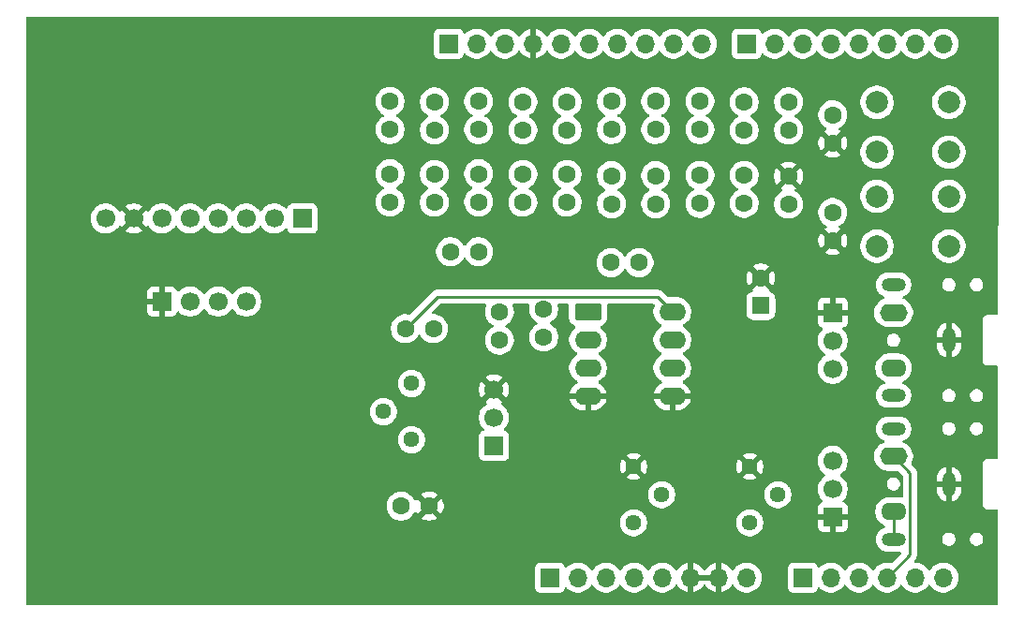
<source format=gbr>
%TF.GenerationSoftware,KiCad,Pcbnew,9.0.7*%
%TF.CreationDate,2026-02-04T14:21:24-07:00*%
%TF.ProjectId,Uno_Shield_DSP_Class_v1,556e6f5f-5368-4696-956c-645f4453505f,rev?*%
%TF.SameCoordinates,Original*%
%TF.FileFunction,Copper,L2,Bot*%
%TF.FilePolarity,Positive*%
%FSLAX46Y46*%
G04 Gerber Fmt 4.6, Leading zero omitted, Abs format (unit mm)*
G04 Created by KiCad (PCBNEW 9.0.7) date 2026-02-04 14:21:24*
%MOMM*%
%LPD*%
G01*
G04 APERTURE LIST*
G04 Aperture macros list*
%AMRoundRect*
0 Rectangle with rounded corners*
0 $1 Rounding radius*
0 $2 $3 $4 $5 $6 $7 $8 $9 X,Y pos of 4 corners*
0 Add a 4 corners polygon primitive as box body*
4,1,4,$2,$3,$4,$5,$6,$7,$8,$9,$2,$3,0*
0 Add four circle primitives for the rounded corners*
1,1,$1+$1,$2,$3*
1,1,$1+$1,$4,$5*
1,1,$1+$1,$6,$7*
1,1,$1+$1,$8,$9*
0 Add four rect primitives between the rounded corners*
20,1,$1+$1,$2,$3,$4,$5,0*
20,1,$1+$1,$4,$5,$6,$7,0*
20,1,$1+$1,$6,$7,$8,$9,0*
20,1,$1+$1,$8,$9,$2,$3,0*%
G04 Aperture macros list end*
%TA.AperFunction,ComponentPad*%
%ADD10R,1.700000X1.700000*%
%TD*%
%TA.AperFunction,ComponentPad*%
%ADD11O,1.700000X1.700000*%
%TD*%
%TA.AperFunction,ComponentPad*%
%ADD12C,1.600000*%
%TD*%
%TA.AperFunction,ComponentPad*%
%ADD13C,2.000000*%
%TD*%
%TA.AperFunction,ComponentPad*%
%ADD14C,1.700000*%
%TD*%
%TA.AperFunction,ComponentPad*%
%ADD15O,2.200000X1.200000*%
%TD*%
%TA.AperFunction,ComponentPad*%
%ADD16O,2.300000X1.600000*%
%TD*%
%TA.AperFunction,ComponentPad*%
%ADD17O,1.200000X2.200000*%
%TD*%
%TA.AperFunction,ComponentPad*%
%ADD18O,2.500000X1.600000*%
%TD*%
%TA.AperFunction,ComponentPad*%
%ADD19RoundRect,0.250000X0.550000X-0.550000X0.550000X0.550000X-0.550000X0.550000X-0.550000X-0.550000X0*%
%TD*%
%TA.AperFunction,ComponentPad*%
%ADD20C,1.440000*%
%TD*%
%TA.AperFunction,ComponentPad*%
%ADD21RoundRect,0.250000X-0.950000X-0.550000X0.950000X-0.550000X0.950000X0.550000X-0.950000X0.550000X0*%
%TD*%
%TA.AperFunction,ComponentPad*%
%ADD22O,2.400000X1.600000*%
%TD*%
%TA.AperFunction,Conductor*%
%ADD23C,0.250000*%
%TD*%
G04 APERTURE END LIST*
D10*
%TO.P,J1,1,Pin_1*%
%TO.N,unconnected-(J1-Pin_1-Pad1)*%
X127940000Y-97460000D03*
D11*
%TO.P,J1,2,Pin_2*%
%TO.N,/IOREF*%
X130480000Y-97460000D03*
%TO.P,J1,3,Pin_3*%
%TO.N,/~{RESET}*%
X133020000Y-97460000D03*
%TO.P,J1,4,Pin_4*%
%TO.N,+3V3*%
X135560000Y-97460000D03*
%TO.P,J1,5,Pin_5*%
%TO.N,+5V*%
X138100000Y-97460000D03*
%TO.P,J1,6,Pin_6*%
%TO.N,GND*%
X140640000Y-97460000D03*
%TO.P,J1,7,Pin_7*%
X143180000Y-97460000D03*
%TO.P,J1,8,Pin_8*%
%TO.N,VCC*%
X145720000Y-97460000D03*
%TD*%
D10*
%TO.P,J3,1,Pin_1*%
%TO.N,/A0*%
X150800000Y-97460000D03*
D11*
%TO.P,J3,2,Pin_2*%
%TO.N,/A1*%
X153340000Y-97460000D03*
%TO.P,J3,3,Pin_3*%
%TO.N,/IN_RIGHT*%
X155880000Y-97460000D03*
%TO.P,J3,4,Pin_4*%
%TO.N,/IN_LEFT*%
X158420000Y-97460000D03*
%TO.P,J3,5,Pin_5*%
%TO.N,/SDA{slash}A4*%
X160960000Y-97460000D03*
%TO.P,J3,6,Pin_6*%
%TO.N,/SCL{slash}A5*%
X163500000Y-97460000D03*
%TD*%
D10*
%TO.P,J2,1,Pin_1*%
%TO.N,/SCL*%
X118796000Y-49200000D03*
D11*
%TO.P,J2,2,Pin_2*%
%TO.N,/SDA*%
X121336000Y-49200000D03*
%TO.P,J2,3,Pin_3*%
%TO.N,/AREF*%
X123876000Y-49200000D03*
%TO.P,J2,4,Pin_4*%
%TO.N,GND*%
X126416000Y-49200000D03*
%TO.P,J2,5,Pin_5*%
%TO.N,/D9*%
X128956000Y-49200000D03*
%TO.P,J2,6,Pin_6*%
%TO.N,/D8*%
X131496000Y-49200000D03*
%TO.P,J2,7,Pin_7*%
%TO.N,/D7*%
X134036000Y-49200000D03*
%TO.P,J2,8,Pin_8*%
%TO.N,/D6*%
X136576000Y-49200000D03*
%TO.P,J2,9,Pin_9*%
%TO.N,/D5*%
X139116000Y-49200000D03*
%TO.P,J2,10,Pin_10*%
%TO.N,/D4*%
X141656000Y-49200000D03*
%TD*%
D10*
%TO.P,J4,1,Pin_1*%
%TO.N,/D3*%
X145720000Y-49200000D03*
D11*
%TO.P,J4,2,Pin_2*%
%TO.N,/D2*%
X148260000Y-49200000D03*
%TO.P,J4,3,Pin_3*%
%TO.N,/D1*%
X150800000Y-49200000D03*
%TO.P,J4,4,Pin_4*%
%TO.N,/D0*%
X153340000Y-49200000D03*
%TO.P,J4,5,Pin_5*%
%TO.N,/BT2*%
X155880000Y-49200000D03*
%TO.P,J4,6,Pin_6*%
%TO.N,/BT1*%
X158420000Y-49200000D03*
%TO.P,J4,7,Pin_7*%
%TO.N,/TX{slash}1*%
X160960000Y-49200000D03*
%TO.P,J4,8,Pin_8*%
%TO.N,/RX{slash}0*%
X163500000Y-49200000D03*
%TD*%
D12*
%TO.P,R9,1*%
%TO.N,Net-(R10-Pad1)*%
X137500000Y-61130000D03*
%TO.P,R9,2*%
%TO.N,Net-(R7-Pad1)*%
X137500000Y-63670000D03*
%TD*%
%TO.P,R13,1*%
%TO.N,Net-(R13-Pad1)*%
X129500000Y-61000000D03*
%TO.P,R13,2*%
%TO.N,Net-(R11-Pad1)*%
X129500000Y-63540000D03*
%TD*%
%TO.P,R14,1*%
%TO.N,Net-(R13-Pad1)*%
X129500000Y-57000000D03*
%TO.P,R14,2*%
%TO.N,/D5*%
X129500000Y-54460000D03*
%TD*%
%TO.P,R18,1*%
%TO.N,Net-(R17-Pad1)*%
X121500000Y-56960000D03*
%TO.P,R18,2*%
%TO.N,/D7*%
X121500000Y-54420000D03*
%TD*%
%TO.P,R4,1*%
%TO.N,Net-(R3-Pad2)*%
X149500000Y-57000000D03*
%TO.P,R4,2*%
%TO.N,/D0*%
X149500000Y-54460000D03*
%TD*%
%TO.P,R15,1*%
%TO.N,Net-(R15-Pad1)*%
X125500000Y-61000000D03*
%TO.P,R15,2*%
%TO.N,Net-(R13-Pad1)*%
X125500000Y-63540000D03*
%TD*%
%TO.P,R19,1*%
%TO.N,Net-(R19-Pad1)*%
X117500000Y-61000000D03*
%TO.P,R19,2*%
%TO.N,Net-(R17-Pad1)*%
X117500000Y-63540000D03*
%TD*%
%TO.P,C2,1*%
%TO.N,Net-(U1A--)*%
X127380000Y-75710000D03*
%TO.P,C2,2*%
%TO.N,Net-(C2-Pad2)*%
X127380000Y-73210000D03*
%TD*%
%TO.P,R7,1*%
%TO.N,Net-(R7-Pad1)*%
X141500000Y-61090000D03*
%TO.P,R7,2*%
%TO.N,Net-(R5-Pad1)*%
X141500000Y-63630000D03*
%TD*%
%TO.P,R21,1*%
%TO.N,Net-(R21-Pad1)*%
X113500000Y-60960000D03*
%TO.P,R21,2*%
%TO.N,Net-(R19-Pad1)*%
X113500000Y-63500000D03*
%TD*%
D13*
%TO.P,SW2,1,1*%
%TO.N,+5V*%
X164000000Y-67500000D03*
X157500000Y-67500000D03*
%TO.P,SW2,2,2*%
%TO.N,/BT2*%
X164000000Y-63000000D03*
X157500000Y-63000000D03*
%TD*%
D12*
%TO.P,R20,1*%
%TO.N,Net-(R19-Pad1)*%
X117500000Y-57000000D03*
%TO.P,R20,2*%
%TO.N,/D8*%
X117500000Y-54460000D03*
%TD*%
%TO.P,R6,1*%
%TO.N,Net-(R5-Pad1)*%
X145500000Y-57000000D03*
%TO.P,R6,2*%
%TO.N,/D1*%
X145500000Y-54460000D03*
%TD*%
D10*
%TO.P,J7,1,Pin_1*%
%TO.N,/AUDIO_OUT*%
X122880000Y-85540000D03*
D14*
%TO.P,J7,2,Pin_2*%
X122880000Y-83000000D03*
%TO.P,J7,3,Pin_3*%
%TO.N,GND*%
X122880000Y-80460000D03*
%TD*%
D12*
%TO.P,R10,1*%
%TO.N,Net-(R10-Pad1)*%
X137500000Y-56960000D03*
%TO.P,R10,2*%
%TO.N,/D3*%
X137500000Y-54420000D03*
%TD*%
D10*
%TO.P,J5,1,Pin_1*%
%TO.N,unconnected-(J5-Pin_1-Pad1)*%
X105580000Y-65000000D03*
D14*
%TO.P,J5,2,Pin_2*%
%TO.N,unconnected-(J5-Pin_2-Pad2)*%
X103040000Y-65000000D03*
%TO.P,J5,3,Pin_3*%
%TO.N,unconnected-(J5-Pin_3-Pad3)*%
X100500000Y-65000000D03*
%TO.P,J5,4,Pin_4*%
%TO.N,unconnected-(J5-Pin_4-Pad4)*%
X97960000Y-65000000D03*
%TO.P,J5,5,Pin_5*%
%TO.N,/SDA*%
X95420000Y-65000000D03*
%TO.P,J5,6,Pin_6*%
%TO.N,/SCL*%
X92880000Y-65000000D03*
%TO.P,J5,7,Pin_7*%
%TO.N,GND*%
X90340000Y-65000000D03*
%TO.P,J5,8,Pin_8*%
%TO.N,+5V*%
X87800000Y-65000000D03*
%TD*%
D12*
%TO.P,R26,1*%
%TO.N,Net-(R26-Pad1)*%
X114500000Y-91000000D03*
%TO.P,R26,2*%
%TO.N,GND*%
X117040000Y-91000000D03*
%TD*%
D15*
%TO.P,J11,R*%
%TO.N,/AUDIO_OUT*%
X159000000Y-81000000D03*
D16*
%TO.P,J11,RN*%
X159000000Y-78500000D03*
D17*
%TO.P,J11,S*%
%TO.N,GND*%
X164000000Y-76000000D03*
D15*
%TO.P,J11,T*%
%TO.N,/AUDIO_OUT*%
X159000000Y-71000000D03*
D18*
%TO.P,J11,TN*%
X159000000Y-73500000D03*
%TD*%
D12*
%TO.P,R5,1*%
%TO.N,Net-(R5-Pad1)*%
X145500000Y-61090000D03*
%TO.P,R5,2*%
%TO.N,Net-(R3-Pad2)*%
X145500000Y-63630000D03*
%TD*%
D19*
%TO.P,C1,1*%
%TO.N,+5V*%
X147000000Y-72870000D03*
D12*
%TO.P,C1,2*%
%TO.N,GND*%
X147000000Y-70370000D03*
%TD*%
%TO.P,R24,1*%
%TO.N,Net-(C2-Pad2)*%
X123380000Y-73460000D03*
%TO.P,R24,2*%
%TO.N,Net-(U1A--)*%
X123380000Y-76000000D03*
%TD*%
%TO.P,R12,1*%
%TO.N,Net-(R11-Pad1)*%
X133500000Y-56960000D03*
%TO.P,R12,2*%
%TO.N,/D4*%
X133500000Y-54420000D03*
%TD*%
D13*
%TO.P,SW1,1,1*%
%TO.N,+5V*%
X164000000Y-59000000D03*
X157500000Y-59000000D03*
%TO.P,SW1,2,2*%
%TO.N,/BT1*%
X164000000Y-54500000D03*
X157500000Y-54500000D03*
%TD*%
D12*
%TO.P,R11,1*%
%TO.N,Net-(R11-Pad1)*%
X133500000Y-61130000D03*
%TO.P,R11,2*%
%TO.N,Net-(R10-Pad1)*%
X133500000Y-63670000D03*
%TD*%
%TO.P,R22,1*%
%TO.N,Net-(R21-Pad1)*%
X113500000Y-56960000D03*
%TO.P,R22,2*%
%TO.N,/D9*%
X113500000Y-54420000D03*
%TD*%
D10*
%TO.P,J12,1,Pin_1*%
%TO.N,GND*%
X153500000Y-92000000D03*
D14*
%TO.P,J12,2,Pin_2*%
%TO.N,/IN_RIGHT*%
X153500000Y-89460000D03*
%TO.P,J12,3,Pin_3*%
%TO.N,/IN_LEFT*%
X153500000Y-86920000D03*
%TD*%
D12*
%TO.P,R1,1*%
%TO.N,/BT1*%
X153500000Y-55630000D03*
%TO.P,R1,2*%
%TO.N,GND*%
X153500000Y-58170000D03*
%TD*%
%TO.P,R27,1*%
%TO.N,/AUDIO_OUT*%
X136000000Y-69000000D03*
%TO.P,R27,2*%
%TO.N,Net-(C2-Pad2)*%
X133460000Y-69000000D03*
%TD*%
%TO.P,R17,1*%
%TO.N,Net-(R17-Pad1)*%
X121500000Y-60960000D03*
%TO.P,R17,2*%
%TO.N,Net-(R15-Pad1)*%
X121500000Y-63500000D03*
%TD*%
%TO.P,R25,1*%
%TO.N,+5V*%
X114880000Y-74960000D03*
%TO.P,R25,2*%
%TO.N,Net-(R25-Pad2)*%
X117420000Y-74960000D03*
%TD*%
%TO.P,R16,1*%
%TO.N,Net-(R15-Pad1)*%
X125500000Y-57000000D03*
%TO.P,R16,2*%
%TO.N,/D6*%
X125500000Y-54460000D03*
%TD*%
D20*
%TO.P,RV1,1,1*%
%TO.N,+5V*%
X135500000Y-92500000D03*
%TO.P,RV1,2,2*%
%TO.N,/A0*%
X138040000Y-89960000D03*
%TO.P,RV1,3,3*%
%TO.N,GND*%
X135500000Y-87420000D03*
%TD*%
D12*
%TO.P,R2,1*%
%TO.N,/BT2*%
X153500000Y-64460000D03*
%TO.P,R2,2*%
%TO.N,GND*%
X153500000Y-67000000D03*
%TD*%
D21*
%TO.P,U1,1*%
%TO.N,Net-(C2-Pad2)*%
X131380000Y-73420000D03*
D22*
%TO.P,U1,2,-*%
%TO.N,Net-(U1A--)*%
X131380000Y-75960000D03*
%TO.P,U1,3,+*%
%TO.N,Net-(J9-Pin_2)*%
X131380000Y-78500000D03*
%TO.P,U1,4,V-*%
%TO.N,GND*%
X131380000Y-81040000D03*
%TO.P,U1,5,+*%
X139000000Y-81040000D03*
%TO.P,U1,6,-*%
%TO.N,Net-(U1B--)*%
X139000000Y-78500000D03*
%TO.P,U1,7*%
X139000000Y-75960000D03*
%TO.P,U1,8,V+*%
%TO.N,+5V*%
X139000000Y-73420000D03*
%TD*%
D10*
%TO.P,J9,1,Pin_1*%
%TO.N,GND*%
X153500000Y-73500000D03*
D14*
%TO.P,J9,2,Pin_2*%
%TO.N,Net-(J9-Pin_2)*%
X153500000Y-76040000D03*
%TO.P,J9,3,Pin_3*%
%TO.N,Net-(J9-Pin_3)*%
X153500000Y-78580000D03*
%TD*%
D12*
%TO.P,R3,1*%
%TO.N,GND*%
X149500000Y-61170000D03*
%TO.P,R3,2*%
%TO.N,Net-(R3-Pad2)*%
X149500000Y-63710000D03*
%TD*%
D15*
%TO.P,J10,R*%
%TO.N,/IN_RIGHT*%
X159000000Y-94000000D03*
D16*
%TO.P,J10,RN*%
X159000000Y-91500000D03*
D17*
%TO.P,J10,S*%
%TO.N,GND*%
X164000000Y-89000000D03*
D15*
%TO.P,J10,T*%
%TO.N,/IN_LEFT*%
X159000000Y-84000000D03*
D18*
%TO.P,J10,TN*%
X159000000Y-86500000D03*
%TD*%
D20*
%TO.P,RV3,1,1*%
%TO.N,Net-(R25-Pad2)*%
X115420000Y-79920000D03*
%TO.P,RV3,2,2*%
%TO.N,Net-(J9-Pin_3)*%
X112880000Y-82460000D03*
%TO.P,RV3,3,3*%
%TO.N,Net-(R26-Pad1)*%
X115420000Y-85000000D03*
%TD*%
%TO.P,RV2,1,1*%
%TO.N,+5V*%
X146000000Y-92500000D03*
%TO.P,RV2,2,2*%
%TO.N,/A1*%
X148540000Y-89960000D03*
%TO.P,RV2,3,3*%
%TO.N,GND*%
X146000000Y-87420000D03*
%TD*%
D12*
%TO.P,R8,1*%
%TO.N,Net-(R7-Pad1)*%
X141500000Y-56960000D03*
%TO.P,R8,2*%
%TO.N,/D2*%
X141500000Y-54420000D03*
%TD*%
D10*
%TO.P,J6,1,Pin_1*%
%TO.N,GND*%
X92880000Y-72500000D03*
D14*
%TO.P,J6,2,Pin_2*%
%TO.N,+5V*%
X95420000Y-72500000D03*
%TO.P,J6,3,Pin_3*%
%TO.N,/SCL*%
X97960000Y-72500000D03*
%TO.P,J6,4,Pin_4*%
%TO.N,/SDA*%
X100500000Y-72500000D03*
%TD*%
D12*
%TO.P,R23,1*%
%TO.N,Net-(U1A--)*%
X121500000Y-68000000D03*
%TO.P,R23,2*%
%TO.N,Net-(R21-Pad1)*%
X118960000Y-68000000D03*
%TD*%
D23*
%TO.N,+5V*%
X114880000Y-74960000D02*
X117756000Y-72084000D01*
X117756000Y-72084000D02*
X137664000Y-72084000D01*
X95420000Y-72500000D02*
X95300000Y-72500000D01*
X137664000Y-72084000D02*
X139000000Y-73420000D01*
%TO.N,/IN_RIGHT*%
X159000000Y-94000000D02*
X159000000Y-91500000D01*
%TO.N,/IN_LEFT*%
X158420000Y-97460000D02*
X160476000Y-95404000D01*
X160476000Y-95404000D02*
X160476000Y-87976000D01*
X160476000Y-87976000D02*
X159000000Y-86500000D01*
%TD*%
%TA.AperFunction,Conductor*%
%TO.N,GND*%
G36*
X142714075Y-97267007D02*
G01*
X142680000Y-97394174D01*
X142680000Y-97525826D01*
X142714075Y-97652993D01*
X142746988Y-97710000D01*
X141073012Y-97710000D01*
X141105925Y-97652993D01*
X141140000Y-97525826D01*
X141140000Y-97394174D01*
X141105925Y-97267007D01*
X141073012Y-97210000D01*
X142746988Y-97210000D01*
X142714075Y-97267007D01*
G37*
%TD.AperFunction*%
%TA.AperFunction,Conductor*%
G36*
X168447539Y-46755185D02*
G01*
X168493294Y-46807989D01*
X168504500Y-46859500D01*
X168504500Y-61898937D01*
X168504493Y-61900242D01*
X168424782Y-69472668D01*
X168424657Y-69484601D01*
X168424500Y-69484982D01*
X168424500Y-69499572D01*
X168424493Y-69500240D01*
X168424493Y-69500257D01*
X168424244Y-69523857D01*
X168424500Y-69526600D01*
X168424500Y-73600500D01*
X168404815Y-73667539D01*
X168352011Y-73713294D01*
X168300500Y-73724500D01*
X167524531Y-73724500D01*
X167500000Y-73724500D01*
X167437399Y-73724500D01*
X167369335Y-73742738D01*
X167316463Y-73756905D01*
X167208037Y-73819504D01*
X167208034Y-73819506D01*
X167119506Y-73908034D01*
X167119504Y-73908037D01*
X167056905Y-74016463D01*
X167055809Y-74020553D01*
X167024500Y-74137399D01*
X167024500Y-74184982D01*
X167024500Y-77775469D01*
X167024500Y-77800000D01*
X167024500Y-77862601D01*
X167056905Y-77983536D01*
X167119505Y-78091964D01*
X167208036Y-78180495D01*
X167316464Y-78243095D01*
X167437399Y-78275500D01*
X167484982Y-78275500D01*
X168300500Y-78275500D01*
X168367539Y-78295185D01*
X168413294Y-78347989D01*
X168424500Y-78399500D01*
X168424500Y-86600500D01*
X168404815Y-86667539D01*
X168352011Y-86713294D01*
X168300500Y-86724500D01*
X167524531Y-86724500D01*
X167500000Y-86724500D01*
X167437399Y-86724500D01*
X167356775Y-86746103D01*
X167316463Y-86756905D01*
X167208037Y-86819504D01*
X167208034Y-86819506D01*
X167119506Y-86908034D01*
X167119504Y-86908037D01*
X167056905Y-87016463D01*
X167054104Y-87026916D01*
X167024500Y-87137399D01*
X167024500Y-87184982D01*
X167024500Y-90775469D01*
X167024500Y-90800000D01*
X167024500Y-90862601D01*
X167056905Y-90983536D01*
X167119505Y-91091964D01*
X167208036Y-91180495D01*
X167316464Y-91243095D01*
X167437399Y-91275500D01*
X167484982Y-91275500D01*
X168300500Y-91275500D01*
X168367539Y-91295185D01*
X168413294Y-91347989D01*
X168424500Y-91399500D01*
X168424500Y-99800500D01*
X168404815Y-99867539D01*
X168352011Y-99913294D01*
X168300500Y-99924500D01*
X80699500Y-99924500D01*
X80632461Y-99904815D01*
X80586706Y-99852011D01*
X80575500Y-99800500D01*
X80575500Y-96561345D01*
X126581500Y-96561345D01*
X126581500Y-98358654D01*
X126588011Y-98419202D01*
X126588011Y-98419204D01*
X126639111Y-98556204D01*
X126726739Y-98673261D01*
X126843796Y-98760889D01*
X126980799Y-98811989D01*
X127008050Y-98814918D01*
X127041345Y-98818499D01*
X127041362Y-98818500D01*
X128838638Y-98818500D01*
X128838654Y-98818499D01*
X128865692Y-98815591D01*
X128899201Y-98811989D01*
X129036204Y-98760889D01*
X129153261Y-98673261D01*
X129240889Y-98556204D01*
X129285957Y-98435371D01*
X129327827Y-98379442D01*
X129393291Y-98355025D01*
X129461564Y-98369877D01*
X129489818Y-98391028D01*
X129594996Y-98496206D01*
X129767991Y-98621894D01*
X129861438Y-98669507D01*
X129958516Y-98718972D01*
X129958519Y-98718973D01*
X130020047Y-98738964D01*
X130161884Y-98785049D01*
X130373084Y-98818500D01*
X130373085Y-98818500D01*
X130586915Y-98818500D01*
X130586916Y-98818500D01*
X130798116Y-98785049D01*
X131001483Y-98718972D01*
X131192009Y-98621894D01*
X131365004Y-98496206D01*
X131516206Y-98345004D01*
X131641894Y-98172009D01*
X131641896Y-98172004D01*
X131644270Y-98168132D01*
X131696080Y-98121254D01*
X131765009Y-98109829D01*
X131829173Y-98137483D01*
X131855730Y-98168132D01*
X131858103Y-98172005D01*
X131858105Y-98172008D01*
X131858106Y-98172009D01*
X131983794Y-98345004D01*
X132134996Y-98496206D01*
X132307991Y-98621894D01*
X132401438Y-98669507D01*
X132498516Y-98718972D01*
X132498519Y-98718973D01*
X132560047Y-98738964D01*
X132701884Y-98785049D01*
X132913084Y-98818500D01*
X132913085Y-98818500D01*
X133126915Y-98818500D01*
X133126916Y-98818500D01*
X133338116Y-98785049D01*
X133541483Y-98718972D01*
X133732009Y-98621894D01*
X133905004Y-98496206D01*
X134056206Y-98345004D01*
X134181894Y-98172009D01*
X134181896Y-98172004D01*
X134184270Y-98168132D01*
X134236080Y-98121254D01*
X134305009Y-98109829D01*
X134369173Y-98137483D01*
X134395730Y-98168132D01*
X134398103Y-98172005D01*
X134398105Y-98172008D01*
X134398106Y-98172009D01*
X134523794Y-98345004D01*
X134674996Y-98496206D01*
X134847991Y-98621894D01*
X134941438Y-98669507D01*
X135038516Y-98718972D01*
X135038519Y-98718973D01*
X135100047Y-98738964D01*
X135241884Y-98785049D01*
X135453084Y-98818500D01*
X135453085Y-98818500D01*
X135666915Y-98818500D01*
X135666916Y-98818500D01*
X135878116Y-98785049D01*
X136081483Y-98718972D01*
X136272009Y-98621894D01*
X136445004Y-98496206D01*
X136596206Y-98345004D01*
X136721894Y-98172009D01*
X136721896Y-98172004D01*
X136724270Y-98168132D01*
X136776080Y-98121254D01*
X136845009Y-98109829D01*
X136909173Y-98137483D01*
X136935730Y-98168132D01*
X136938103Y-98172005D01*
X136938105Y-98172008D01*
X136938106Y-98172009D01*
X137063794Y-98345004D01*
X137214996Y-98496206D01*
X137387991Y-98621894D01*
X137481438Y-98669507D01*
X137578516Y-98718972D01*
X137578519Y-98718973D01*
X137640047Y-98738964D01*
X137781884Y-98785049D01*
X137993084Y-98818500D01*
X137993085Y-98818500D01*
X138206915Y-98818500D01*
X138206916Y-98818500D01*
X138418116Y-98785049D01*
X138621483Y-98718972D01*
X138812009Y-98621894D01*
X138985004Y-98496206D01*
X139136206Y-98345004D01*
X139261894Y-98172009D01*
X139264283Y-98167319D01*
X139312254Y-98116522D01*
X139380074Y-98099724D01*
X139446210Y-98122258D01*
X139482201Y-98163788D01*
X139482832Y-98163402D01*
X139485164Y-98167207D01*
X139485251Y-98167308D01*
X139485376Y-98167554D01*
X139610272Y-98339459D01*
X139610276Y-98339464D01*
X139760535Y-98489723D01*
X139760540Y-98489727D01*
X139932442Y-98614620D01*
X140121782Y-98711095D01*
X140323871Y-98776757D01*
X140390000Y-98787231D01*
X140390000Y-97893012D01*
X140447007Y-97925925D01*
X140574174Y-97960000D01*
X140705826Y-97960000D01*
X140832993Y-97925925D01*
X140890000Y-97893012D01*
X140890000Y-98787230D01*
X140956126Y-98776757D01*
X140956129Y-98776757D01*
X141158217Y-98711095D01*
X141347557Y-98614620D01*
X141519459Y-98489727D01*
X141519464Y-98489723D01*
X141669723Y-98339464D01*
X141669727Y-98339459D01*
X141794620Y-98167558D01*
X141799514Y-98157954D01*
X141847488Y-98107157D01*
X141915308Y-98090361D01*
X141981444Y-98112897D01*
X142020486Y-98157954D01*
X142025379Y-98167558D01*
X142150272Y-98339459D01*
X142150276Y-98339464D01*
X142300535Y-98489723D01*
X142300540Y-98489727D01*
X142472442Y-98614620D01*
X142661782Y-98711095D01*
X142863871Y-98776757D01*
X142930000Y-98787231D01*
X142930000Y-97893012D01*
X142987007Y-97925925D01*
X143114174Y-97960000D01*
X143245826Y-97960000D01*
X143372993Y-97925925D01*
X143430000Y-97893012D01*
X143430000Y-98787230D01*
X143496126Y-98776757D01*
X143496129Y-98776757D01*
X143698217Y-98711095D01*
X143887557Y-98614620D01*
X144059459Y-98489727D01*
X144059464Y-98489723D01*
X144209723Y-98339464D01*
X144209727Y-98339459D01*
X144334619Y-98167560D01*
X144334738Y-98167327D01*
X144334808Y-98167252D01*
X144337168Y-98163402D01*
X144337976Y-98163897D01*
X144382707Y-98116526D01*
X144450526Y-98099723D01*
X144516663Y-98122254D01*
X144555712Y-98167311D01*
X144558105Y-98172008D01*
X144600002Y-98229674D01*
X144683794Y-98345004D01*
X144834996Y-98496206D01*
X145007991Y-98621894D01*
X145101438Y-98669507D01*
X145198516Y-98718972D01*
X145198519Y-98718973D01*
X145260047Y-98738964D01*
X145401884Y-98785049D01*
X145613084Y-98818500D01*
X145613085Y-98818500D01*
X145826915Y-98818500D01*
X145826916Y-98818500D01*
X146038116Y-98785049D01*
X146241483Y-98718972D01*
X146432009Y-98621894D01*
X146605004Y-98496206D01*
X146756206Y-98345004D01*
X146881894Y-98172009D01*
X146978972Y-97981483D01*
X147045049Y-97778116D01*
X147078500Y-97566916D01*
X147078500Y-97353084D01*
X147045049Y-97141884D01*
X146978972Y-96938517D01*
X146978972Y-96938516D01*
X146923495Y-96829638D01*
X146881894Y-96747991D01*
X146756206Y-96574996D01*
X146742555Y-96561345D01*
X149441500Y-96561345D01*
X149441500Y-98358654D01*
X149448011Y-98419202D01*
X149448011Y-98419204D01*
X149499111Y-98556204D01*
X149586739Y-98673261D01*
X149703796Y-98760889D01*
X149840799Y-98811989D01*
X149868050Y-98814918D01*
X149901345Y-98818499D01*
X149901362Y-98818500D01*
X151698638Y-98818500D01*
X151698654Y-98818499D01*
X151725692Y-98815591D01*
X151759201Y-98811989D01*
X151896204Y-98760889D01*
X152013261Y-98673261D01*
X152100889Y-98556204D01*
X152145957Y-98435371D01*
X152187827Y-98379442D01*
X152253291Y-98355025D01*
X152321564Y-98369877D01*
X152349818Y-98391028D01*
X152454996Y-98496206D01*
X152627991Y-98621894D01*
X152721438Y-98669507D01*
X152818516Y-98718972D01*
X152818519Y-98718973D01*
X152880047Y-98738964D01*
X153021884Y-98785049D01*
X153233084Y-98818500D01*
X153233085Y-98818500D01*
X153446915Y-98818500D01*
X153446916Y-98818500D01*
X153658116Y-98785049D01*
X153861483Y-98718972D01*
X154052009Y-98621894D01*
X154225004Y-98496206D01*
X154376206Y-98345004D01*
X154501894Y-98172009D01*
X154501896Y-98172004D01*
X154504270Y-98168132D01*
X154556080Y-98121254D01*
X154625009Y-98109829D01*
X154689173Y-98137483D01*
X154715730Y-98168132D01*
X154718103Y-98172005D01*
X154718105Y-98172008D01*
X154718106Y-98172009D01*
X154843794Y-98345004D01*
X154994996Y-98496206D01*
X155167991Y-98621894D01*
X155261438Y-98669507D01*
X155358516Y-98718972D01*
X155358519Y-98718973D01*
X155420047Y-98738964D01*
X155561884Y-98785049D01*
X155773084Y-98818500D01*
X155773085Y-98818500D01*
X155986915Y-98818500D01*
X155986916Y-98818500D01*
X156198116Y-98785049D01*
X156401483Y-98718972D01*
X156592009Y-98621894D01*
X156765004Y-98496206D01*
X156916206Y-98345004D01*
X157041894Y-98172009D01*
X157041896Y-98172004D01*
X157044270Y-98168132D01*
X157096080Y-98121254D01*
X157165009Y-98109829D01*
X157229173Y-98137483D01*
X157255730Y-98168132D01*
X157258103Y-98172005D01*
X157258105Y-98172008D01*
X157258106Y-98172009D01*
X157383794Y-98345004D01*
X157534996Y-98496206D01*
X157707991Y-98621894D01*
X157801438Y-98669507D01*
X157898516Y-98718972D01*
X157898519Y-98718973D01*
X157960047Y-98738964D01*
X158101884Y-98785049D01*
X158313084Y-98818500D01*
X158313085Y-98818500D01*
X158526915Y-98818500D01*
X158526916Y-98818500D01*
X158738116Y-98785049D01*
X158941483Y-98718972D01*
X159132009Y-98621894D01*
X159305004Y-98496206D01*
X159456206Y-98345004D01*
X159581894Y-98172009D01*
X159581896Y-98172004D01*
X159584270Y-98168132D01*
X159636080Y-98121254D01*
X159705009Y-98109829D01*
X159769173Y-98137483D01*
X159795730Y-98168132D01*
X159798103Y-98172005D01*
X159798105Y-98172008D01*
X159798106Y-98172009D01*
X159923794Y-98345004D01*
X160074996Y-98496206D01*
X160247991Y-98621894D01*
X160341438Y-98669507D01*
X160438516Y-98718972D01*
X160438519Y-98718973D01*
X160500047Y-98738964D01*
X160641884Y-98785049D01*
X160853084Y-98818500D01*
X160853085Y-98818500D01*
X161066915Y-98818500D01*
X161066916Y-98818500D01*
X161278116Y-98785049D01*
X161481483Y-98718972D01*
X161672009Y-98621894D01*
X161845004Y-98496206D01*
X161996206Y-98345004D01*
X162121894Y-98172009D01*
X162121896Y-98172004D01*
X162124270Y-98168132D01*
X162176080Y-98121254D01*
X162245009Y-98109829D01*
X162309173Y-98137483D01*
X162335730Y-98168132D01*
X162338103Y-98172005D01*
X162338105Y-98172008D01*
X162338106Y-98172009D01*
X162463794Y-98345004D01*
X162614996Y-98496206D01*
X162787991Y-98621894D01*
X162881438Y-98669507D01*
X162978516Y-98718972D01*
X162978519Y-98718973D01*
X163040047Y-98738964D01*
X163181884Y-98785049D01*
X163393084Y-98818500D01*
X163393085Y-98818500D01*
X163606915Y-98818500D01*
X163606916Y-98818500D01*
X163818116Y-98785049D01*
X164021483Y-98718972D01*
X164212009Y-98621894D01*
X164385004Y-98496206D01*
X164536206Y-98345004D01*
X164661894Y-98172009D01*
X164758972Y-97981483D01*
X164825049Y-97778116D01*
X164858500Y-97566916D01*
X164858500Y-97353084D01*
X164825049Y-97141884D01*
X164758972Y-96938517D01*
X164758972Y-96938516D01*
X164703495Y-96829638D01*
X164661894Y-96747991D01*
X164536206Y-96574996D01*
X164385004Y-96423794D01*
X164212009Y-96298106D01*
X164021483Y-96201027D01*
X164021480Y-96201026D01*
X163818117Y-96134951D01*
X163650777Y-96108447D01*
X163606916Y-96101500D01*
X163393084Y-96101500D01*
X163349223Y-96108447D01*
X163181882Y-96134951D01*
X162978519Y-96201026D01*
X162978516Y-96201027D01*
X162787990Y-96298106D01*
X162614993Y-96423796D01*
X162463796Y-96574993D01*
X162338105Y-96747991D01*
X162335727Y-96751873D01*
X162283914Y-96798748D01*
X162214984Y-96810169D01*
X162150822Y-96782512D01*
X162124273Y-96751873D01*
X162121894Y-96747991D01*
X162121891Y-96747987D01*
X161996206Y-96574996D01*
X161845004Y-96423794D01*
X161672009Y-96298106D01*
X161481483Y-96201027D01*
X161481480Y-96201026D01*
X161278117Y-96134951D01*
X161110777Y-96108447D01*
X161066916Y-96101500D01*
X160973766Y-96101500D01*
X160906727Y-96081815D01*
X160860972Y-96029011D01*
X160851028Y-95959853D01*
X160880053Y-95896297D01*
X160886074Y-95889828D01*
X160968071Y-95807833D01*
X161037400Y-95704075D01*
X161085155Y-95588785D01*
X161109500Y-95466394D01*
X161109500Y-95341606D01*
X161109500Y-93920943D01*
X163399500Y-93920943D01*
X163399500Y-94079056D01*
X163440423Y-94231783D01*
X163440426Y-94231790D01*
X163519475Y-94368709D01*
X163519479Y-94368714D01*
X163519480Y-94368716D01*
X163631284Y-94480520D01*
X163631286Y-94480521D01*
X163631290Y-94480524D01*
X163768209Y-94559573D01*
X163768216Y-94559577D01*
X163920943Y-94600500D01*
X163920945Y-94600500D01*
X164079055Y-94600500D01*
X164079057Y-94600500D01*
X164231784Y-94559577D01*
X164368716Y-94480520D01*
X164480520Y-94368716D01*
X164559577Y-94231784D01*
X164600500Y-94079057D01*
X164600500Y-93920943D01*
X165899500Y-93920943D01*
X165899500Y-94079056D01*
X165940423Y-94231783D01*
X165940426Y-94231790D01*
X166019475Y-94368709D01*
X166019479Y-94368714D01*
X166019480Y-94368716D01*
X166131284Y-94480520D01*
X166131286Y-94480521D01*
X166131290Y-94480524D01*
X166268209Y-94559573D01*
X166268216Y-94559577D01*
X166420943Y-94600500D01*
X166420945Y-94600500D01*
X166579055Y-94600500D01*
X166579057Y-94600500D01*
X166731784Y-94559577D01*
X166868716Y-94480520D01*
X166980520Y-94368716D01*
X167059577Y-94231784D01*
X167100500Y-94079057D01*
X167100500Y-93920943D01*
X167059577Y-93768216D01*
X167043533Y-93740426D01*
X166980524Y-93631290D01*
X166980518Y-93631282D01*
X166868717Y-93519481D01*
X166868709Y-93519475D01*
X166731790Y-93440426D01*
X166731786Y-93440424D01*
X166731784Y-93440423D01*
X166579057Y-93399500D01*
X166420943Y-93399500D01*
X166268216Y-93440423D01*
X166268209Y-93440426D01*
X166131290Y-93519475D01*
X166131282Y-93519481D01*
X166019481Y-93631282D01*
X166019475Y-93631290D01*
X165940426Y-93768209D01*
X165940423Y-93768216D01*
X165899500Y-93920943D01*
X164600500Y-93920943D01*
X164559577Y-93768216D01*
X164543533Y-93740426D01*
X164480524Y-93631290D01*
X164480518Y-93631282D01*
X164368717Y-93519481D01*
X164368709Y-93519475D01*
X164231790Y-93440426D01*
X164231786Y-93440424D01*
X164231784Y-93440423D01*
X164079057Y-93399500D01*
X163920943Y-93399500D01*
X163768216Y-93440423D01*
X163768209Y-93440426D01*
X163631290Y-93519475D01*
X163631282Y-93519481D01*
X163519481Y-93631282D01*
X163519475Y-93631290D01*
X163440426Y-93768209D01*
X163440423Y-93768216D01*
X163399500Y-93920943D01*
X161109500Y-93920943D01*
X161109500Y-89586571D01*
X162900000Y-89586571D01*
X162927085Y-89757584D01*
X162980591Y-89922257D01*
X163059195Y-90076524D01*
X163160967Y-90216602D01*
X163283397Y-90339032D01*
X163423475Y-90440804D01*
X163577744Y-90519408D01*
X163742415Y-90572914D01*
X163742414Y-90572914D01*
X163749999Y-90574115D01*
X164250000Y-90574115D01*
X164257584Y-90572914D01*
X164422255Y-90519408D01*
X164576524Y-90440804D01*
X164716602Y-90339032D01*
X164839032Y-90216602D01*
X164940804Y-90076524D01*
X165019408Y-89922257D01*
X165072914Y-89757584D01*
X165100000Y-89586571D01*
X165100000Y-89250000D01*
X164250000Y-89250000D01*
X164250000Y-90574115D01*
X163749999Y-90574115D01*
X163750000Y-90574114D01*
X163750000Y-89250000D01*
X162900000Y-89250000D01*
X162900000Y-89586571D01*
X161109500Y-89586571D01*
X161109500Y-88413428D01*
X162900000Y-88413428D01*
X162900000Y-88750000D01*
X163750000Y-88750000D01*
X163750000Y-88460218D01*
X163800000Y-88460218D01*
X163800000Y-89539782D01*
X163830448Y-89613291D01*
X163886709Y-89669552D01*
X163960218Y-89700000D01*
X164039782Y-89700000D01*
X164113291Y-89669552D01*
X164169552Y-89613291D01*
X164200000Y-89539782D01*
X164200000Y-88750000D01*
X164250000Y-88750000D01*
X165100000Y-88750000D01*
X165100000Y-88413428D01*
X165072914Y-88242415D01*
X165019408Y-88077742D01*
X164940804Y-87923475D01*
X164839032Y-87783397D01*
X164716602Y-87660967D01*
X164576524Y-87559195D01*
X164422257Y-87480591D01*
X164257589Y-87427087D01*
X164257581Y-87427085D01*
X164250000Y-87425884D01*
X164250000Y-88750000D01*
X164200000Y-88750000D01*
X164200000Y-88460218D01*
X164169552Y-88386709D01*
X164113291Y-88330448D01*
X164039782Y-88300000D01*
X163960218Y-88300000D01*
X163886709Y-88330448D01*
X163830448Y-88386709D01*
X163800000Y-88460218D01*
X163750000Y-88460218D01*
X163750000Y-87425884D01*
X163749999Y-87425884D01*
X163742418Y-87427085D01*
X163742410Y-87427087D01*
X163577742Y-87480591D01*
X163423475Y-87559195D01*
X163283397Y-87660967D01*
X163160967Y-87783397D01*
X163059195Y-87923475D01*
X162980591Y-88077742D01*
X162927085Y-88242415D01*
X162900000Y-88413428D01*
X161109500Y-88413428D01*
X161109500Y-87913606D01*
X161085155Y-87791215D01*
X161037400Y-87675925D01*
X161037399Y-87675924D01*
X161037396Y-87675918D01*
X160968072Y-87572168D01*
X160955099Y-87559195D01*
X160879833Y-87483929D01*
X160637078Y-87241174D01*
X160603593Y-87179851D01*
X160608577Y-87110159D01*
X160614270Y-87097207D01*
X160662634Y-87002290D01*
X160726280Y-86806408D01*
X160758500Y-86602981D01*
X160758500Y-86397019D01*
X160728561Y-86207991D01*
X160726280Y-86193591D01*
X160662632Y-85997705D01*
X160628709Y-85931128D01*
X160569129Y-85814197D01*
X160457846Y-85661028D01*
X160448073Y-85647576D01*
X160448069Y-85647571D01*
X160302428Y-85501930D01*
X160302423Y-85501926D01*
X160135806Y-85380873D01*
X160135805Y-85380872D01*
X160135803Y-85380871D01*
X160078496Y-85351671D01*
X159952294Y-85287367D01*
X159920518Y-85277042D01*
X159901636Y-85270907D01*
X159843962Y-85231470D01*
X159816764Y-85167111D01*
X159828679Y-85098265D01*
X159875924Y-85046789D01*
X159901638Y-85035046D01*
X159925516Y-85027288D01*
X160080981Y-84948074D01*
X160222139Y-84845517D01*
X160345517Y-84722139D01*
X160448074Y-84580981D01*
X160527288Y-84425516D01*
X160581205Y-84259574D01*
X160608500Y-84087241D01*
X160608500Y-83920943D01*
X163399500Y-83920943D01*
X163399500Y-84079057D01*
X163431823Y-84199686D01*
X163440423Y-84231783D01*
X163440426Y-84231790D01*
X163519475Y-84368709D01*
X163519479Y-84368714D01*
X163519480Y-84368716D01*
X163631284Y-84480520D01*
X163631286Y-84480521D01*
X163631290Y-84480524D01*
X163714248Y-84528419D01*
X163768216Y-84559577D01*
X163920943Y-84600500D01*
X163920945Y-84600500D01*
X164079055Y-84600500D01*
X164079057Y-84600500D01*
X164231784Y-84559577D01*
X164368716Y-84480520D01*
X164480520Y-84368716D01*
X164559577Y-84231784D01*
X164600500Y-84079057D01*
X164600500Y-83920943D01*
X165899500Y-83920943D01*
X165899500Y-84079057D01*
X165931823Y-84199686D01*
X165940423Y-84231783D01*
X165940426Y-84231790D01*
X166019475Y-84368709D01*
X166019479Y-84368714D01*
X166019480Y-84368716D01*
X166131284Y-84480520D01*
X166131286Y-84480521D01*
X166131290Y-84480524D01*
X166214248Y-84528419D01*
X166268216Y-84559577D01*
X166420943Y-84600500D01*
X166420945Y-84600500D01*
X166579055Y-84600500D01*
X166579057Y-84600500D01*
X166731784Y-84559577D01*
X166868716Y-84480520D01*
X166980520Y-84368716D01*
X167059577Y-84231784D01*
X167100500Y-84079057D01*
X167100500Y-83920943D01*
X167059577Y-83768216D01*
X167043533Y-83740426D01*
X166980524Y-83631290D01*
X166980518Y-83631282D01*
X166868717Y-83519481D01*
X166868709Y-83519475D01*
X166731790Y-83440426D01*
X166731786Y-83440424D01*
X166731784Y-83440423D01*
X166579057Y-83399500D01*
X166420943Y-83399500D01*
X166268216Y-83440423D01*
X166268209Y-83440426D01*
X166131290Y-83519475D01*
X166131282Y-83519481D01*
X166019481Y-83631282D01*
X166019475Y-83631290D01*
X165940426Y-83768209D01*
X165940423Y-83768216D01*
X165899500Y-83920943D01*
X164600500Y-83920943D01*
X164559577Y-83768216D01*
X164543533Y-83740426D01*
X164480524Y-83631290D01*
X164480518Y-83631282D01*
X164368717Y-83519481D01*
X164368709Y-83519475D01*
X164231790Y-83440426D01*
X164231786Y-83440424D01*
X164231784Y-83440423D01*
X164079057Y-83399500D01*
X163920943Y-83399500D01*
X163768216Y-83440423D01*
X163768209Y-83440426D01*
X163631290Y-83519475D01*
X163631282Y-83519481D01*
X163519481Y-83631282D01*
X163519475Y-83631290D01*
X163440426Y-83768209D01*
X163440423Y-83768216D01*
X163399500Y-83920943D01*
X160608500Y-83920943D01*
X160608500Y-83912759D01*
X160581205Y-83740426D01*
X160527288Y-83574484D01*
X160527288Y-83574483D01*
X160458981Y-83440426D01*
X160448074Y-83419019D01*
X160374764Y-83318116D01*
X160345522Y-83277867D01*
X160345518Y-83277862D01*
X160222137Y-83154481D01*
X160222132Y-83154477D01*
X160080984Y-83051928D01*
X160080983Y-83051927D01*
X160080981Y-83051926D01*
X160031175Y-83026548D01*
X159925516Y-82972711D01*
X159925513Y-82972710D01*
X159759575Y-82918795D01*
X159673407Y-82905147D01*
X159587241Y-82891500D01*
X158412759Y-82891500D01*
X158355314Y-82900598D01*
X158240424Y-82918795D01*
X158074486Y-82972710D01*
X158074483Y-82972711D01*
X157919015Y-83051928D01*
X157777867Y-83154477D01*
X157777862Y-83154481D01*
X157654481Y-83277862D01*
X157654477Y-83277867D01*
X157551928Y-83419015D01*
X157472711Y-83574483D01*
X157472710Y-83574486D01*
X157418795Y-83740424D01*
X157391500Y-83912759D01*
X157391500Y-84087240D01*
X157418795Y-84259575D01*
X157472710Y-84425513D01*
X157472711Y-84425516D01*
X157500737Y-84480518D01*
X157551833Y-84580799D01*
X157551928Y-84580984D01*
X157654477Y-84722132D01*
X157654481Y-84722137D01*
X157777862Y-84845518D01*
X157777867Y-84845522D01*
X157857413Y-84903315D01*
X157919019Y-84948074D01*
X158074484Y-85027288D01*
X158098359Y-85035045D01*
X158156035Y-85074482D01*
X158183235Y-85138840D01*
X158171321Y-85207687D01*
X158124078Y-85259163D01*
X158098363Y-85270907D01*
X158047709Y-85287365D01*
X157864193Y-85380873D01*
X157697576Y-85501926D01*
X157697571Y-85501930D01*
X157551930Y-85647571D01*
X157551926Y-85647576D01*
X157430873Y-85814193D01*
X157337367Y-85997705D01*
X157273719Y-86193591D01*
X157241500Y-86397019D01*
X157241500Y-86602980D01*
X157273719Y-86806408D01*
X157337367Y-87002294D01*
X157370055Y-87066446D01*
X157427838Y-87179851D01*
X157430873Y-87185806D01*
X157551926Y-87352423D01*
X157551930Y-87352428D01*
X157697571Y-87498069D01*
X157697576Y-87498073D01*
X157799559Y-87572167D01*
X157864197Y-87619129D01*
X157955413Y-87665606D01*
X158047705Y-87712632D01*
X158047707Y-87712632D01*
X158047710Y-87712634D01*
X158132180Y-87740080D01*
X158243591Y-87776280D01*
X158337881Y-87791214D01*
X158447019Y-87808500D01*
X159361234Y-87808500D01*
X159428273Y-87828185D01*
X159448915Y-87844819D01*
X159806181Y-88202085D01*
X159839666Y-88263408D01*
X159842500Y-88289766D01*
X159842500Y-90113513D01*
X159822815Y-90180552D01*
X159770011Y-90226307D01*
X159700853Y-90236251D01*
X159680182Y-90231444D01*
X159656410Y-90223720D01*
X159520790Y-90202240D01*
X159452981Y-90191500D01*
X158547019Y-90191500D01*
X158522550Y-90195375D01*
X158343591Y-90223719D01*
X158147705Y-90287367D01*
X157964193Y-90380873D01*
X157797576Y-90501926D01*
X157797571Y-90501930D01*
X157651930Y-90647571D01*
X157651926Y-90647576D01*
X157530873Y-90814193D01*
X157437367Y-90997705D01*
X157373719Y-91193591D01*
X157341500Y-91397019D01*
X157341500Y-91602980D01*
X157373719Y-91806408D01*
X157437367Y-92002294D01*
X157530873Y-92185806D01*
X157651926Y-92352423D01*
X157651930Y-92352428D01*
X157797571Y-92498069D01*
X157797576Y-92498073D01*
X157933304Y-92596684D01*
X157964197Y-92619129D01*
X158147710Y-92712634D01*
X158148353Y-92712843D01*
X158148567Y-92712989D01*
X158152203Y-92714495D01*
X158151886Y-92715258D01*
X158206031Y-92752274D01*
X158233234Y-92816630D01*
X158221326Y-92885477D01*
X158174087Y-92936958D01*
X158148362Y-92948707D01*
X158074486Y-92972710D01*
X158074483Y-92972711D01*
X157919015Y-93051928D01*
X157777867Y-93154477D01*
X157777862Y-93154481D01*
X157654481Y-93277862D01*
X157654477Y-93277867D01*
X157551928Y-93419015D01*
X157472711Y-93574483D01*
X157472710Y-93574486D01*
X157418795Y-93740424D01*
X157391500Y-93912759D01*
X157391500Y-94087240D01*
X157418795Y-94259575D01*
X157472710Y-94425513D01*
X157472711Y-94425516D01*
X157551928Y-94580984D01*
X157654477Y-94722132D01*
X157654481Y-94722137D01*
X157777862Y-94845518D01*
X157777867Y-94845522D01*
X157900984Y-94934971D01*
X157919019Y-94948074D01*
X158020646Y-94999856D01*
X158074483Y-95027288D01*
X158074486Y-95027289D01*
X158157455Y-95054246D01*
X158240426Y-95081205D01*
X158412759Y-95108500D01*
X158412760Y-95108500D01*
X159576234Y-95108500D01*
X159643273Y-95128185D01*
X159689028Y-95180989D01*
X159698972Y-95250147D01*
X159669947Y-95313703D01*
X159663915Y-95320181D01*
X158875647Y-96108447D01*
X158814324Y-96141932D01*
X158749652Y-96138698D01*
X158738119Y-96134951D01*
X158570777Y-96108447D01*
X158526916Y-96101500D01*
X158313084Y-96101500D01*
X158269223Y-96108447D01*
X158101882Y-96134951D01*
X157898519Y-96201026D01*
X157898516Y-96201027D01*
X157707990Y-96298106D01*
X157534993Y-96423796D01*
X157383796Y-96574993D01*
X157258105Y-96747991D01*
X157255727Y-96751873D01*
X157203914Y-96798748D01*
X157134984Y-96810169D01*
X157070822Y-96782512D01*
X157044273Y-96751873D01*
X157041894Y-96747991D01*
X157041891Y-96747987D01*
X156916206Y-96574996D01*
X156765004Y-96423794D01*
X156592009Y-96298106D01*
X156401483Y-96201027D01*
X156401480Y-96201026D01*
X156198117Y-96134951D01*
X156030777Y-96108447D01*
X155986916Y-96101500D01*
X155773084Y-96101500D01*
X155729223Y-96108447D01*
X155561882Y-96134951D01*
X155358519Y-96201026D01*
X155358516Y-96201027D01*
X155167990Y-96298106D01*
X154994993Y-96423796D01*
X154843796Y-96574993D01*
X154718105Y-96747991D01*
X154715727Y-96751873D01*
X154663914Y-96798748D01*
X154594984Y-96810169D01*
X154530822Y-96782512D01*
X154504273Y-96751873D01*
X154501894Y-96747991D01*
X154501891Y-96747987D01*
X154376206Y-96574996D01*
X154225004Y-96423794D01*
X154052009Y-96298106D01*
X153861483Y-96201027D01*
X153861480Y-96201026D01*
X153658117Y-96134951D01*
X153490777Y-96108447D01*
X153446916Y-96101500D01*
X153233084Y-96101500D01*
X153189223Y-96108447D01*
X153021882Y-96134951D01*
X152818519Y-96201026D01*
X152818516Y-96201027D01*
X152627990Y-96298106D01*
X152454997Y-96423793D01*
X152349818Y-96528972D01*
X152288495Y-96562456D01*
X152218803Y-96557472D01*
X152162870Y-96515600D01*
X152145958Y-96484629D01*
X152100889Y-96363796D01*
X152013261Y-96246739D01*
X151896204Y-96159111D01*
X151759203Y-96108011D01*
X151698654Y-96101500D01*
X151698638Y-96101500D01*
X149901362Y-96101500D01*
X149901345Y-96101500D01*
X149840797Y-96108011D01*
X149840795Y-96108011D01*
X149703795Y-96159111D01*
X149586739Y-96246739D01*
X149499111Y-96363795D01*
X149448011Y-96500795D01*
X149448011Y-96500797D01*
X149441500Y-96561345D01*
X146742555Y-96561345D01*
X146605004Y-96423794D01*
X146432009Y-96298106D01*
X146241483Y-96201027D01*
X146241480Y-96201026D01*
X146038117Y-96134951D01*
X145870777Y-96108447D01*
X145826916Y-96101500D01*
X145613084Y-96101500D01*
X145569223Y-96108447D01*
X145401882Y-96134951D01*
X145198519Y-96201026D01*
X145198516Y-96201027D01*
X145007990Y-96298106D01*
X144834993Y-96423796D01*
X144683796Y-96574993D01*
X144558103Y-96747994D01*
X144555709Y-96752693D01*
X144507731Y-96803485D01*
X144439908Y-96820275D01*
X144373775Y-96797732D01*
X144337800Y-96756210D01*
X144337168Y-96756598D01*
X144334829Y-96752781D01*
X144334743Y-96752682D01*
X144334620Y-96752441D01*
X144209727Y-96580540D01*
X144209723Y-96580535D01*
X144059464Y-96430276D01*
X144059459Y-96430272D01*
X143887557Y-96305379D01*
X143698215Y-96208903D01*
X143496124Y-96143241D01*
X143430000Y-96132768D01*
X143430000Y-97026988D01*
X143372993Y-96994075D01*
X143245826Y-96960000D01*
X143114174Y-96960000D01*
X142987007Y-96994075D01*
X142930000Y-97026988D01*
X142930000Y-96132768D01*
X142929999Y-96132768D01*
X142863875Y-96143241D01*
X142661784Y-96208903D01*
X142472442Y-96305379D01*
X142300540Y-96430272D01*
X142300535Y-96430276D01*
X142150276Y-96580535D01*
X142150272Y-96580540D01*
X142025377Y-96752444D01*
X142020484Y-96762048D01*
X141972509Y-96812844D01*
X141904688Y-96829638D01*
X141838553Y-96807100D01*
X141799516Y-96762048D01*
X141794622Y-96752444D01*
X141669727Y-96580540D01*
X141669723Y-96580535D01*
X141519464Y-96430276D01*
X141519459Y-96430272D01*
X141347557Y-96305379D01*
X141158215Y-96208903D01*
X140956124Y-96143241D01*
X140890000Y-96132768D01*
X140890000Y-97026988D01*
X140832993Y-96994075D01*
X140705826Y-96960000D01*
X140574174Y-96960000D01*
X140447007Y-96994075D01*
X140390000Y-97026988D01*
X140390000Y-96132768D01*
X140389999Y-96132768D01*
X140323875Y-96143241D01*
X140121784Y-96208903D01*
X139932442Y-96305379D01*
X139760540Y-96430272D01*
X139760535Y-96430276D01*
X139610276Y-96580535D01*
X139610272Y-96580540D01*
X139485376Y-96752446D01*
X139485374Y-96752448D01*
X139485246Y-96752701D01*
X139485172Y-96752779D01*
X139482832Y-96756598D01*
X139482029Y-96756106D01*
X139437264Y-96803489D01*
X139369441Y-96820274D01*
X139303309Y-96797727D01*
X139264285Y-96752683D01*
X139261895Y-96747992D01*
X139230472Y-96704742D01*
X139136206Y-96574996D01*
X138985004Y-96423794D01*
X138812009Y-96298106D01*
X138621483Y-96201027D01*
X138621480Y-96201026D01*
X138418117Y-96134951D01*
X138250777Y-96108447D01*
X138206916Y-96101500D01*
X137993084Y-96101500D01*
X137949223Y-96108447D01*
X137781882Y-96134951D01*
X137578519Y-96201026D01*
X137578516Y-96201027D01*
X137387990Y-96298106D01*
X137214993Y-96423796D01*
X137063796Y-96574993D01*
X136938105Y-96747991D01*
X136935727Y-96751873D01*
X136883914Y-96798748D01*
X136814984Y-96810169D01*
X136750822Y-96782512D01*
X136724273Y-96751873D01*
X136721894Y-96747991D01*
X136721891Y-96747987D01*
X136596206Y-96574996D01*
X136445004Y-96423794D01*
X136272009Y-96298106D01*
X136081483Y-96201027D01*
X136081480Y-96201026D01*
X135878117Y-96134951D01*
X135710777Y-96108447D01*
X135666916Y-96101500D01*
X135453084Y-96101500D01*
X135409223Y-96108447D01*
X135241882Y-96134951D01*
X135038519Y-96201026D01*
X135038516Y-96201027D01*
X134847990Y-96298106D01*
X134674993Y-96423796D01*
X134523796Y-96574993D01*
X134398105Y-96747991D01*
X134395727Y-96751873D01*
X134343914Y-96798748D01*
X134274984Y-96810169D01*
X134210822Y-96782512D01*
X134184273Y-96751873D01*
X134181894Y-96747991D01*
X134181891Y-96747987D01*
X134056206Y-96574996D01*
X133905004Y-96423794D01*
X133732009Y-96298106D01*
X133541483Y-96201027D01*
X133541480Y-96201026D01*
X133338117Y-96134951D01*
X133170777Y-96108447D01*
X133126916Y-96101500D01*
X132913084Y-96101500D01*
X132869223Y-96108447D01*
X132701882Y-96134951D01*
X132498519Y-96201026D01*
X132498516Y-96201027D01*
X132307990Y-96298106D01*
X132134993Y-96423796D01*
X131983796Y-96574993D01*
X131858105Y-96747991D01*
X131855727Y-96751873D01*
X131803914Y-96798748D01*
X131734984Y-96810169D01*
X131670822Y-96782512D01*
X131644273Y-96751873D01*
X131641894Y-96747991D01*
X131641891Y-96747987D01*
X131516206Y-96574996D01*
X131365004Y-96423794D01*
X131192009Y-96298106D01*
X131001483Y-96201027D01*
X131001480Y-96201026D01*
X130798117Y-96134951D01*
X130630777Y-96108447D01*
X130586916Y-96101500D01*
X130373084Y-96101500D01*
X130329223Y-96108447D01*
X130161882Y-96134951D01*
X129958519Y-96201026D01*
X129958516Y-96201027D01*
X129767990Y-96298106D01*
X129594997Y-96423793D01*
X129489818Y-96528972D01*
X129428495Y-96562456D01*
X129358803Y-96557472D01*
X129302870Y-96515600D01*
X129285958Y-96484629D01*
X129240889Y-96363796D01*
X129153261Y-96246739D01*
X129036204Y-96159111D01*
X128899203Y-96108011D01*
X128838654Y-96101500D01*
X128838638Y-96101500D01*
X127041362Y-96101500D01*
X127041345Y-96101500D01*
X126980797Y-96108011D01*
X126980795Y-96108011D01*
X126843795Y-96159111D01*
X126726739Y-96246739D01*
X126639111Y-96363795D01*
X126588011Y-96500795D01*
X126588011Y-96500797D01*
X126581500Y-96561345D01*
X80575500Y-96561345D01*
X80575500Y-92403315D01*
X134271500Y-92403315D01*
X134271500Y-92596684D01*
X134301750Y-92787675D01*
X134361502Y-92971577D01*
X134361503Y-92971580D01*
X134449294Y-93143877D01*
X134562946Y-93300307D01*
X134562950Y-93300312D01*
X134699687Y-93437049D01*
X134699692Y-93437053D01*
X134836139Y-93536186D01*
X134856126Y-93550708D01*
X134968756Y-93608095D01*
X135028419Y-93638496D01*
X135028422Y-93638497D01*
X135120373Y-93668373D01*
X135212326Y-93698250D01*
X135403315Y-93728500D01*
X135403316Y-93728500D01*
X135596684Y-93728500D01*
X135596685Y-93728500D01*
X135787674Y-93698250D01*
X135971580Y-93638496D01*
X136143874Y-93550708D01*
X136300314Y-93437048D01*
X136437048Y-93300314D01*
X136550708Y-93143874D01*
X136638496Y-92971580D01*
X136698250Y-92787674D01*
X136728500Y-92596685D01*
X136728500Y-92403315D01*
X144771500Y-92403315D01*
X144771500Y-92596684D01*
X144801750Y-92787675D01*
X144861502Y-92971577D01*
X144861503Y-92971580D01*
X144949294Y-93143877D01*
X145062946Y-93300307D01*
X145062950Y-93300312D01*
X145199687Y-93437049D01*
X145199692Y-93437053D01*
X145336139Y-93536186D01*
X145356126Y-93550708D01*
X145468756Y-93608095D01*
X145528419Y-93638496D01*
X145528422Y-93638497D01*
X145620373Y-93668373D01*
X145712326Y-93698250D01*
X145903315Y-93728500D01*
X145903316Y-93728500D01*
X146096684Y-93728500D01*
X146096685Y-93728500D01*
X146287674Y-93698250D01*
X146471580Y-93638496D01*
X146643874Y-93550708D01*
X146800314Y-93437048D01*
X146937048Y-93300314D01*
X147050708Y-93143874D01*
X147138496Y-92971580D01*
X147198250Y-92787674D01*
X147228500Y-92596685D01*
X147228500Y-92403315D01*
X147220440Y-92352428D01*
X147199155Y-92218036D01*
X147199155Y-92218035D01*
X147198250Y-92212327D01*
X147138497Y-92028422D01*
X147138496Y-92028419D01*
X147090475Y-91934174D01*
X147050708Y-91856126D01*
X147014586Y-91806408D01*
X146937053Y-91699692D01*
X146937049Y-91699687D01*
X146800312Y-91562950D01*
X146800307Y-91562946D01*
X146643877Y-91449294D01*
X146643876Y-91449293D01*
X146643874Y-91449292D01*
X146588675Y-91421166D01*
X146471580Y-91361503D01*
X146471577Y-91361502D01*
X146287675Y-91301750D01*
X146192179Y-91286625D01*
X146096685Y-91271500D01*
X145903315Y-91271500D01*
X145839652Y-91281583D01*
X145712324Y-91301750D01*
X145528422Y-91361502D01*
X145528419Y-91361503D01*
X145356122Y-91449294D01*
X145199692Y-91562946D01*
X145199687Y-91562950D01*
X145062950Y-91699687D01*
X145062946Y-91699692D01*
X144949294Y-91856122D01*
X144861503Y-92028419D01*
X144861502Y-92028422D01*
X144801750Y-92212324D01*
X144771500Y-92403315D01*
X136728500Y-92403315D01*
X136698250Y-92212326D01*
X136638496Y-92028420D01*
X136638496Y-92028419D01*
X136590475Y-91934174D01*
X136550708Y-91856126D01*
X136514586Y-91806408D01*
X136437053Y-91699692D01*
X136437049Y-91699687D01*
X136300312Y-91562950D01*
X136300307Y-91562946D01*
X136143877Y-91449294D01*
X136143876Y-91449293D01*
X136143874Y-91449292D01*
X136088675Y-91421166D01*
X135971580Y-91361503D01*
X135971577Y-91361502D01*
X135787675Y-91301750D01*
X135692179Y-91286625D01*
X135596685Y-91271500D01*
X135403315Y-91271500D01*
X135339652Y-91281583D01*
X135212324Y-91301750D01*
X135028422Y-91361502D01*
X135028419Y-91361503D01*
X134856122Y-91449294D01*
X134699692Y-91562946D01*
X134699687Y-91562950D01*
X134562950Y-91699687D01*
X134562946Y-91699692D01*
X134449294Y-91856122D01*
X134361503Y-92028419D01*
X134361502Y-92028422D01*
X134301750Y-92212324D01*
X134271500Y-92403315D01*
X80575500Y-92403315D01*
X80575500Y-90897019D01*
X113191500Y-90897019D01*
X113191500Y-91102980D01*
X113223719Y-91306408D01*
X113287367Y-91502294D01*
X113338670Y-91602980D01*
X113378602Y-91681350D01*
X113380873Y-91685806D01*
X113501926Y-91852423D01*
X113501930Y-91852428D01*
X113647571Y-91998069D01*
X113647576Y-91998073D01*
X113740831Y-92065826D01*
X113814197Y-92119129D01*
X113931128Y-92178709D01*
X113997705Y-92212632D01*
X113997707Y-92212632D01*
X113997710Y-92212634D01*
X114102707Y-92246749D01*
X114193591Y-92276280D01*
X114295305Y-92292390D01*
X114397019Y-92308500D01*
X114397020Y-92308500D01*
X114602980Y-92308500D01*
X114602981Y-92308500D01*
X114806408Y-92276280D01*
X115002290Y-92212634D01*
X115002895Y-92212326D01*
X115040837Y-92192993D01*
X115185803Y-92119129D01*
X115352430Y-91998068D01*
X115498068Y-91852430D01*
X115619129Y-91685803D01*
X115664284Y-91597180D01*
X115712258Y-91546384D01*
X115780079Y-91529589D01*
X115846214Y-91552126D01*
X115885254Y-91597180D01*
X115928141Y-91681350D01*
X115928147Y-91681359D01*
X115960523Y-91725921D01*
X115960524Y-91725922D01*
X116640000Y-91046446D01*
X116640000Y-91052661D01*
X116667259Y-91154394D01*
X116719920Y-91245606D01*
X116794394Y-91320080D01*
X116885606Y-91372741D01*
X116987339Y-91400000D01*
X116993553Y-91400000D01*
X116314076Y-92079474D01*
X116358650Y-92111859D01*
X116540968Y-92204755D01*
X116735582Y-92267990D01*
X116937683Y-92300000D01*
X117142317Y-92300000D01*
X117294035Y-92275970D01*
X117344417Y-92267990D01*
X117539031Y-92204755D01*
X117721349Y-92111859D01*
X117765921Y-92079474D01*
X117086447Y-91400000D01*
X117092661Y-91400000D01*
X117194394Y-91372741D01*
X117285606Y-91320080D01*
X117360080Y-91245606D01*
X117412741Y-91154394D01*
X117440000Y-91052661D01*
X117440000Y-91046447D01*
X118119474Y-91725921D01*
X118151859Y-91681349D01*
X118244755Y-91499031D01*
X118307990Y-91304417D01*
X118340000Y-91102317D01*
X118340000Y-90897682D01*
X118307990Y-90695582D01*
X118244755Y-90500968D01*
X118151859Y-90318650D01*
X118119474Y-90274077D01*
X118119474Y-90274076D01*
X117440000Y-90953551D01*
X117440000Y-90947339D01*
X117412741Y-90845606D01*
X117360080Y-90754394D01*
X117285606Y-90679920D01*
X117194394Y-90627259D01*
X117092661Y-90600000D01*
X117086446Y-90600000D01*
X117765922Y-89920524D01*
X117765921Y-89920523D01*
X117721359Y-89888147D01*
X117721350Y-89888141D01*
X117672627Y-89863315D01*
X136811500Y-89863315D01*
X136811500Y-90056684D01*
X136841750Y-90247675D01*
X136901502Y-90431577D01*
X136901503Y-90431580D01*
X136961166Y-90548675D01*
X136987318Y-90600000D01*
X136989294Y-90603877D01*
X137102946Y-90760307D01*
X137102950Y-90760312D01*
X137239687Y-90897049D01*
X137239692Y-90897053D01*
X137358727Y-90983536D01*
X137396126Y-91010708D01*
X137478464Y-91052661D01*
X137568419Y-91098496D01*
X137568422Y-91098497D01*
X137648453Y-91124500D01*
X137752326Y-91158250D01*
X137943315Y-91188500D01*
X137943316Y-91188500D01*
X138136684Y-91188500D01*
X138136685Y-91188500D01*
X138327674Y-91158250D01*
X138511580Y-91098496D01*
X138683874Y-91010708D01*
X138840314Y-90897048D01*
X138977048Y-90760314D01*
X139090708Y-90603874D01*
X139178496Y-90431580D01*
X139238250Y-90247674D01*
X139268500Y-90056685D01*
X139268500Y-89863315D01*
X147311500Y-89863315D01*
X147311500Y-90056684D01*
X147341750Y-90247675D01*
X147401502Y-90431577D01*
X147401503Y-90431580D01*
X147461166Y-90548675D01*
X147487318Y-90600000D01*
X147489294Y-90603877D01*
X147602946Y-90760307D01*
X147602950Y-90760312D01*
X147739687Y-90897049D01*
X147739692Y-90897053D01*
X147858727Y-90983536D01*
X147896126Y-91010708D01*
X147978464Y-91052661D01*
X148068419Y-91098496D01*
X148068422Y-91098497D01*
X148148453Y-91124500D01*
X148252326Y-91158250D01*
X148443315Y-91188500D01*
X148443316Y-91188500D01*
X148636684Y-91188500D01*
X148636685Y-91188500D01*
X148827674Y-91158250D01*
X149011580Y-91098496D01*
X149183874Y-91010708D01*
X149340314Y-90897048D01*
X149477048Y-90760314D01*
X149590708Y-90603874D01*
X149678496Y-90431580D01*
X149738250Y-90247674D01*
X149768500Y-90056685D01*
X149768500Y-89863315D01*
X149738250Y-89672326D01*
X149678496Y-89488420D01*
X149678496Y-89488419D01*
X149617504Y-89368717D01*
X149590708Y-89316126D01*
X149542665Y-89250000D01*
X149477053Y-89159692D01*
X149477049Y-89159687D01*
X149340312Y-89022950D01*
X149340307Y-89022946D01*
X149183877Y-88909294D01*
X149183876Y-88909293D01*
X149183874Y-88909292D01*
X149128675Y-88881166D01*
X149011580Y-88821503D01*
X149011577Y-88821502D01*
X148827675Y-88761750D01*
X148732179Y-88746625D01*
X148636685Y-88731500D01*
X148443315Y-88731500D01*
X148379652Y-88741583D01*
X148252324Y-88761750D01*
X148068422Y-88821502D01*
X148068419Y-88821503D01*
X147896122Y-88909294D01*
X147739692Y-89022946D01*
X147739687Y-89022950D01*
X147602950Y-89159687D01*
X147602946Y-89159692D01*
X147489294Y-89316122D01*
X147401503Y-89488419D01*
X147401502Y-89488422D01*
X147341750Y-89672324D01*
X147311500Y-89863315D01*
X139268500Y-89863315D01*
X139238250Y-89672326D01*
X139178496Y-89488420D01*
X139178496Y-89488419D01*
X139117504Y-89368717D01*
X139090708Y-89316126D01*
X139042665Y-89250000D01*
X138977053Y-89159692D01*
X138977049Y-89159687D01*
X138840312Y-89022950D01*
X138840307Y-89022946D01*
X138683877Y-88909294D01*
X138683876Y-88909293D01*
X138683874Y-88909292D01*
X138628675Y-88881166D01*
X138511580Y-88821503D01*
X138511577Y-88821502D01*
X138327675Y-88761750D01*
X138232179Y-88746625D01*
X138136685Y-88731500D01*
X137943315Y-88731500D01*
X137879652Y-88741583D01*
X137752324Y-88761750D01*
X137568422Y-88821502D01*
X137568419Y-88821503D01*
X137396122Y-88909294D01*
X137239692Y-89022946D01*
X137239687Y-89022950D01*
X137102950Y-89159687D01*
X137102946Y-89159692D01*
X136989294Y-89316122D01*
X136901503Y-89488419D01*
X136901502Y-89488422D01*
X136841750Y-89672324D01*
X136811500Y-89863315D01*
X117672627Y-89863315D01*
X117539031Y-89795244D01*
X117344417Y-89732009D01*
X117142317Y-89700000D01*
X116937683Y-89700000D01*
X116735582Y-89732009D01*
X116540968Y-89795244D01*
X116358644Y-89888143D01*
X116314077Y-89920523D01*
X116314077Y-89920524D01*
X116993554Y-90600000D01*
X116987339Y-90600000D01*
X116885606Y-90627259D01*
X116794394Y-90679920D01*
X116719920Y-90754394D01*
X116667259Y-90845606D01*
X116640000Y-90947339D01*
X116640000Y-90953553D01*
X115960524Y-90274077D01*
X115960523Y-90274077D01*
X115928143Y-90318645D01*
X115928141Y-90318648D01*
X115885253Y-90402820D01*
X115837279Y-90453615D01*
X115769457Y-90470410D01*
X115703323Y-90447872D01*
X115664284Y-90402819D01*
X115653101Y-90380871D01*
X115619129Y-90314197D01*
X115570798Y-90247675D01*
X115498073Y-90147576D01*
X115498069Y-90147571D01*
X115352428Y-90001930D01*
X115352423Y-90001926D01*
X115185806Y-89880873D01*
X115185805Y-89880872D01*
X115185803Y-89880871D01*
X115128496Y-89851671D01*
X115002294Y-89787367D01*
X114806408Y-89723719D01*
X114630794Y-89695905D01*
X114602981Y-89691500D01*
X114397019Y-89691500D01*
X114372550Y-89695375D01*
X114193591Y-89723719D01*
X113997705Y-89787367D01*
X113814193Y-89880873D01*
X113647576Y-90001926D01*
X113647571Y-90001930D01*
X113501930Y-90147571D01*
X113501926Y-90147576D01*
X113380873Y-90314193D01*
X113287367Y-90497705D01*
X113223719Y-90693591D01*
X113191500Y-90897019D01*
X80575500Y-90897019D01*
X80575500Y-87323984D01*
X134280000Y-87323984D01*
X134280000Y-87516015D01*
X134310040Y-87705684D01*
X134369383Y-87888321D01*
X134456561Y-88059415D01*
X134477798Y-88088646D01*
X135100000Y-87466445D01*
X135100000Y-87472661D01*
X135127259Y-87574394D01*
X135179920Y-87665606D01*
X135254394Y-87740080D01*
X135345606Y-87792741D01*
X135447339Y-87820000D01*
X135453554Y-87820000D01*
X134831351Y-88442200D01*
X134831352Y-88442201D01*
X134860577Y-88463434D01*
X135031678Y-88550616D01*
X135214315Y-88609959D01*
X135403985Y-88640000D01*
X135596015Y-88640000D01*
X135785684Y-88609959D01*
X135968321Y-88550616D01*
X136139419Y-88463436D01*
X136168646Y-88442201D01*
X136168646Y-88442200D01*
X135546447Y-87820000D01*
X135552661Y-87820000D01*
X135654394Y-87792741D01*
X135745606Y-87740080D01*
X135820080Y-87665606D01*
X135872741Y-87574394D01*
X135900000Y-87472661D01*
X135900000Y-87466446D01*
X136522200Y-88088646D01*
X136522201Y-88088646D01*
X136543436Y-88059419D01*
X136630616Y-87888321D01*
X136689959Y-87705684D01*
X136720000Y-87516015D01*
X136720000Y-87323984D01*
X144780000Y-87323984D01*
X144780000Y-87516015D01*
X144810040Y-87705684D01*
X144869383Y-87888321D01*
X144956561Y-88059415D01*
X144977798Y-88088646D01*
X145600000Y-87466445D01*
X145600000Y-87472661D01*
X145627259Y-87574394D01*
X145679920Y-87665606D01*
X145754394Y-87740080D01*
X145845606Y-87792741D01*
X145947339Y-87820000D01*
X145953554Y-87820000D01*
X145331351Y-88442200D01*
X145331352Y-88442201D01*
X145360577Y-88463434D01*
X145531678Y-88550616D01*
X145714315Y-88609959D01*
X145903985Y-88640000D01*
X146096015Y-88640000D01*
X146285684Y-88609959D01*
X146468321Y-88550616D01*
X146639419Y-88463436D01*
X146668646Y-88442201D01*
X146668646Y-88442200D01*
X146046447Y-87820000D01*
X146052661Y-87820000D01*
X146154394Y-87792741D01*
X146245606Y-87740080D01*
X146320080Y-87665606D01*
X146372741Y-87574394D01*
X146400000Y-87472661D01*
X146400000Y-87466446D01*
X147022200Y-88088646D01*
X147022201Y-88088646D01*
X147043436Y-88059419D01*
X147130616Y-87888321D01*
X147189959Y-87705684D01*
X147220000Y-87516015D01*
X147220000Y-87323984D01*
X147189959Y-87134315D01*
X147130615Y-86951678D01*
X147086200Y-86864507D01*
X147086199Y-86864505D01*
X147059998Y-86813084D01*
X152141500Y-86813084D01*
X152141500Y-87026916D01*
X152158225Y-87132516D01*
X152174951Y-87238117D01*
X152241026Y-87441480D01*
X152241027Y-87441483D01*
X152331542Y-87619126D01*
X152338106Y-87632009D01*
X152463794Y-87805004D01*
X152614996Y-87956206D01*
X152757051Y-88059415D01*
X152787991Y-88081894D01*
X152791873Y-88084273D01*
X152838748Y-88136086D01*
X152850169Y-88205016D01*
X152822512Y-88269178D01*
X152791873Y-88295727D01*
X152787991Y-88298105D01*
X152614993Y-88423796D01*
X152463796Y-88574993D01*
X152338106Y-88747990D01*
X152241027Y-88938516D01*
X152241026Y-88938519D01*
X152174951Y-89141882D01*
X152141500Y-89353084D01*
X152141500Y-89566915D01*
X152174951Y-89778117D01*
X152241026Y-89981480D01*
X152241027Y-89981483D01*
X152325654Y-90147570D01*
X152338106Y-90172009D01*
X152463794Y-90345004D01*
X152463796Y-90345006D01*
X152575578Y-90456788D01*
X152609063Y-90518111D01*
X152604079Y-90587803D01*
X152562207Y-90643736D01*
X152531230Y-90660651D01*
X152407913Y-90706645D01*
X152407906Y-90706649D01*
X152292812Y-90792809D01*
X152292809Y-90792812D01*
X152206649Y-90907906D01*
X152206645Y-90907913D01*
X152156403Y-91042620D01*
X152156401Y-91042627D01*
X152150000Y-91102155D01*
X152150000Y-91750000D01*
X153066988Y-91750000D01*
X153034075Y-91807007D01*
X153000000Y-91934174D01*
X153000000Y-92065826D01*
X153034075Y-92192993D01*
X153066988Y-92250000D01*
X152150000Y-92250000D01*
X152150000Y-92897844D01*
X152156401Y-92957372D01*
X152156403Y-92957379D01*
X152206645Y-93092086D01*
X152206649Y-93092093D01*
X152292809Y-93207187D01*
X152292812Y-93207190D01*
X152407906Y-93293350D01*
X152407913Y-93293354D01*
X152542620Y-93343596D01*
X152542627Y-93343598D01*
X152602155Y-93349999D01*
X152602172Y-93350000D01*
X153250000Y-93350000D01*
X153250000Y-92433012D01*
X153307007Y-92465925D01*
X153434174Y-92500000D01*
X153565826Y-92500000D01*
X153692993Y-92465925D01*
X153750000Y-92433012D01*
X153750000Y-93350000D01*
X154397828Y-93350000D01*
X154397844Y-93349999D01*
X154457372Y-93343598D01*
X154457379Y-93343596D01*
X154592086Y-93293354D01*
X154592093Y-93293350D01*
X154707187Y-93207190D01*
X154707190Y-93207187D01*
X154793350Y-93092093D01*
X154793354Y-93092086D01*
X154843596Y-92957379D01*
X154843598Y-92957372D01*
X154849999Y-92897844D01*
X154850000Y-92897827D01*
X154850000Y-92250000D01*
X153933012Y-92250000D01*
X153965925Y-92192993D01*
X154000000Y-92065826D01*
X154000000Y-91934174D01*
X153965925Y-91807007D01*
X153933012Y-91750000D01*
X154850000Y-91750000D01*
X154850000Y-91102172D01*
X154849999Y-91102155D01*
X154843598Y-91042627D01*
X154843596Y-91042620D01*
X154793354Y-90907913D01*
X154793350Y-90907906D01*
X154707190Y-90792812D01*
X154707187Y-90792809D01*
X154592093Y-90706649D01*
X154592086Y-90706645D01*
X154468769Y-90660651D01*
X154412835Y-90618780D01*
X154388418Y-90553315D01*
X154403270Y-90485042D01*
X154424415Y-90456794D01*
X154536206Y-90345004D01*
X154661894Y-90172009D01*
X154758972Y-89981483D01*
X154825049Y-89778116D01*
X154858500Y-89566916D01*
X154858500Y-89353084D01*
X154825049Y-89141884D01*
X154758972Y-88938517D01*
X154758972Y-88938516D01*
X154750018Y-88920943D01*
X158399500Y-88920943D01*
X158399500Y-89079057D01*
X158421105Y-89159686D01*
X158440423Y-89231783D01*
X158440426Y-89231790D01*
X158519475Y-89368709D01*
X158519479Y-89368714D01*
X158519480Y-89368716D01*
X158631284Y-89480520D01*
X158631286Y-89480521D01*
X158631290Y-89480524D01*
X158768209Y-89559573D01*
X158768216Y-89559577D01*
X158920943Y-89600500D01*
X158920945Y-89600500D01*
X159079055Y-89600500D01*
X159079057Y-89600500D01*
X159231784Y-89559577D01*
X159368716Y-89480520D01*
X159480520Y-89368716D01*
X159559577Y-89231784D01*
X159600500Y-89079057D01*
X159600500Y-88920943D01*
X159559577Y-88768216D01*
X159538379Y-88731500D01*
X159480524Y-88631290D01*
X159480518Y-88631282D01*
X159368717Y-88519481D01*
X159368709Y-88519475D01*
X159231790Y-88440426D01*
X159231786Y-88440424D01*
X159231784Y-88440423D01*
X159079057Y-88399500D01*
X158920943Y-88399500D01*
X158768216Y-88440423D01*
X158768209Y-88440426D01*
X158631290Y-88519475D01*
X158631282Y-88519481D01*
X158519481Y-88631282D01*
X158519475Y-88631290D01*
X158440426Y-88768209D01*
X158440423Y-88768216D01*
X158399500Y-88920943D01*
X154750018Y-88920943D01*
X154672199Y-88768216D01*
X154661894Y-88747991D01*
X154536206Y-88574996D01*
X154385004Y-88423794D01*
X154212009Y-88298106D01*
X154212005Y-88298103D01*
X154208132Y-88295730D01*
X154161254Y-88243920D01*
X154149829Y-88174991D01*
X154177483Y-88110827D01*
X154208132Y-88084270D01*
X154212005Y-88081896D01*
X154212004Y-88081896D01*
X154212009Y-88081894D01*
X154385004Y-87956206D01*
X154536206Y-87805004D01*
X154661894Y-87632009D01*
X154758972Y-87441483D01*
X154825049Y-87238116D01*
X154858500Y-87026916D01*
X154858500Y-86813084D01*
X154825049Y-86601884D01*
X154758972Y-86398517D01*
X154758972Y-86398516D01*
X154703365Y-86289383D01*
X154661894Y-86207991D01*
X154536206Y-86034996D01*
X154385004Y-85883794D01*
X154212009Y-85758106D01*
X154021483Y-85661027D01*
X154021480Y-85661026D01*
X153818117Y-85594951D01*
X153712516Y-85578225D01*
X153606916Y-85561500D01*
X153393084Y-85561500D01*
X153322684Y-85572650D01*
X153181882Y-85594951D01*
X152978519Y-85661026D01*
X152978516Y-85661027D01*
X152787990Y-85758106D01*
X152614993Y-85883796D01*
X152463796Y-86034993D01*
X152338106Y-86207990D01*
X152241027Y-86398516D01*
X152241026Y-86398519D01*
X152174951Y-86601882D01*
X152174951Y-86601884D01*
X152141500Y-86813084D01*
X147059998Y-86813084D01*
X147043436Y-86780579D01*
X147022201Y-86751352D01*
X147022200Y-86751351D01*
X146400000Y-87373552D01*
X146400000Y-87367339D01*
X146372741Y-87265606D01*
X146320080Y-87174394D01*
X146245606Y-87099920D01*
X146154394Y-87047259D01*
X146052661Y-87020000D01*
X146046447Y-87020000D01*
X146668646Y-86397798D01*
X146639415Y-86376561D01*
X146468321Y-86289383D01*
X146285684Y-86230040D01*
X146096015Y-86200000D01*
X145903985Y-86200000D01*
X145714315Y-86230040D01*
X145531678Y-86289383D01*
X145360578Y-86376564D01*
X145331352Y-86397798D01*
X145331351Y-86397798D01*
X145953554Y-87020000D01*
X145947339Y-87020000D01*
X145845606Y-87047259D01*
X145754394Y-87099920D01*
X145679920Y-87174394D01*
X145627259Y-87265606D01*
X145600000Y-87367339D01*
X145600000Y-87373553D01*
X144977798Y-86751351D01*
X144977798Y-86751352D01*
X144956564Y-86780578D01*
X144869383Y-86951678D01*
X144810040Y-87134315D01*
X144780000Y-87323984D01*
X136720000Y-87323984D01*
X136689959Y-87134315D01*
X136630616Y-86951678D01*
X136543434Y-86780577D01*
X136522201Y-86751352D01*
X136522200Y-86751351D01*
X135900000Y-87373552D01*
X135900000Y-87367339D01*
X135872741Y-87265606D01*
X135820080Y-87174394D01*
X135745606Y-87099920D01*
X135654394Y-87047259D01*
X135552661Y-87020000D01*
X135546447Y-87020000D01*
X136168646Y-86397798D01*
X136139415Y-86376561D01*
X135968321Y-86289383D01*
X135785684Y-86230040D01*
X135596015Y-86200000D01*
X135403985Y-86200000D01*
X135214315Y-86230040D01*
X135031678Y-86289383D01*
X134860578Y-86376564D01*
X134831352Y-86397798D01*
X134831351Y-86397798D01*
X135453554Y-87020000D01*
X135447339Y-87020000D01*
X135345606Y-87047259D01*
X135254394Y-87099920D01*
X135179920Y-87174394D01*
X135127259Y-87265606D01*
X135100000Y-87367339D01*
X135100000Y-87373553D01*
X134477798Y-86751351D01*
X134477798Y-86751352D01*
X134456564Y-86780578D01*
X134369383Y-86951678D01*
X134310040Y-87134315D01*
X134280000Y-87323984D01*
X80575500Y-87323984D01*
X80575500Y-84903315D01*
X114191500Y-84903315D01*
X114191500Y-85096685D01*
X114206517Y-85191500D01*
X114221750Y-85287675D01*
X114281502Y-85471577D01*
X114281503Y-85471580D01*
X114369294Y-85643877D01*
X114482946Y-85800307D01*
X114482950Y-85800312D01*
X114619687Y-85937049D01*
X114619692Y-85937053D01*
X114703173Y-85997705D01*
X114776126Y-86050708D01*
X114888756Y-86108095D01*
X114948419Y-86138496D01*
X114948422Y-86138497D01*
X115040373Y-86168373D01*
X115132326Y-86198250D01*
X115323315Y-86228500D01*
X115323316Y-86228500D01*
X115516684Y-86228500D01*
X115516685Y-86228500D01*
X115707674Y-86198250D01*
X115891580Y-86138496D01*
X116063874Y-86050708D01*
X116220314Y-85937048D01*
X116357048Y-85800314D01*
X116470708Y-85643874D01*
X116558496Y-85471580D01*
X116618250Y-85287674D01*
X116648500Y-85096685D01*
X116648500Y-84903315D01*
X116618250Y-84712326D01*
X116575514Y-84580797D01*
X116558497Y-84528422D01*
X116558496Y-84528419D01*
X116477123Y-84368717D01*
X116470708Y-84356126D01*
X116385692Y-84239111D01*
X116357053Y-84199692D01*
X116357049Y-84199687D01*
X116220312Y-84062950D01*
X116220307Y-84062946D01*
X116063877Y-83949294D01*
X116063876Y-83949293D01*
X116063874Y-83949292D01*
X115992174Y-83912759D01*
X115891580Y-83861503D01*
X115891577Y-83861502D01*
X115707675Y-83801750D01*
X115612179Y-83786625D01*
X115516685Y-83771500D01*
X115323315Y-83771500D01*
X115259652Y-83781583D01*
X115132324Y-83801750D01*
X114948422Y-83861502D01*
X114948419Y-83861503D01*
X114776122Y-83949294D01*
X114619692Y-84062946D01*
X114619687Y-84062950D01*
X114482950Y-84199687D01*
X114482946Y-84199692D01*
X114369294Y-84356122D01*
X114281503Y-84528419D01*
X114281502Y-84528422D01*
X114221750Y-84712324D01*
X114200654Y-84845517D01*
X114191500Y-84903315D01*
X80575500Y-84903315D01*
X80575500Y-82363315D01*
X111651500Y-82363315D01*
X111651500Y-82556684D01*
X111681750Y-82747675D01*
X111741502Y-82931577D01*
X111741503Y-82931580D01*
X111829294Y-83103877D01*
X111942946Y-83260307D01*
X111942950Y-83260312D01*
X112079687Y-83397049D01*
X112079692Y-83397053D01*
X112216139Y-83496186D01*
X112236126Y-83510708D01*
X112348756Y-83568095D01*
X112408419Y-83598496D01*
X112408422Y-83598497D01*
X112500373Y-83628373D01*
X112592326Y-83658250D01*
X112783315Y-83688500D01*
X112783316Y-83688500D01*
X112976684Y-83688500D01*
X112976685Y-83688500D01*
X113167674Y-83658250D01*
X113351580Y-83598496D01*
X113523874Y-83510708D01*
X113680314Y-83397048D01*
X113817048Y-83260314D01*
X113930708Y-83103874D01*
X114018496Y-82931580D01*
X114031004Y-82893084D01*
X121521500Y-82893084D01*
X121521500Y-83106915D01*
X121554951Y-83318117D01*
X121621026Y-83521480D01*
X121621027Y-83521483D01*
X121718106Y-83712009D01*
X121843794Y-83885004D01*
X121843796Y-83885006D01*
X121948971Y-83990181D01*
X121982456Y-84051504D01*
X121977472Y-84121196D01*
X121935600Y-84177129D01*
X121904625Y-84194043D01*
X121783795Y-84239111D01*
X121666739Y-84326739D01*
X121579111Y-84443795D01*
X121528011Y-84580795D01*
X121528011Y-84580797D01*
X121521500Y-84641345D01*
X121521500Y-86438654D01*
X121528011Y-86499202D01*
X121528011Y-86499204D01*
X121565794Y-86600500D01*
X121579111Y-86636204D01*
X121666739Y-86753261D01*
X121783796Y-86840889D01*
X121847118Y-86864507D01*
X121919171Y-86891382D01*
X121920799Y-86891989D01*
X121948050Y-86894918D01*
X121981345Y-86898499D01*
X121981362Y-86898500D01*
X123778638Y-86898500D01*
X123778654Y-86898499D01*
X123805692Y-86895591D01*
X123839201Y-86891989D01*
X123840829Y-86891382D01*
X123883409Y-86875500D01*
X123976204Y-86840889D01*
X124093261Y-86753261D01*
X124180889Y-86636204D01*
X124231989Y-86499201D01*
X124236492Y-86457312D01*
X124238499Y-86438651D01*
X124238500Y-86438640D01*
X124238500Y-84641362D01*
X124238499Y-84641345D01*
X124234107Y-84600499D01*
X124231989Y-84580799D01*
X124212452Y-84528420D01*
X124194586Y-84480520D01*
X124180889Y-84443796D01*
X124093261Y-84326739D01*
X123976204Y-84239111D01*
X123976202Y-84239110D01*
X123976204Y-84239110D01*
X123855375Y-84194043D01*
X123799441Y-84152172D01*
X123775025Y-84086707D01*
X123789877Y-84018434D01*
X123811022Y-83990187D01*
X123916206Y-83885004D01*
X124041894Y-83712009D01*
X124138972Y-83521483D01*
X124205049Y-83318116D01*
X124238500Y-83106916D01*
X124238500Y-82893084D01*
X124205049Y-82681884D01*
X124138972Y-82478517D01*
X124138972Y-82478516D01*
X124089507Y-82381438D01*
X124041894Y-82287991D01*
X123916206Y-82114996D01*
X123765004Y-81963794D01*
X123649674Y-81880002D01*
X123592008Y-81838105D01*
X123587311Y-81835712D01*
X123536517Y-81787735D01*
X123519724Y-81719914D01*
X123542264Y-81653780D01*
X123583790Y-81617801D01*
X123583402Y-81617168D01*
X123587229Y-81614822D01*
X123587327Y-81614738D01*
X123587556Y-81614621D01*
X123641716Y-81575270D01*
X123641717Y-81575270D01*
X123009408Y-80942962D01*
X123072993Y-80925925D01*
X123187007Y-80860099D01*
X123280099Y-80767007D01*
X123345925Y-80652993D01*
X123362962Y-80589408D01*
X123995270Y-81221717D01*
X123995270Y-81221716D01*
X124025543Y-81180051D01*
X124025543Y-81180050D01*
X124034622Y-81167555D01*
X124131095Y-80978217D01*
X124196757Y-80776130D01*
X124196757Y-80776127D01*
X124230000Y-80566246D01*
X124230000Y-80353753D01*
X124196757Y-80143872D01*
X124196757Y-80143869D01*
X124131095Y-79941782D01*
X124034624Y-79752449D01*
X123995270Y-79698282D01*
X123995269Y-79698282D01*
X123362962Y-80330590D01*
X123345925Y-80267007D01*
X123280099Y-80152993D01*
X123187007Y-80059901D01*
X123072993Y-79994075D01*
X123009409Y-79977037D01*
X123641716Y-79344728D01*
X123587550Y-79305375D01*
X123398217Y-79208904D01*
X123196129Y-79143242D01*
X122986246Y-79110000D01*
X122773754Y-79110000D01*
X122563872Y-79143242D01*
X122563869Y-79143242D01*
X122361782Y-79208904D01*
X122172439Y-79305380D01*
X122118282Y-79344727D01*
X122118282Y-79344728D01*
X122750591Y-79977037D01*
X122687007Y-79994075D01*
X122572993Y-80059901D01*
X122479901Y-80152993D01*
X122414075Y-80267007D01*
X122397037Y-80330591D01*
X121764728Y-79698282D01*
X121764727Y-79698282D01*
X121725380Y-79752439D01*
X121628904Y-79941782D01*
X121563242Y-80143869D01*
X121563242Y-80143872D01*
X121530000Y-80353753D01*
X121530000Y-80566246D01*
X121563242Y-80776127D01*
X121563242Y-80776130D01*
X121628904Y-80978217D01*
X121725375Y-81167550D01*
X121764728Y-81221716D01*
X122397037Y-80589408D01*
X122414075Y-80652993D01*
X122479901Y-80767007D01*
X122572993Y-80860099D01*
X122687007Y-80925925D01*
X122750590Y-80942962D01*
X122118282Y-81575269D01*
X122118282Y-81575270D01*
X122172449Y-81614624D01*
X122172682Y-81614743D01*
X122172755Y-81614812D01*
X122176604Y-81617171D01*
X122176108Y-81617979D01*
X122223479Y-81662716D01*
X122240275Y-81730537D01*
X122217739Y-81796672D01*
X122172693Y-81835709D01*
X122167994Y-81838103D01*
X121994993Y-81963796D01*
X121843796Y-82114993D01*
X121718106Y-82287990D01*
X121621027Y-82478516D01*
X121621026Y-82478519D01*
X121554951Y-82681882D01*
X121521500Y-82893084D01*
X114031004Y-82893084D01*
X114078250Y-82747674D01*
X114108500Y-82556685D01*
X114108500Y-82363315D01*
X114078250Y-82172326D01*
X114018496Y-81988420D01*
X114018496Y-81988419D01*
X113988095Y-81928756D01*
X113930708Y-81816126D01*
X113910081Y-81787735D01*
X113817053Y-81659692D01*
X113817049Y-81659687D01*
X113680312Y-81522950D01*
X113680307Y-81522946D01*
X113523877Y-81409294D01*
X113523876Y-81409293D01*
X113523874Y-81409292D01*
X113444239Y-81368716D01*
X113351580Y-81321503D01*
X113351577Y-81321502D01*
X113167675Y-81261750D01*
X113072179Y-81246625D01*
X112976685Y-81231500D01*
X112783315Y-81231500D01*
X112719652Y-81241583D01*
X112592324Y-81261750D01*
X112408422Y-81321502D01*
X112408419Y-81321503D01*
X112236122Y-81409294D01*
X112079692Y-81522946D01*
X112079687Y-81522950D01*
X111942950Y-81659687D01*
X111942946Y-81659692D01*
X111829294Y-81816122D01*
X111741503Y-81988419D01*
X111741502Y-81988422D01*
X111681750Y-82172324D01*
X111651500Y-82363315D01*
X80575500Y-82363315D01*
X80575500Y-79823315D01*
X114191500Y-79823315D01*
X114191500Y-80016684D01*
X114221750Y-80207675D01*
X114281502Y-80391577D01*
X114281503Y-80391580D01*
X114369294Y-80563877D01*
X114482946Y-80720307D01*
X114482950Y-80720312D01*
X114619687Y-80857049D01*
X114619692Y-80857053D01*
X114707630Y-80920943D01*
X114776126Y-80970708D01*
X114888756Y-81028095D01*
X114948419Y-81058496D01*
X114948422Y-81058497D01*
X115011698Y-81079056D01*
X115132326Y-81118250D01*
X115323315Y-81148500D01*
X115323316Y-81148500D01*
X115516684Y-81148500D01*
X115516685Y-81148500D01*
X115707674Y-81118250D01*
X115891580Y-81058496D01*
X116063874Y-80970708D01*
X116220314Y-80857048D01*
X116357048Y-80720314D01*
X116470708Y-80563874D01*
X116558496Y-80391580D01*
X116558497Y-80391577D01*
X116584820Y-80310563D01*
X116598972Y-80267007D01*
X116618250Y-80207674D01*
X116648500Y-80016685D01*
X116648500Y-79823315D01*
X116618250Y-79632326D01*
X116574628Y-79498069D01*
X116558497Y-79448422D01*
X116558493Y-79448412D01*
X116558427Y-79448283D01*
X116558426Y-79448282D01*
X116536818Y-79405875D01*
X116470708Y-79276126D01*
X116456186Y-79256139D01*
X116357053Y-79119692D01*
X116357049Y-79119687D01*
X116220312Y-78982950D01*
X116220307Y-78982946D01*
X116063877Y-78869294D01*
X116063876Y-78869293D01*
X116063874Y-78869292D01*
X116008675Y-78841166D01*
X115891580Y-78781503D01*
X115891577Y-78781502D01*
X115707675Y-78721750D01*
X115612179Y-78706625D01*
X115516685Y-78691500D01*
X115323315Y-78691500D01*
X115259652Y-78701583D01*
X115132324Y-78721750D01*
X114948422Y-78781502D01*
X114948419Y-78781503D01*
X114776122Y-78869294D01*
X114619692Y-78982946D01*
X114619687Y-78982950D01*
X114482950Y-79119687D01*
X114482946Y-79119692D01*
X114369294Y-79276122D01*
X114281503Y-79448419D01*
X114281502Y-79448422D01*
X114221750Y-79632324D01*
X114191500Y-79823315D01*
X80575500Y-79823315D01*
X80575500Y-74857019D01*
X113571500Y-74857019D01*
X113571500Y-75062980D01*
X113603719Y-75266408D01*
X113667367Y-75462294D01*
X113720485Y-75566541D01*
X113753476Y-75631290D01*
X113760873Y-75645806D01*
X113881926Y-75812423D01*
X113881930Y-75812428D01*
X114027571Y-75958069D01*
X114027576Y-75958073D01*
X114171970Y-76062980D01*
X114194197Y-76079129D01*
X114311128Y-76138709D01*
X114377705Y-76172632D01*
X114377707Y-76172632D01*
X114377710Y-76172634D01*
X114482707Y-76206749D01*
X114573591Y-76236280D01*
X114660216Y-76250000D01*
X114777019Y-76268500D01*
X114777020Y-76268500D01*
X114982980Y-76268500D01*
X114982981Y-76268500D01*
X115186408Y-76236280D01*
X115382290Y-76172634D01*
X115565803Y-76079129D01*
X115732430Y-75958068D01*
X115878068Y-75812430D01*
X115999129Y-75645803D01*
X116039515Y-75566540D01*
X116087490Y-75515745D01*
X116155311Y-75498950D01*
X116221446Y-75521487D01*
X116260484Y-75566540D01*
X116293476Y-75631290D01*
X116300873Y-75645806D01*
X116421926Y-75812423D01*
X116421930Y-75812428D01*
X116567571Y-75958069D01*
X116567576Y-75958073D01*
X116711970Y-76062980D01*
X116734197Y-76079129D01*
X116851128Y-76138709D01*
X116917705Y-76172632D01*
X116917707Y-76172632D01*
X116917710Y-76172634D01*
X117022707Y-76206749D01*
X117113591Y-76236280D01*
X117200216Y-76250000D01*
X117317019Y-76268500D01*
X117317020Y-76268500D01*
X117522980Y-76268500D01*
X117522981Y-76268500D01*
X117726408Y-76236280D01*
X117922290Y-76172634D01*
X118105803Y-76079129D01*
X118272430Y-75958068D01*
X118418068Y-75812430D01*
X118539129Y-75645803D01*
X118632634Y-75462290D01*
X118696280Y-75266408D01*
X118728500Y-75062981D01*
X118728500Y-74857019D01*
X118711947Y-74752510D01*
X118696280Y-74653591D01*
X118632752Y-74458073D01*
X118632634Y-74457710D01*
X118632632Y-74457707D01*
X118632632Y-74457705D01*
X118577506Y-74349516D01*
X118539129Y-74274197D01*
X118523661Y-74252908D01*
X118418073Y-74107576D01*
X118418069Y-74107571D01*
X118272428Y-73961930D01*
X118272423Y-73961926D01*
X118105806Y-73840873D01*
X118105805Y-73840872D01*
X118105803Y-73840871D01*
X118048496Y-73811671D01*
X117922294Y-73747367D01*
X117726408Y-73683719D01*
X117550794Y-73655905D01*
X117522981Y-73651500D01*
X117383765Y-73651500D01*
X117316726Y-73631815D01*
X117270971Y-73579011D01*
X117261027Y-73509853D01*
X117290052Y-73446297D01*
X117296084Y-73439819D01*
X117523895Y-73212009D01*
X117982085Y-72753819D01*
X118043408Y-72720334D01*
X118069766Y-72717500D01*
X122087409Y-72717500D01*
X122154448Y-72737185D01*
X122200203Y-72789989D01*
X122210147Y-72859147D01*
X122197894Y-72897795D01*
X122167367Y-72957705D01*
X122103719Y-73153591D01*
X122071500Y-73357019D01*
X122071500Y-73562980D01*
X122103719Y-73766408D01*
X122167367Y-73962294D01*
X122218389Y-74062428D01*
X122256589Y-74137400D01*
X122260873Y-74145806D01*
X122381926Y-74312423D01*
X122381930Y-74312428D01*
X122527571Y-74458069D01*
X122527576Y-74458073D01*
X122694195Y-74579128D01*
X122773459Y-74619516D01*
X122824254Y-74667490D01*
X122841049Y-74735311D01*
X122818511Y-74801446D01*
X122773459Y-74840484D01*
X122694195Y-74880871D01*
X122527576Y-75001926D01*
X122527571Y-75001930D01*
X122381930Y-75147571D01*
X122381926Y-75147576D01*
X122260873Y-75314193D01*
X122167367Y-75497705D01*
X122103719Y-75693591D01*
X122071500Y-75897019D01*
X122071500Y-76102980D01*
X122103719Y-76306408D01*
X122167367Y-76502294D01*
X122217406Y-76600499D01*
X122240491Y-76645806D01*
X122260873Y-76685806D01*
X122381926Y-76852423D01*
X122381930Y-76852428D01*
X122527571Y-76998069D01*
X122527576Y-76998073D01*
X122555692Y-77018500D01*
X122694197Y-77119129D01*
X122799206Y-77172634D01*
X122877705Y-77212632D01*
X122877707Y-77212632D01*
X122877710Y-77212634D01*
X122947503Y-77235311D01*
X123073591Y-77276280D01*
X123143592Y-77287367D01*
X123277019Y-77308500D01*
X123277020Y-77308500D01*
X123482980Y-77308500D01*
X123482981Y-77308500D01*
X123686408Y-77276280D01*
X123882290Y-77212634D01*
X124065803Y-77119129D01*
X124232430Y-76998068D01*
X124378068Y-76852430D01*
X124499129Y-76685803D01*
X124592634Y-76502290D01*
X124656280Y-76306408D01*
X124688500Y-76102981D01*
X124688500Y-75897019D01*
X124675101Y-75812423D01*
X124656280Y-75693591D01*
X124626749Y-75602707D01*
X124592634Y-75497710D01*
X124592632Y-75497707D01*
X124592632Y-75497705D01*
X124506157Y-75327991D01*
X124499129Y-75314197D01*
X124478450Y-75285735D01*
X124378073Y-75147576D01*
X124378069Y-75147571D01*
X124232428Y-75001930D01*
X124232423Y-75001926D01*
X124065806Y-74880873D01*
X124065805Y-74880872D01*
X124065803Y-74880871D01*
X123986540Y-74840484D01*
X123935745Y-74792510D01*
X123918950Y-74724689D01*
X123941487Y-74658554D01*
X123986541Y-74619515D01*
X123987299Y-74619129D01*
X124065803Y-74579129D01*
X124232430Y-74458068D01*
X124378068Y-74312430D01*
X124499129Y-74145803D01*
X124592634Y-73962290D01*
X124656280Y-73766408D01*
X124688500Y-73562981D01*
X124688500Y-73357019D01*
X124671550Y-73250000D01*
X124656280Y-73153591D01*
X124626749Y-73062707D01*
X124592634Y-72957710D01*
X124592632Y-72957707D01*
X124592632Y-72957705D01*
X124562106Y-72897795D01*
X124549210Y-72829126D01*
X124575486Y-72764385D01*
X124632593Y-72724128D01*
X124672591Y-72717500D01*
X125993513Y-72717500D01*
X126060552Y-72737185D01*
X126106307Y-72789989D01*
X126116251Y-72859147D01*
X126111444Y-72879818D01*
X126103720Y-72903587D01*
X126103720Y-72903590D01*
X126071500Y-73107019D01*
X126071500Y-73312980D01*
X126103719Y-73516408D01*
X126167367Y-73712294D01*
X126224819Y-73825048D01*
X126258618Y-73891382D01*
X126260873Y-73895806D01*
X126381926Y-74062423D01*
X126381930Y-74062428D01*
X126527571Y-74208069D01*
X126527576Y-74208073D01*
X126694195Y-74329128D01*
X126734207Y-74349516D01*
X126785002Y-74397491D01*
X126801797Y-74465312D01*
X126779259Y-74531446D01*
X126734207Y-74570484D01*
X126694195Y-74590871D01*
X126527576Y-74711926D01*
X126527571Y-74711930D01*
X126381930Y-74857571D01*
X126381926Y-74857576D01*
X126260873Y-75024193D01*
X126167367Y-75207705D01*
X126103719Y-75403591D01*
X126071500Y-75607019D01*
X126071500Y-75812980D01*
X126103719Y-76016408D01*
X126167367Y-76212294D01*
X126231671Y-76338496D01*
X126247069Y-76368716D01*
X126260873Y-76395806D01*
X126381926Y-76562423D01*
X126381930Y-76562428D01*
X126527571Y-76708069D01*
X126527576Y-76708073D01*
X126595723Y-76757584D01*
X126694197Y-76829129D01*
X126811128Y-76888709D01*
X126877705Y-76922632D01*
X126877707Y-76922632D01*
X126877710Y-76922634D01*
X126982707Y-76956749D01*
X127073591Y-76986280D01*
X127148024Y-76998069D01*
X127277019Y-77018500D01*
X127277020Y-77018500D01*
X127482980Y-77018500D01*
X127482981Y-77018500D01*
X127686408Y-76986280D01*
X127882290Y-76922634D01*
X128065803Y-76829129D01*
X128232430Y-76708068D01*
X128378068Y-76562430D01*
X128499129Y-76395803D01*
X128592634Y-76212290D01*
X128656280Y-76016408D01*
X128688500Y-75812981D01*
X128688500Y-75607019D01*
X128674075Y-75515943D01*
X128656280Y-75403591D01*
X128592632Y-75207705D01*
X128541610Y-75107570D01*
X128499129Y-75024197D01*
X128417756Y-74912196D01*
X128378073Y-74857576D01*
X128378069Y-74857571D01*
X128232428Y-74711930D01*
X128232423Y-74711926D01*
X128065806Y-74590873D01*
X128065805Y-74590872D01*
X128065803Y-74590871D01*
X128025792Y-74570484D01*
X127974997Y-74522510D01*
X127958202Y-74454689D01*
X127980739Y-74388554D01*
X128025793Y-74349515D01*
X128065803Y-74329129D01*
X128232430Y-74208068D01*
X128378068Y-74062430D01*
X128499129Y-73895803D01*
X128592634Y-73712290D01*
X128656280Y-73516408D01*
X128688500Y-73312981D01*
X128688500Y-73107019D01*
X128656280Y-72903592D01*
X128656279Y-72903588D01*
X128656279Y-72903587D01*
X128648556Y-72879818D01*
X128646561Y-72809977D01*
X128682641Y-72750144D01*
X128745342Y-72719316D01*
X128766487Y-72717500D01*
X129547500Y-72717500D01*
X129614539Y-72737185D01*
X129660294Y-72789989D01*
X129671500Y-72841500D01*
X129671500Y-74020537D01*
X129671501Y-74020553D01*
X129682113Y-74124427D01*
X129700031Y-74178500D01*
X129737885Y-74292738D01*
X129830970Y-74443652D01*
X129956348Y-74569030D01*
X130107262Y-74662115D01*
X130175255Y-74684645D01*
X130232700Y-74724417D01*
X130259524Y-74788933D01*
X130247209Y-74857709D01*
X130209137Y-74902669D01*
X130127576Y-74961926D01*
X130127571Y-74961930D01*
X129981930Y-75107571D01*
X129981926Y-75107576D01*
X129860873Y-75274193D01*
X129767367Y-75457705D01*
X129703719Y-75653591D01*
X129671500Y-75857019D01*
X129671500Y-76062980D01*
X129703719Y-76266408D01*
X129767367Y-76462294D01*
X129860873Y-76645806D01*
X129981926Y-76812423D01*
X129981930Y-76812428D01*
X130127571Y-76958069D01*
X130127576Y-76958073D01*
X130294195Y-77079128D01*
X130373459Y-77119516D01*
X130424254Y-77167490D01*
X130441049Y-77235311D01*
X130418511Y-77301446D01*
X130373459Y-77340484D01*
X130294195Y-77380871D01*
X130127576Y-77501926D01*
X130127571Y-77501930D01*
X129981930Y-77647571D01*
X129981926Y-77647576D01*
X129860873Y-77814193D01*
X129767367Y-77997705D01*
X129703719Y-78193591D01*
X129671500Y-78397019D01*
X129671500Y-78602980D01*
X129703719Y-78806408D01*
X129767367Y-79002294D01*
X129860873Y-79185806D01*
X129981926Y-79352423D01*
X129981930Y-79352428D01*
X130127571Y-79498069D01*
X130127576Y-79498073D01*
X130272908Y-79603661D01*
X130294197Y-79619129D01*
X130382819Y-79664284D01*
X130433615Y-79712259D01*
X130450410Y-79780080D01*
X130427873Y-79846214D01*
X130382819Y-79885254D01*
X130298650Y-79928140D01*
X130133105Y-80048417D01*
X130133104Y-80048417D01*
X129988417Y-80193104D01*
X129988417Y-80193105D01*
X129868140Y-80358650D01*
X129775244Y-80540970D01*
X129712009Y-80735586D01*
X129703391Y-80790000D01*
X131064314Y-80790000D01*
X131059920Y-80794394D01*
X131007259Y-80885606D01*
X130980000Y-80987339D01*
X130980000Y-81092661D01*
X131007259Y-81194394D01*
X131059920Y-81285606D01*
X131064314Y-81290000D01*
X129703391Y-81290000D01*
X129712009Y-81344413D01*
X129775244Y-81539029D01*
X129868140Y-81721349D01*
X129988417Y-81886894D01*
X129988417Y-81886895D01*
X130133104Y-82031582D01*
X130298650Y-82151859D01*
X130480968Y-82244755D01*
X130675582Y-82307990D01*
X130877683Y-82340000D01*
X131130000Y-82340000D01*
X131130000Y-81355686D01*
X131134394Y-81360080D01*
X131225606Y-81412741D01*
X131327339Y-81440000D01*
X131432661Y-81440000D01*
X131534394Y-81412741D01*
X131625606Y-81360080D01*
X131630000Y-81355686D01*
X131630000Y-82340000D01*
X131882317Y-82340000D01*
X132084417Y-82307990D01*
X132279031Y-82244755D01*
X132461349Y-82151859D01*
X132626894Y-82031582D01*
X132626895Y-82031582D01*
X132771582Y-81886895D01*
X132771582Y-81886894D01*
X132891859Y-81721349D01*
X132984755Y-81539029D01*
X133047990Y-81344413D01*
X133056609Y-81290000D01*
X131695686Y-81290000D01*
X131700080Y-81285606D01*
X131752741Y-81194394D01*
X131780000Y-81092661D01*
X131780000Y-80987339D01*
X131752741Y-80885606D01*
X131700080Y-80794394D01*
X131695686Y-80790000D01*
X133056609Y-80790000D01*
X133047990Y-80735586D01*
X132984755Y-80540970D01*
X132891859Y-80358650D01*
X132771582Y-80193105D01*
X132771582Y-80193104D01*
X132626895Y-80048417D01*
X132461349Y-79928140D01*
X132377180Y-79885254D01*
X132326384Y-79837280D01*
X132309589Y-79769459D01*
X132332126Y-79703324D01*
X132377179Y-79664284D01*
X132465803Y-79619129D01*
X132632430Y-79498068D01*
X132778068Y-79352430D01*
X132899129Y-79185803D01*
X132992634Y-79002290D01*
X133056280Y-78806408D01*
X133088500Y-78602981D01*
X133088500Y-78397019D01*
X133064121Y-78243095D01*
X133056280Y-78193591D01*
X132992632Y-77997705D01*
X132958709Y-77931128D01*
X132899129Y-77814197D01*
X132812523Y-77694993D01*
X132778073Y-77647576D01*
X132778069Y-77647571D01*
X132632428Y-77501930D01*
X132632423Y-77501926D01*
X132465806Y-77380873D01*
X132465805Y-77380872D01*
X132465803Y-77380871D01*
X132386540Y-77340484D01*
X132335745Y-77292510D01*
X132318950Y-77224689D01*
X132341487Y-77158554D01*
X132386541Y-77119515D01*
X132387299Y-77119129D01*
X132465803Y-77079129D01*
X132632430Y-76958068D01*
X132778068Y-76812430D01*
X132899129Y-76645803D01*
X132992634Y-76462290D01*
X133056280Y-76266408D01*
X133088500Y-76062981D01*
X133088500Y-75857019D01*
X133067096Y-75721882D01*
X133056280Y-75653591D01*
X133013356Y-75521487D01*
X132992634Y-75457710D01*
X132992632Y-75457707D01*
X132992632Y-75457705D01*
X132927790Y-75330448D01*
X132899129Y-75274197D01*
X132807134Y-75147576D01*
X132778073Y-75107576D01*
X132778069Y-75107571D01*
X132632424Y-74961926D01*
X132550862Y-74902669D01*
X132508196Y-74847340D01*
X132502217Y-74777726D01*
X132534822Y-74715931D01*
X132584742Y-74684646D01*
X132652738Y-74662115D01*
X132803652Y-74569030D01*
X132929030Y-74443652D01*
X133022115Y-74292738D01*
X133077887Y-74124426D01*
X133088500Y-74020545D01*
X133088499Y-72841499D01*
X133108184Y-72774461D01*
X133160987Y-72728706D01*
X133212499Y-72717500D01*
X137287028Y-72717500D01*
X137354067Y-72737185D01*
X137399822Y-72789989D01*
X137409766Y-72859147D01*
X137397513Y-72897795D01*
X137387368Y-72917705D01*
X137323719Y-73113591D01*
X137291500Y-73317019D01*
X137291500Y-73522980D01*
X137323719Y-73726408D01*
X137387367Y-73922294D01*
X137480873Y-74105806D01*
X137601926Y-74272423D01*
X137601930Y-74272428D01*
X137747571Y-74418069D01*
X137747576Y-74418073D01*
X137914195Y-74539128D01*
X137993459Y-74579516D01*
X138044254Y-74627490D01*
X138061049Y-74695311D01*
X138038511Y-74761446D01*
X137993459Y-74800484D01*
X137914195Y-74840871D01*
X137747576Y-74961926D01*
X137747571Y-74961930D01*
X137601930Y-75107571D01*
X137601926Y-75107576D01*
X137480873Y-75274193D01*
X137387367Y-75457705D01*
X137323719Y-75653591D01*
X137291500Y-75857019D01*
X137291500Y-76062980D01*
X137323719Y-76266408D01*
X137387367Y-76462294D01*
X137480873Y-76645806D01*
X137601926Y-76812423D01*
X137601930Y-76812428D01*
X137747571Y-76958069D01*
X137747576Y-76958073D01*
X137914195Y-77079128D01*
X137993459Y-77119516D01*
X138044254Y-77167490D01*
X138061049Y-77235311D01*
X138038511Y-77301446D01*
X137993459Y-77340484D01*
X137914195Y-77380871D01*
X137747576Y-77501926D01*
X137747571Y-77501930D01*
X137601930Y-77647571D01*
X137601926Y-77647576D01*
X137480873Y-77814193D01*
X137387367Y-77997705D01*
X137323719Y-78193591D01*
X137291500Y-78397019D01*
X137291500Y-78602980D01*
X137323719Y-78806408D01*
X137387367Y-79002294D01*
X137480873Y-79185806D01*
X137601926Y-79352423D01*
X137601930Y-79352428D01*
X137747571Y-79498069D01*
X137747576Y-79498073D01*
X137892908Y-79603661D01*
X137914197Y-79619129D01*
X138002819Y-79664284D01*
X138053615Y-79712259D01*
X138070410Y-79780080D01*
X138047873Y-79846214D01*
X138002819Y-79885254D01*
X137918650Y-79928140D01*
X137753105Y-80048417D01*
X137753104Y-80048417D01*
X137608417Y-80193104D01*
X137608417Y-80193105D01*
X137488140Y-80358650D01*
X137395244Y-80540970D01*
X137332009Y-80735586D01*
X137323391Y-80790000D01*
X138684314Y-80790000D01*
X138679920Y-80794394D01*
X138627259Y-80885606D01*
X138600000Y-80987339D01*
X138600000Y-81092661D01*
X138627259Y-81194394D01*
X138679920Y-81285606D01*
X138684314Y-81290000D01*
X137323391Y-81290000D01*
X137332009Y-81344413D01*
X137395244Y-81539029D01*
X137488140Y-81721349D01*
X137608417Y-81886894D01*
X137608417Y-81886895D01*
X137753104Y-82031582D01*
X137918650Y-82151859D01*
X138100968Y-82244755D01*
X138295582Y-82307990D01*
X138497683Y-82340000D01*
X138750000Y-82340000D01*
X138750000Y-81355686D01*
X138754394Y-81360080D01*
X138845606Y-81412741D01*
X138947339Y-81440000D01*
X139052661Y-81440000D01*
X139154394Y-81412741D01*
X139245606Y-81360080D01*
X139250000Y-81355686D01*
X139250000Y-82340000D01*
X139502317Y-82340000D01*
X139704417Y-82307990D01*
X139899031Y-82244755D01*
X140081349Y-82151859D01*
X140246894Y-82031582D01*
X140246895Y-82031582D01*
X140391582Y-81886895D01*
X140391582Y-81886894D01*
X140511859Y-81721349D01*
X140604755Y-81539029D01*
X140667990Y-81344413D01*
X140676609Y-81290000D01*
X139315686Y-81290000D01*
X139320080Y-81285606D01*
X139372741Y-81194394D01*
X139400000Y-81092661D01*
X139400000Y-80987339D01*
X139372741Y-80885606D01*
X139320080Y-80794394D01*
X139315686Y-80790000D01*
X140676609Y-80790000D01*
X140667990Y-80735586D01*
X140604755Y-80540970D01*
X140511859Y-80358650D01*
X140391582Y-80193105D01*
X140391582Y-80193104D01*
X140246895Y-80048417D01*
X140081349Y-79928140D01*
X139997180Y-79885254D01*
X139946384Y-79837280D01*
X139929589Y-79769459D01*
X139952126Y-79703324D01*
X139997179Y-79664284D01*
X140085803Y-79619129D01*
X140252430Y-79498068D01*
X140398068Y-79352430D01*
X140519129Y-79185803D01*
X140612634Y-79002290D01*
X140676280Y-78806408D01*
X140708500Y-78602981D01*
X140708500Y-78397019D01*
X140684121Y-78243095D01*
X140676280Y-78193591D01*
X140612632Y-77997705D01*
X140578709Y-77931128D01*
X140519129Y-77814197D01*
X140432523Y-77694993D01*
X140398073Y-77647576D01*
X140398069Y-77647571D01*
X140252428Y-77501930D01*
X140252423Y-77501926D01*
X140085806Y-77380873D01*
X140085805Y-77380872D01*
X140085803Y-77380871D01*
X140006540Y-77340484D01*
X139955745Y-77292510D01*
X139938950Y-77224689D01*
X139961487Y-77158554D01*
X140006541Y-77119515D01*
X140007299Y-77119129D01*
X140085803Y-77079129D01*
X140252430Y-76958068D01*
X140398068Y-76812430D01*
X140519129Y-76645803D01*
X140612634Y-76462290D01*
X140676280Y-76266408D01*
X140708500Y-76062981D01*
X140708500Y-75933084D01*
X152141500Y-75933084D01*
X152141500Y-76146915D01*
X152174951Y-76358117D01*
X152241026Y-76561480D01*
X152241027Y-76561483D01*
X152311606Y-76700000D01*
X152338106Y-76752009D01*
X152463794Y-76925004D01*
X152614996Y-77076206D01*
X152728339Y-77158554D01*
X152787991Y-77201894D01*
X152791873Y-77204273D01*
X152838748Y-77256086D01*
X152850169Y-77325016D01*
X152822512Y-77389178D01*
X152791873Y-77415727D01*
X152787991Y-77418105D01*
X152614993Y-77543796D01*
X152463796Y-77694993D01*
X152338106Y-77867990D01*
X152241027Y-78058516D01*
X152241026Y-78058519D01*
X152174951Y-78261882D01*
X152141500Y-78473084D01*
X152141500Y-78686915D01*
X152174951Y-78898117D01*
X152241026Y-79101480D01*
X152241027Y-79101483D01*
X152330011Y-79276122D01*
X152338106Y-79292009D01*
X152463794Y-79465004D01*
X152614996Y-79616206D01*
X152787991Y-79741894D01*
X152855477Y-79776280D01*
X152978516Y-79838972D01*
X152978519Y-79838973D01*
X153080200Y-79872010D01*
X153181884Y-79905049D01*
X153393084Y-79938500D01*
X153393085Y-79938500D01*
X153606915Y-79938500D01*
X153606916Y-79938500D01*
X153818116Y-79905049D01*
X154021483Y-79838972D01*
X154212009Y-79741894D01*
X154385004Y-79616206D01*
X154536206Y-79465004D01*
X154661894Y-79292009D01*
X154758972Y-79101483D01*
X154825049Y-78898116D01*
X154858500Y-78686916D01*
X154858500Y-78473084D01*
X154846452Y-78397019D01*
X157341500Y-78397019D01*
X157341500Y-78602980D01*
X157373719Y-78806408D01*
X157437367Y-79002294D01*
X157530873Y-79185806D01*
X157651926Y-79352423D01*
X157651930Y-79352428D01*
X157797571Y-79498069D01*
X157797576Y-79498073D01*
X157942908Y-79603661D01*
X157964197Y-79619129D01*
X158147710Y-79712634D01*
X158148353Y-79712843D01*
X158148567Y-79712989D01*
X158152203Y-79714495D01*
X158151886Y-79715258D01*
X158206031Y-79752274D01*
X158233234Y-79816630D01*
X158221326Y-79885477D01*
X158174087Y-79936958D01*
X158148362Y-79948707D01*
X158074486Y-79972710D01*
X158074483Y-79972711D01*
X157919015Y-80051928D01*
X157777867Y-80154477D01*
X157777862Y-80154481D01*
X157654481Y-80277862D01*
X157654477Y-80277867D01*
X157551928Y-80419015D01*
X157472711Y-80574483D01*
X157472710Y-80574486D01*
X157418795Y-80740424D01*
X157395801Y-80885606D01*
X157391500Y-80912759D01*
X157391500Y-81087241D01*
X157396411Y-81118249D01*
X157418795Y-81259575D01*
X157472710Y-81425513D01*
X157472711Y-81425516D01*
X157551928Y-81580984D01*
X157654477Y-81722132D01*
X157654481Y-81722137D01*
X157777862Y-81845518D01*
X157777867Y-81845522D01*
X157834813Y-81886895D01*
X157919019Y-81948074D01*
X157998200Y-81988419D01*
X158074483Y-82027288D01*
X158074486Y-82027289D01*
X158157455Y-82054246D01*
X158240426Y-82081205D01*
X158412759Y-82108500D01*
X158412760Y-82108500D01*
X159587240Y-82108500D01*
X159587241Y-82108500D01*
X159759574Y-82081205D01*
X159925516Y-82027288D01*
X160080981Y-81948074D01*
X160222139Y-81845517D01*
X160345517Y-81722139D01*
X160448074Y-81580981D01*
X160527288Y-81425516D01*
X160581205Y-81259574D01*
X160608500Y-81087241D01*
X160608500Y-80920943D01*
X163399500Y-80920943D01*
X163399500Y-81079057D01*
X163437726Y-81221716D01*
X163440423Y-81231783D01*
X163440426Y-81231790D01*
X163519475Y-81368709D01*
X163519479Y-81368714D01*
X163519480Y-81368716D01*
X163631284Y-81480520D01*
X163631286Y-81480521D01*
X163631290Y-81480524D01*
X163704779Y-81522952D01*
X163768216Y-81559577D01*
X163920943Y-81600500D01*
X163920945Y-81600500D01*
X164079055Y-81600500D01*
X164079057Y-81600500D01*
X164231784Y-81559577D01*
X164368716Y-81480520D01*
X164480520Y-81368716D01*
X164559577Y-81231784D01*
X164600500Y-81079057D01*
X164600500Y-80920943D01*
X165899500Y-80920943D01*
X165899500Y-81079057D01*
X165937726Y-81221716D01*
X165940423Y-81231783D01*
X165940426Y-81231790D01*
X166019475Y-81368709D01*
X166019479Y-81368714D01*
X166019480Y-81368716D01*
X166131284Y-81480520D01*
X166131286Y-81480521D01*
X166131290Y-81480524D01*
X166204779Y-81522952D01*
X166268216Y-81559577D01*
X166420943Y-81600500D01*
X166420945Y-81600500D01*
X166579055Y-81600500D01*
X166579057Y-81600500D01*
X166731784Y-81559577D01*
X166868716Y-81480520D01*
X166980520Y-81368716D01*
X167059577Y-81231784D01*
X167100500Y-81079057D01*
X167100500Y-80920943D01*
X167059577Y-80768216D01*
X167043533Y-80740426D01*
X166980524Y-80631290D01*
X166980518Y-80631282D01*
X166868717Y-80519481D01*
X166868709Y-80519475D01*
X166731790Y-80440426D01*
X166731786Y-80440424D01*
X166731784Y-80440423D01*
X166579057Y-80399500D01*
X166420943Y-80399500D01*
X166268216Y-80440423D01*
X166268209Y-80440426D01*
X166131290Y-80519475D01*
X166131282Y-80519481D01*
X166019481Y-80631282D01*
X166019475Y-80631290D01*
X165940426Y-80768209D01*
X165940423Y-80768216D01*
X165899500Y-80920943D01*
X164600500Y-80920943D01*
X164559577Y-80768216D01*
X164543533Y-80740426D01*
X164480524Y-80631290D01*
X164480518Y-80631282D01*
X164368717Y-80519481D01*
X164368709Y-80519475D01*
X164231790Y-80440426D01*
X164231786Y-80440424D01*
X164231784Y-80440423D01*
X164079057Y-80399500D01*
X163920943Y-80399500D01*
X163768216Y-80440423D01*
X163768209Y-80440426D01*
X163631290Y-80519475D01*
X163631282Y-80519481D01*
X163519481Y-80631282D01*
X163519475Y-80631290D01*
X163440426Y-80768209D01*
X163440423Y-80768216D01*
X163399500Y-80920943D01*
X160608500Y-80920943D01*
X160608500Y-80912759D01*
X160581205Y-80740426D01*
X160527288Y-80574484D01*
X160527288Y-80574483D01*
X160499259Y-80519475D01*
X160448074Y-80419019D01*
X160430023Y-80394174D01*
X160345522Y-80277867D01*
X160345518Y-80277862D01*
X160222137Y-80154481D01*
X160222132Y-80154477D01*
X160080984Y-80051928D01*
X160080983Y-80051927D01*
X160080981Y-80051926D01*
X160031175Y-80026548D01*
X159925516Y-79972711D01*
X159925513Y-79972710D01*
X159851637Y-79948707D01*
X159793962Y-79909270D01*
X159766763Y-79844911D01*
X159778678Y-79776065D01*
X159825922Y-79724589D01*
X159847833Y-79714583D01*
X159847797Y-79714495D01*
X159850272Y-79713469D01*
X159851641Y-79712844D01*
X159852290Y-79712634D01*
X160035803Y-79619129D01*
X160202430Y-79498068D01*
X160348068Y-79352430D01*
X160469129Y-79185803D01*
X160562634Y-79002290D01*
X160626280Y-78806408D01*
X160658500Y-78602981D01*
X160658500Y-78397019D01*
X160634121Y-78243095D01*
X160626280Y-78193591D01*
X160562632Y-77997705D01*
X160528709Y-77931128D01*
X160469129Y-77814197D01*
X160382523Y-77694993D01*
X160348073Y-77647576D01*
X160348069Y-77647571D01*
X160202428Y-77501930D01*
X160202423Y-77501926D01*
X160035806Y-77380873D01*
X160035805Y-77380872D01*
X160035803Y-77380871D01*
X159978496Y-77351671D01*
X159852294Y-77287367D01*
X159656408Y-77223719D01*
X159480794Y-77195905D01*
X159452981Y-77191500D01*
X158547019Y-77191500D01*
X158522550Y-77195375D01*
X158343591Y-77223719D01*
X158147705Y-77287367D01*
X157964193Y-77380873D01*
X157797576Y-77501926D01*
X157797571Y-77501930D01*
X157651930Y-77647571D01*
X157651926Y-77647576D01*
X157530873Y-77814193D01*
X157437367Y-77997705D01*
X157373719Y-78193591D01*
X157341500Y-78397019D01*
X154846452Y-78397019D01*
X154825049Y-78261884D01*
X154791046Y-78157233D01*
X154758973Y-78058519D01*
X154758972Y-78058516D01*
X154661893Y-77867990D01*
X154622810Y-77814197D01*
X154536206Y-77694996D01*
X154385004Y-77543794D01*
X154212009Y-77418106D01*
X154212005Y-77418103D01*
X154208132Y-77415730D01*
X154161254Y-77363920D01*
X154149829Y-77294991D01*
X154177483Y-77230827D01*
X154208132Y-77204270D01*
X154212005Y-77201896D01*
X154212004Y-77201896D01*
X154212009Y-77201894D01*
X154385004Y-77076206D01*
X154536206Y-76925004D01*
X154661894Y-76752009D01*
X154758972Y-76561483D01*
X154825049Y-76358116D01*
X154858500Y-76146916D01*
X154858500Y-75933084D01*
X154856577Y-75920943D01*
X158399500Y-75920943D01*
X158399500Y-76079057D01*
X158424574Y-76172632D01*
X158440423Y-76231783D01*
X158440426Y-76231790D01*
X158519475Y-76368709D01*
X158519479Y-76368714D01*
X158519480Y-76368716D01*
X158631284Y-76480520D01*
X158631286Y-76480521D01*
X158631290Y-76480524D01*
X158768209Y-76559573D01*
X158768216Y-76559577D01*
X158920943Y-76600500D01*
X158920945Y-76600500D01*
X159079055Y-76600500D01*
X159079057Y-76600500D01*
X159131041Y-76586571D01*
X162900000Y-76586571D01*
X162927085Y-76757584D01*
X162980591Y-76922257D01*
X163059195Y-77076524D01*
X163160967Y-77216602D01*
X163283397Y-77339032D01*
X163423475Y-77440804D01*
X163577744Y-77519408D01*
X163742415Y-77572914D01*
X163742414Y-77572914D01*
X163749999Y-77574115D01*
X164250000Y-77574115D01*
X164257584Y-77572914D01*
X164422255Y-77519408D01*
X164576524Y-77440804D01*
X164716602Y-77339032D01*
X164839032Y-77216602D01*
X164940804Y-77076524D01*
X165019408Y-76922257D01*
X165072914Y-76757584D01*
X165100000Y-76586571D01*
X165100000Y-76250000D01*
X164250000Y-76250000D01*
X164250000Y-77574115D01*
X163749999Y-77574115D01*
X163750000Y-77574114D01*
X163750000Y-76250000D01*
X162900000Y-76250000D01*
X162900000Y-76586571D01*
X159131041Y-76586571D01*
X159231784Y-76559577D01*
X159368716Y-76480520D01*
X159480520Y-76368716D01*
X159559577Y-76231784D01*
X159600500Y-76079057D01*
X159600500Y-75920943D01*
X159559577Y-75768216D01*
X159549060Y-75750000D01*
X159480524Y-75631290D01*
X159480518Y-75631282D01*
X159368715Y-75519479D01*
X159362591Y-75515944D01*
X159362590Y-75515943D01*
X159231786Y-75440424D01*
X159231785Y-75440423D01*
X159231784Y-75440423D01*
X159131037Y-75413428D01*
X162900000Y-75413428D01*
X162900000Y-75750000D01*
X163750000Y-75750000D01*
X163750000Y-75460218D01*
X163800000Y-75460218D01*
X163800000Y-76539782D01*
X163830448Y-76613291D01*
X163886709Y-76669552D01*
X163960218Y-76700000D01*
X164039782Y-76700000D01*
X164113291Y-76669552D01*
X164169552Y-76613291D01*
X164200000Y-76539782D01*
X164200000Y-75750000D01*
X164250000Y-75750000D01*
X165100000Y-75750000D01*
X165100000Y-75413428D01*
X165072914Y-75242415D01*
X165019408Y-75077742D01*
X164940804Y-74923475D01*
X164839032Y-74783397D01*
X164716602Y-74660967D01*
X164576524Y-74559195D01*
X164422257Y-74480591D01*
X164257589Y-74427087D01*
X164257581Y-74427085D01*
X164250000Y-74425884D01*
X164250000Y-75750000D01*
X164200000Y-75750000D01*
X164200000Y-75460218D01*
X164169552Y-75386709D01*
X164113291Y-75330448D01*
X164039782Y-75300000D01*
X163960218Y-75300000D01*
X163886709Y-75330448D01*
X163830448Y-75386709D01*
X163800000Y-75460218D01*
X163750000Y-75460218D01*
X163750000Y-74425884D01*
X163749999Y-74425884D01*
X163742418Y-74427085D01*
X163742410Y-74427087D01*
X163577742Y-74480591D01*
X163423475Y-74559195D01*
X163283397Y-74660967D01*
X163160967Y-74783397D01*
X163059195Y-74923475D01*
X162980591Y-75077742D01*
X162927085Y-75242415D01*
X162900000Y-75413428D01*
X159131037Y-75413428D01*
X159079057Y-75399500D01*
X158920943Y-75399500D01*
X158768216Y-75440423D01*
X158768209Y-75440426D01*
X158631290Y-75519475D01*
X158631282Y-75519481D01*
X158519481Y-75631282D01*
X158519475Y-75631290D01*
X158440426Y-75768209D01*
X158440423Y-75768216D01*
X158399500Y-75920943D01*
X154856577Y-75920943D01*
X154825049Y-75721884D01*
X154759937Y-75521487D01*
X154758973Y-75518519D01*
X154758972Y-75518516D01*
X154691812Y-75386709D01*
X154661894Y-75327991D01*
X154536206Y-75154996D01*
X154424421Y-75043211D01*
X154390936Y-74981888D01*
X154395920Y-74912196D01*
X154437792Y-74856263D01*
X154468770Y-74839348D01*
X154592084Y-74793355D01*
X154592093Y-74793350D01*
X154707187Y-74707190D01*
X154707190Y-74707187D01*
X154793350Y-74592093D01*
X154793354Y-74592086D01*
X154843596Y-74457379D01*
X154843598Y-74457372D01*
X154849999Y-74397844D01*
X154850000Y-74397827D01*
X154850000Y-73750000D01*
X153933012Y-73750000D01*
X153965925Y-73692993D01*
X154000000Y-73565826D01*
X154000000Y-73434174D01*
X153990044Y-73397019D01*
X157241500Y-73397019D01*
X157241500Y-73602980D01*
X157273719Y-73806408D01*
X157337367Y-74002294D01*
X157391012Y-74107576D01*
X157427149Y-74178499D01*
X157430873Y-74185806D01*
X157551926Y-74352423D01*
X157551930Y-74352428D01*
X157697571Y-74498069D01*
X157697576Y-74498073D01*
X157797244Y-74570485D01*
X157864197Y-74619129D01*
X157969206Y-74672634D01*
X158047705Y-74712632D01*
X158047707Y-74712632D01*
X158047710Y-74712634D01*
X158117503Y-74735311D01*
X158243591Y-74776280D01*
X158323479Y-74788933D01*
X158447019Y-74808500D01*
X158447020Y-74808500D01*
X159552980Y-74808500D01*
X159552981Y-74808500D01*
X159756408Y-74776280D01*
X159952290Y-74712634D01*
X160135803Y-74619129D01*
X160302430Y-74498068D01*
X160448068Y-74352430D01*
X160569129Y-74185803D01*
X160662634Y-74002290D01*
X160726280Y-73806408D01*
X160758500Y-73602981D01*
X160758500Y-73397019D01*
X160729197Y-73212009D01*
X160726280Y-73193591D01*
X160695838Y-73099901D01*
X160662634Y-72997710D01*
X160662632Y-72997707D01*
X160662632Y-72997705D01*
X160614677Y-72903590D01*
X160569129Y-72814197D01*
X160540259Y-72774461D01*
X160448073Y-72647576D01*
X160448069Y-72647571D01*
X160302428Y-72501930D01*
X160302423Y-72501926D01*
X160135806Y-72380873D01*
X160135805Y-72380872D01*
X160135803Y-72380871D01*
X160078496Y-72351671D01*
X159952294Y-72287367D01*
X159920518Y-72277042D01*
X159901636Y-72270907D01*
X159843962Y-72231470D01*
X159816764Y-72167111D01*
X159828679Y-72098265D01*
X159875924Y-72046789D01*
X159901638Y-72035046D01*
X159925516Y-72027288D01*
X160080981Y-71948074D01*
X160222139Y-71845517D01*
X160345517Y-71722139D01*
X160448074Y-71580981D01*
X160527288Y-71425516D01*
X160581205Y-71259574D01*
X160608500Y-71087241D01*
X160608500Y-70920943D01*
X163399500Y-70920943D01*
X163399500Y-71079056D01*
X163440423Y-71231783D01*
X163440426Y-71231790D01*
X163519475Y-71368709D01*
X163519479Y-71368714D01*
X163519480Y-71368716D01*
X163631284Y-71480520D01*
X163631286Y-71480521D01*
X163631290Y-71480524D01*
X163719117Y-71531230D01*
X163768216Y-71559577D01*
X163920943Y-71600500D01*
X163920945Y-71600500D01*
X164079055Y-71600500D01*
X164079057Y-71600500D01*
X164231784Y-71559577D01*
X164368716Y-71480520D01*
X164480520Y-71368716D01*
X164559577Y-71231784D01*
X164600500Y-71079057D01*
X164600500Y-70920943D01*
X165899500Y-70920943D01*
X165899500Y-71079056D01*
X165940423Y-71231783D01*
X165940426Y-71231790D01*
X166019475Y-71368709D01*
X166019479Y-71368714D01*
X166019480Y-71368716D01*
X166131284Y-71480520D01*
X166131286Y-71480521D01*
X166131290Y-71480524D01*
X166219117Y-71531230D01*
X166268216Y-71559577D01*
X166420943Y-71600500D01*
X166420945Y-71600500D01*
X166579055Y-71600500D01*
X166579057Y-71600500D01*
X166731784Y-71559577D01*
X166868716Y-71480520D01*
X166980520Y-71368716D01*
X167059577Y-71231784D01*
X167100500Y-71079057D01*
X167100500Y-70920943D01*
X167059577Y-70768216D01*
X167043533Y-70740426D01*
X166980524Y-70631290D01*
X166980518Y-70631282D01*
X166868717Y-70519481D01*
X166868709Y-70519475D01*
X166731790Y-70440426D01*
X166731786Y-70440424D01*
X166731784Y-70440423D01*
X166579057Y-70399500D01*
X166420943Y-70399500D01*
X166268216Y-70440423D01*
X166268209Y-70440426D01*
X166131290Y-70519475D01*
X166131282Y-70519481D01*
X166019481Y-70631282D01*
X166019475Y-70631290D01*
X165940426Y-70768209D01*
X165940423Y-70768216D01*
X165899500Y-70920943D01*
X164600500Y-70920943D01*
X164559577Y-70768216D01*
X164543533Y-70740426D01*
X164480524Y-70631290D01*
X164480518Y-70631282D01*
X164368717Y-70519481D01*
X164368709Y-70519475D01*
X164231790Y-70440426D01*
X164231786Y-70440424D01*
X164231784Y-70440423D01*
X164079057Y-70399500D01*
X163920943Y-70399500D01*
X163768216Y-70440423D01*
X163768209Y-70440426D01*
X163631290Y-70519475D01*
X163631282Y-70519481D01*
X163519481Y-70631282D01*
X163519475Y-70631290D01*
X163440426Y-70768209D01*
X163440423Y-70768216D01*
X163399500Y-70920943D01*
X160608500Y-70920943D01*
X160608500Y-70912759D01*
X160581205Y-70740426D01*
X160527288Y-70574484D01*
X160527288Y-70574483D01*
X160499259Y-70519475D01*
X160448074Y-70419019D01*
X160433893Y-70399500D01*
X160345522Y-70277867D01*
X160345518Y-70277862D01*
X160222137Y-70154481D01*
X160222132Y-70154477D01*
X160080984Y-70051928D01*
X160080983Y-70051927D01*
X160080981Y-70051926D01*
X160011348Y-70016446D01*
X159925516Y-69972711D01*
X159925513Y-69972710D01*
X159759575Y-69918795D01*
X159673407Y-69905147D01*
X159587241Y-69891500D01*
X158412759Y-69891500D01*
X158355314Y-69900598D01*
X158240424Y-69918795D01*
X158074486Y-69972710D01*
X158074483Y-69972711D01*
X157919015Y-70051928D01*
X157777867Y-70154477D01*
X157777862Y-70154481D01*
X157654481Y-70277862D01*
X157654477Y-70277867D01*
X157551928Y-70419015D01*
X157472711Y-70574483D01*
X157472710Y-70574486D01*
X157418795Y-70740424D01*
X157391500Y-70912759D01*
X157391500Y-71087240D01*
X157418795Y-71259575D01*
X157472710Y-71425513D01*
X157472711Y-71425516D01*
X157500737Y-71480518D01*
X157547407Y-71572113D01*
X157551928Y-71580984D01*
X157654477Y-71722132D01*
X157654481Y-71722137D01*
X157777862Y-71845518D01*
X157777867Y-71845522D01*
X157900984Y-71934971D01*
X157919019Y-71948074D01*
X158074484Y-72027288D01*
X158098359Y-72035045D01*
X158156035Y-72074482D01*
X158183235Y-72138840D01*
X158171321Y-72207687D01*
X158124078Y-72259163D01*
X158098363Y-72270907D01*
X158047709Y-72287365D01*
X157864193Y-72380873D01*
X157697576Y-72501926D01*
X157697571Y-72501930D01*
X157551930Y-72647571D01*
X157551926Y-72647576D01*
X157430873Y-72814193D01*
X157337367Y-72997705D01*
X157273719Y-73193591D01*
X157241500Y-73397019D01*
X153990044Y-73397019D01*
X153965925Y-73307007D01*
X153933012Y-73250000D01*
X154850000Y-73250000D01*
X154850000Y-72602172D01*
X154849999Y-72602155D01*
X154843598Y-72542627D01*
X154843596Y-72542620D01*
X154793354Y-72407913D01*
X154793350Y-72407906D01*
X154707190Y-72292812D01*
X154707187Y-72292809D01*
X154592093Y-72206649D01*
X154592086Y-72206645D01*
X154457379Y-72156403D01*
X154457372Y-72156401D01*
X154397844Y-72150000D01*
X153750000Y-72150000D01*
X153750000Y-73066988D01*
X153692993Y-73034075D01*
X153565826Y-73000000D01*
X153434174Y-73000000D01*
X153307007Y-73034075D01*
X153250000Y-73066988D01*
X153250000Y-72150000D01*
X152602155Y-72150000D01*
X152542627Y-72156401D01*
X152542620Y-72156403D01*
X152407913Y-72206645D01*
X152407906Y-72206649D01*
X152292812Y-72292809D01*
X152292809Y-72292812D01*
X152206649Y-72407906D01*
X152206645Y-72407913D01*
X152156403Y-72542620D01*
X152156401Y-72542627D01*
X152150000Y-72602155D01*
X152150000Y-73250000D01*
X153066988Y-73250000D01*
X153034075Y-73307007D01*
X153000000Y-73434174D01*
X153000000Y-73565826D01*
X153034075Y-73692993D01*
X153066988Y-73750000D01*
X152150000Y-73750000D01*
X152150000Y-74397844D01*
X152156401Y-74457372D01*
X152156403Y-74457379D01*
X152206645Y-74592086D01*
X152206649Y-74592093D01*
X152292809Y-74707187D01*
X152292812Y-74707190D01*
X152407906Y-74793350D01*
X152407913Y-74793354D01*
X152531230Y-74839348D01*
X152587164Y-74881219D01*
X152611581Y-74946683D01*
X152596730Y-75014956D01*
X152575579Y-75043211D01*
X152463793Y-75154997D01*
X152338106Y-75327990D01*
X152241027Y-75518516D01*
X152241026Y-75518519D01*
X152174951Y-75721882D01*
X152141500Y-75933084D01*
X140708500Y-75933084D01*
X140708500Y-75857019D01*
X140687096Y-75721882D01*
X140676280Y-75653591D01*
X140633356Y-75521487D01*
X140612634Y-75457710D01*
X140612632Y-75457707D01*
X140612632Y-75457705D01*
X140547790Y-75330448D01*
X140519129Y-75274197D01*
X140427134Y-75147576D01*
X140398073Y-75107576D01*
X140398069Y-75107571D01*
X140252428Y-74961930D01*
X140252423Y-74961926D01*
X140085806Y-74840873D01*
X140085805Y-74840872D01*
X140085803Y-74840871D01*
X140006540Y-74800484D01*
X139955745Y-74752510D01*
X139938950Y-74684689D01*
X139961487Y-74618554D01*
X140006541Y-74579515D01*
X140007301Y-74579128D01*
X140085803Y-74539129D01*
X140252430Y-74418068D01*
X140398068Y-74272430D01*
X140519129Y-74105803D01*
X140612634Y-73922290D01*
X140676280Y-73726408D01*
X140708500Y-73522981D01*
X140708500Y-73317019D01*
X140688856Y-73192993D01*
X140676280Y-73113591D01*
X140612632Y-72917705D01*
X140562570Y-72819455D01*
X140519129Y-72734197D01*
X140489193Y-72692993D01*
X140398073Y-72567576D01*
X140398069Y-72567571D01*
X140252428Y-72421930D01*
X140252423Y-72421926D01*
X140176295Y-72366616D01*
X140085806Y-72300873D01*
X140085805Y-72300872D01*
X140085803Y-72300871D01*
X140024131Y-72269447D01*
X145691500Y-72269447D01*
X145691500Y-73470537D01*
X145691501Y-73470553D01*
X145702113Y-73574427D01*
X145757884Y-73742735D01*
X145757886Y-73742740D01*
X145760740Y-73747367D01*
X145850970Y-73893652D01*
X145976348Y-74019030D01*
X146127262Y-74112115D01*
X146295574Y-74167887D01*
X146399455Y-74178500D01*
X147600544Y-74178499D01*
X147704426Y-74167887D01*
X147872738Y-74112115D01*
X148023652Y-74019030D01*
X148149030Y-73893652D01*
X148242115Y-73742738D01*
X148297887Y-73574426D01*
X148308500Y-73470545D01*
X148308499Y-72269456D01*
X148297887Y-72165574D01*
X148242115Y-71997262D01*
X148149030Y-71846348D01*
X148023652Y-71720970D01*
X147872738Y-71627885D01*
X147872736Y-71627884D01*
X147872733Y-71627883D01*
X147808207Y-71606502D01*
X147750761Y-71566730D01*
X147723938Y-71502214D01*
X147723592Y-71479066D01*
X147725921Y-71449473D01*
X147046447Y-70770000D01*
X147052661Y-70770000D01*
X147154394Y-70742741D01*
X147245606Y-70690080D01*
X147320080Y-70615606D01*
X147372741Y-70524394D01*
X147400000Y-70422661D01*
X147400000Y-70416447D01*
X148079474Y-71095921D01*
X148111859Y-71051349D01*
X148204755Y-70869031D01*
X148267990Y-70674417D01*
X148300000Y-70472317D01*
X148300000Y-70267682D01*
X148267990Y-70065582D01*
X148204755Y-69870968D01*
X148111859Y-69688650D01*
X148079474Y-69644077D01*
X148079474Y-69644076D01*
X147400000Y-70323551D01*
X147400000Y-70317339D01*
X147372741Y-70215606D01*
X147320080Y-70124394D01*
X147245606Y-70049920D01*
X147154394Y-69997259D01*
X147052661Y-69970000D01*
X147046446Y-69970000D01*
X147725922Y-69290524D01*
X147725921Y-69290523D01*
X147681359Y-69258147D01*
X147681350Y-69258141D01*
X147499031Y-69165244D01*
X147304417Y-69102009D01*
X147102317Y-69070000D01*
X146897683Y-69070000D01*
X146695582Y-69102009D01*
X146500968Y-69165244D01*
X146318644Y-69258143D01*
X146274077Y-69290523D01*
X146274077Y-69290524D01*
X146953554Y-69970000D01*
X146947339Y-69970000D01*
X146845606Y-69997259D01*
X146754394Y-70049920D01*
X146679920Y-70124394D01*
X146627259Y-70215606D01*
X146600000Y-70317339D01*
X146600000Y-70323553D01*
X145920524Y-69644077D01*
X145920523Y-69644077D01*
X145888143Y-69688644D01*
X145795244Y-69870968D01*
X145732009Y-70065582D01*
X145700000Y-70267682D01*
X145700000Y-70472317D01*
X145732009Y-70674417D01*
X145795244Y-70869031D01*
X145888141Y-71051350D01*
X145888147Y-71051359D01*
X145920523Y-71095921D01*
X145920524Y-71095922D01*
X146600000Y-70416446D01*
X146600000Y-70422661D01*
X146627259Y-70524394D01*
X146679920Y-70615606D01*
X146754394Y-70690080D01*
X146845606Y-70742741D01*
X146947339Y-70770000D01*
X146953553Y-70770000D01*
X146274076Y-71449474D01*
X146276405Y-71479069D01*
X146262040Y-71547446D01*
X146212988Y-71597202D01*
X146191792Y-71606502D01*
X146127262Y-71627885D01*
X146127259Y-71627886D01*
X145976346Y-71720971D01*
X145850971Y-71846346D01*
X145757886Y-71997259D01*
X145757884Y-71997264D01*
X145702113Y-72165572D01*
X145691500Y-72269447D01*
X140024131Y-72269447D01*
X139985964Y-72250000D01*
X139902294Y-72207367D01*
X139706408Y-72143719D01*
X139530794Y-72115905D01*
X139502981Y-72111500D01*
X139502980Y-72111500D01*
X138638766Y-72111500D01*
X138571727Y-72091815D01*
X138551085Y-72075181D01*
X138067836Y-71591931D01*
X138067832Y-71591928D01*
X137964081Y-71522603D01*
X137964072Y-71522598D01*
X137848785Y-71474845D01*
X137848777Y-71474843D01*
X137726398Y-71450500D01*
X137726394Y-71450500D01*
X117818394Y-71450500D01*
X117693606Y-71450500D01*
X117693601Y-71450500D01*
X117571222Y-71474843D01*
X117571214Y-71474845D01*
X117455927Y-71522598D01*
X117455918Y-71522603D01*
X117352167Y-71591928D01*
X117352163Y-71591931D01*
X115294937Y-73649157D01*
X115233614Y-73682642D01*
X115187858Y-73683949D01*
X115022641Y-73657781D01*
X114982981Y-73651500D01*
X114777019Y-73651500D01*
X114752550Y-73655375D01*
X114573591Y-73683719D01*
X114377705Y-73747367D01*
X114194193Y-73840873D01*
X114027576Y-73961926D01*
X114027571Y-73961930D01*
X113881930Y-74107571D01*
X113881926Y-74107576D01*
X113760873Y-74274193D01*
X113667367Y-74457705D01*
X113603719Y-74653591D01*
X113571500Y-74857019D01*
X80575500Y-74857019D01*
X80575500Y-71602155D01*
X91530000Y-71602155D01*
X91530000Y-72250000D01*
X92446988Y-72250000D01*
X92414075Y-72307007D01*
X92380000Y-72434174D01*
X92380000Y-72565826D01*
X92414075Y-72692993D01*
X92446988Y-72750000D01*
X91530000Y-72750000D01*
X91530000Y-73397844D01*
X91536401Y-73457372D01*
X91536403Y-73457379D01*
X91586645Y-73592086D01*
X91586649Y-73592093D01*
X91672809Y-73707187D01*
X91672812Y-73707190D01*
X91787906Y-73793350D01*
X91787913Y-73793354D01*
X91922620Y-73843596D01*
X91922627Y-73843598D01*
X91982155Y-73849999D01*
X91982172Y-73850000D01*
X92630000Y-73850000D01*
X92630000Y-72933012D01*
X92687007Y-72965925D01*
X92814174Y-73000000D01*
X92945826Y-73000000D01*
X93072993Y-72965925D01*
X93130000Y-72933012D01*
X93130000Y-73850000D01*
X93777828Y-73850000D01*
X93777844Y-73849999D01*
X93837372Y-73843598D01*
X93837379Y-73843596D01*
X93972086Y-73793354D01*
X93972093Y-73793350D01*
X94087187Y-73707190D01*
X94087190Y-73707187D01*
X94173350Y-73592093D01*
X94173355Y-73592084D01*
X94219348Y-73468770D01*
X94261219Y-73412836D01*
X94326683Y-73388418D01*
X94394956Y-73403269D01*
X94423211Y-73424421D01*
X94534996Y-73536206D01*
X94707991Y-73661894D01*
X94769026Y-73692993D01*
X94898516Y-73758972D01*
X94898519Y-73758973D01*
X95000200Y-73792010D01*
X95101884Y-73825049D01*
X95313084Y-73858500D01*
X95313085Y-73858500D01*
X95526915Y-73858500D01*
X95526916Y-73858500D01*
X95738116Y-73825049D01*
X95941483Y-73758972D01*
X96132009Y-73661894D01*
X96305004Y-73536206D01*
X96456206Y-73385004D01*
X96581894Y-73212009D01*
X96581896Y-73212004D01*
X96584270Y-73208132D01*
X96636080Y-73161254D01*
X96705009Y-73149829D01*
X96769173Y-73177483D01*
X96795730Y-73208132D01*
X96798103Y-73212005D01*
X96798106Y-73212009D01*
X96923794Y-73385004D01*
X97074996Y-73536206D01*
X97247991Y-73661894D01*
X97309026Y-73692993D01*
X97438516Y-73758972D01*
X97438519Y-73758973D01*
X97540200Y-73792010D01*
X97641884Y-73825049D01*
X97853084Y-73858500D01*
X97853085Y-73858500D01*
X98066915Y-73858500D01*
X98066916Y-73858500D01*
X98278116Y-73825049D01*
X98481483Y-73758972D01*
X98672009Y-73661894D01*
X98845004Y-73536206D01*
X98996206Y-73385004D01*
X99121894Y-73212009D01*
X99121896Y-73212004D01*
X99124270Y-73208132D01*
X99176080Y-73161254D01*
X99245009Y-73149829D01*
X99309173Y-73177483D01*
X99335730Y-73208132D01*
X99338103Y-73212005D01*
X99338106Y-73212009D01*
X99463794Y-73385004D01*
X99614996Y-73536206D01*
X99787991Y-73661894D01*
X99849026Y-73692993D01*
X99978516Y-73758972D01*
X99978519Y-73758973D01*
X100080200Y-73792010D01*
X100181884Y-73825049D01*
X100393084Y-73858500D01*
X100393085Y-73858500D01*
X100606915Y-73858500D01*
X100606916Y-73858500D01*
X100818116Y-73825049D01*
X101021483Y-73758972D01*
X101212009Y-73661894D01*
X101385004Y-73536206D01*
X101536206Y-73385004D01*
X101661894Y-73212009D01*
X101758972Y-73021483D01*
X101825049Y-72818116D01*
X101858500Y-72606916D01*
X101858500Y-72393084D01*
X101825049Y-72181884D01*
X101777024Y-72034075D01*
X101758973Y-71978519D01*
X101758972Y-71978516D01*
X101691627Y-71846346D01*
X101661894Y-71787991D01*
X101536206Y-71614996D01*
X101385004Y-71463794D01*
X101212009Y-71338106D01*
X101021483Y-71241027D01*
X101021480Y-71241026D01*
X100818117Y-71174951D01*
X100700997Y-71156401D01*
X100606916Y-71141500D01*
X100393084Y-71141500D01*
X100322684Y-71152650D01*
X100181882Y-71174951D01*
X99978519Y-71241026D01*
X99978516Y-71241027D01*
X99787990Y-71338106D01*
X99614993Y-71463796D01*
X99463796Y-71614993D01*
X99338105Y-71787991D01*
X99335727Y-71791873D01*
X99283914Y-71838748D01*
X99214984Y-71850169D01*
X99150822Y-71822512D01*
X99124273Y-71791873D01*
X99121894Y-71787991D01*
X99121893Y-71787990D01*
X98996206Y-71614996D01*
X98845004Y-71463794D01*
X98672009Y-71338106D01*
X98481483Y-71241027D01*
X98481480Y-71241026D01*
X98278117Y-71174951D01*
X98160997Y-71156401D01*
X98066916Y-71141500D01*
X97853084Y-71141500D01*
X97782684Y-71152650D01*
X97641882Y-71174951D01*
X97438519Y-71241026D01*
X97438516Y-71241027D01*
X97247990Y-71338106D01*
X97074993Y-71463796D01*
X96923796Y-71614993D01*
X96798105Y-71787991D01*
X96795727Y-71791873D01*
X96743914Y-71838748D01*
X96674984Y-71850169D01*
X96610822Y-71822512D01*
X96584273Y-71791873D01*
X96581894Y-71787991D01*
X96581893Y-71787990D01*
X96456206Y-71614996D01*
X96305004Y-71463794D01*
X96132009Y-71338106D01*
X95941483Y-71241027D01*
X95941480Y-71241026D01*
X95738117Y-71174951D01*
X95620997Y-71156401D01*
X95526916Y-71141500D01*
X95313084Y-71141500D01*
X95242684Y-71152650D01*
X95101882Y-71174951D01*
X94898519Y-71241026D01*
X94898516Y-71241027D01*
X94707990Y-71338106D01*
X94534997Y-71463793D01*
X94423211Y-71575579D01*
X94361888Y-71609063D01*
X94292196Y-71604079D01*
X94236263Y-71562207D01*
X94219348Y-71531230D01*
X94173354Y-71407913D01*
X94173350Y-71407906D01*
X94087190Y-71292812D01*
X94087187Y-71292809D01*
X93972093Y-71206649D01*
X93972086Y-71206645D01*
X93837379Y-71156403D01*
X93837372Y-71156401D01*
X93777844Y-71150000D01*
X93130000Y-71150000D01*
X93130000Y-72066988D01*
X93072993Y-72034075D01*
X92945826Y-72000000D01*
X92814174Y-72000000D01*
X92687007Y-72034075D01*
X92630000Y-72066988D01*
X92630000Y-71150000D01*
X91982155Y-71150000D01*
X91922627Y-71156401D01*
X91922620Y-71156403D01*
X91787913Y-71206645D01*
X91787906Y-71206649D01*
X91672812Y-71292809D01*
X91672809Y-71292812D01*
X91586649Y-71407906D01*
X91586645Y-71407913D01*
X91536403Y-71542620D01*
X91536401Y-71542627D01*
X91530000Y-71602155D01*
X80575500Y-71602155D01*
X80575500Y-67897019D01*
X117651500Y-67897019D01*
X117651500Y-68102980D01*
X117683719Y-68306408D01*
X117747367Y-68502294D01*
X117840873Y-68685806D01*
X117961926Y-68852423D01*
X117961930Y-68852428D01*
X118107571Y-68998069D01*
X118107576Y-68998073D01*
X118121928Y-69008500D01*
X118274197Y-69119129D01*
X118391128Y-69178709D01*
X118457705Y-69212632D01*
X118457707Y-69212632D01*
X118457710Y-69212634D01*
X118562707Y-69246749D01*
X118653591Y-69276280D01*
X118743518Y-69290523D01*
X118857019Y-69308500D01*
X118857020Y-69308500D01*
X119062980Y-69308500D01*
X119062981Y-69308500D01*
X119266408Y-69276280D01*
X119462290Y-69212634D01*
X119645803Y-69119129D01*
X119812430Y-68998068D01*
X119958068Y-68852430D01*
X120079129Y-68685803D01*
X120119515Y-68606540D01*
X120167490Y-68555745D01*
X120235311Y-68538950D01*
X120301446Y-68561487D01*
X120340484Y-68606540D01*
X120362944Y-68650620D01*
X120380873Y-68685806D01*
X120501926Y-68852423D01*
X120501930Y-68852428D01*
X120647571Y-68998069D01*
X120647576Y-68998073D01*
X120661928Y-69008500D01*
X120814197Y-69119129D01*
X120931128Y-69178709D01*
X120997705Y-69212632D01*
X120997707Y-69212632D01*
X120997710Y-69212634D01*
X121102707Y-69246749D01*
X121193591Y-69276280D01*
X121283518Y-69290523D01*
X121397019Y-69308500D01*
X121397020Y-69308500D01*
X121602980Y-69308500D01*
X121602981Y-69308500D01*
X121806408Y-69276280D01*
X122002290Y-69212634D01*
X122185803Y-69119129D01*
X122352430Y-68998068D01*
X122453479Y-68897019D01*
X132151500Y-68897019D01*
X132151500Y-69102980D01*
X132183719Y-69306408D01*
X132247367Y-69502294D01*
X132300485Y-69606541D01*
X132319610Y-69644077D01*
X132340873Y-69685806D01*
X132461926Y-69852423D01*
X132461930Y-69852428D01*
X132607571Y-69998069D01*
X132607576Y-69998073D01*
X132752908Y-70103661D01*
X132774197Y-70119129D01*
X132891128Y-70178709D01*
X132957705Y-70212632D01*
X132957707Y-70212632D01*
X132957710Y-70212634D01*
X133062707Y-70246749D01*
X133153591Y-70276280D01*
X133255305Y-70292390D01*
X133357019Y-70308500D01*
X133357020Y-70308500D01*
X133562980Y-70308500D01*
X133562981Y-70308500D01*
X133766408Y-70276280D01*
X133962290Y-70212634D01*
X134145803Y-70119129D01*
X134312430Y-69998068D01*
X134458068Y-69852430D01*
X134579129Y-69685803D01*
X134619515Y-69606540D01*
X134667490Y-69555745D01*
X134735311Y-69538950D01*
X134801446Y-69561487D01*
X134840484Y-69606540D01*
X134859610Y-69644077D01*
X134880873Y-69685806D01*
X135001926Y-69852423D01*
X135001930Y-69852428D01*
X135147571Y-69998069D01*
X135147576Y-69998073D01*
X135292908Y-70103661D01*
X135314197Y-70119129D01*
X135431128Y-70178709D01*
X135497705Y-70212632D01*
X135497707Y-70212632D01*
X135497710Y-70212634D01*
X135602707Y-70246749D01*
X135693591Y-70276280D01*
X135795305Y-70292390D01*
X135897019Y-70308500D01*
X135897020Y-70308500D01*
X136102980Y-70308500D01*
X136102981Y-70308500D01*
X136306408Y-70276280D01*
X136502290Y-70212634D01*
X136685803Y-70119129D01*
X136852430Y-69998068D01*
X136998068Y-69852430D01*
X137119129Y-69685803D01*
X137212634Y-69502290D01*
X137276280Y-69306408D01*
X137308500Y-69102981D01*
X137308500Y-68897019D01*
X137276280Y-68693592D01*
X137212634Y-68497710D01*
X137212632Y-68497707D01*
X137212632Y-68497705D01*
X137159515Y-68393459D01*
X137119129Y-68314197D01*
X137085558Y-68267990D01*
X136998073Y-68147576D01*
X136998069Y-68147571D01*
X136852428Y-68001930D01*
X136852423Y-68001926D01*
X136685806Y-67880873D01*
X136685805Y-67880872D01*
X136685803Y-67880871D01*
X136628496Y-67851671D01*
X136502294Y-67787367D01*
X136306408Y-67723719D01*
X136116189Y-67693592D01*
X136102981Y-67691500D01*
X135897019Y-67691500D01*
X135883811Y-67693592D01*
X135693591Y-67723719D01*
X135497705Y-67787367D01*
X135314193Y-67880873D01*
X135147576Y-68001926D01*
X135147571Y-68001930D01*
X135001930Y-68147571D01*
X135001926Y-68147576D01*
X134880871Y-68314195D01*
X134840484Y-68393459D01*
X134792510Y-68444254D01*
X134724689Y-68461049D01*
X134658554Y-68438511D01*
X134619516Y-68393459D01*
X134579128Y-68314195D01*
X134458073Y-68147576D01*
X134458069Y-68147571D01*
X134312428Y-68001930D01*
X134312423Y-68001926D01*
X134145806Y-67880873D01*
X134145805Y-67880872D01*
X134145803Y-67880871D01*
X134088496Y-67851671D01*
X133962294Y-67787367D01*
X133766408Y-67723719D01*
X133576189Y-67693592D01*
X133562981Y-67691500D01*
X133357019Y-67691500D01*
X133343811Y-67693592D01*
X133153591Y-67723719D01*
X132957705Y-67787367D01*
X132774193Y-67880873D01*
X132607576Y-68001926D01*
X132607571Y-68001930D01*
X132461930Y-68147571D01*
X132461926Y-68147576D01*
X132340873Y-68314193D01*
X132247367Y-68497705D01*
X132183719Y-68693591D01*
X132151500Y-68897019D01*
X122453479Y-68897019D01*
X122498068Y-68852430D01*
X122499735Y-68850134D01*
X122522167Y-68819262D01*
X122578903Y-68741168D01*
X122619129Y-68685803D01*
X122712634Y-68502290D01*
X122776280Y-68306408D01*
X122808500Y-68102981D01*
X122808500Y-67897019D01*
X122791133Y-67787367D01*
X122776280Y-67693591D01*
X122712632Y-67497705D01*
X122659515Y-67393459D01*
X122619129Y-67314197D01*
X122569295Y-67245606D01*
X122498073Y-67147576D01*
X122498069Y-67147571D01*
X122352428Y-67001930D01*
X122352423Y-67001926D01*
X122340322Y-66993134D01*
X122185806Y-66880873D01*
X122185805Y-66880872D01*
X122185803Y-66880871D01*
X122116592Y-66845606D01*
X122002294Y-66787367D01*
X121806408Y-66723719D01*
X121628753Y-66695582D01*
X121602981Y-66691500D01*
X121397019Y-66691500D01*
X121372550Y-66695375D01*
X121193591Y-66723719D01*
X120997705Y-66787367D01*
X120814193Y-66880873D01*
X120647576Y-67001926D01*
X120647571Y-67001930D01*
X120501930Y-67147571D01*
X120501926Y-67147576D01*
X120380871Y-67314195D01*
X120340484Y-67393459D01*
X120292510Y-67444254D01*
X120224689Y-67461049D01*
X120158554Y-67438511D01*
X120119516Y-67393459D01*
X120079128Y-67314195D01*
X119958073Y-67147576D01*
X119958069Y-67147571D01*
X119812428Y-67001930D01*
X119812423Y-67001926D01*
X119645806Y-66880873D01*
X119645805Y-66880872D01*
X119645803Y-66880871D01*
X119576592Y-66845606D01*
X119462294Y-66787367D01*
X119266408Y-66723719D01*
X119088753Y-66695582D01*
X119062981Y-66691500D01*
X118857019Y-66691500D01*
X118832550Y-66695375D01*
X118653591Y-66723719D01*
X118457705Y-66787367D01*
X118274193Y-66880873D01*
X118107576Y-67001926D01*
X118107571Y-67001930D01*
X117961930Y-67147571D01*
X117961926Y-67147576D01*
X117840873Y-67314193D01*
X117747367Y-67497705D01*
X117683719Y-67693591D01*
X117651500Y-67897019D01*
X80575500Y-67897019D01*
X80575500Y-64893084D01*
X86441500Y-64893084D01*
X86441500Y-65106915D01*
X86474951Y-65318117D01*
X86541026Y-65521480D01*
X86541027Y-65521483D01*
X86633915Y-65703783D01*
X86638106Y-65712009D01*
X86763794Y-65885004D01*
X86914996Y-66036206D01*
X87087991Y-66161894D01*
X87181438Y-66209507D01*
X87278516Y-66258972D01*
X87278519Y-66258973D01*
X87380200Y-66292010D01*
X87481884Y-66325049D01*
X87693084Y-66358500D01*
X87693085Y-66358500D01*
X87906915Y-66358500D01*
X87906916Y-66358500D01*
X88118116Y-66325049D01*
X88321483Y-66258972D01*
X88512009Y-66161894D01*
X88685004Y-66036206D01*
X88836206Y-65885004D01*
X88961894Y-65712009D01*
X88964283Y-65707319D01*
X89012254Y-65656522D01*
X89080074Y-65639724D01*
X89146210Y-65662258D01*
X89182196Y-65703783D01*
X89182829Y-65703396D01*
X89185167Y-65707211D01*
X89185251Y-65707308D01*
X89185371Y-65707545D01*
X89185373Y-65707547D01*
X89224728Y-65761716D01*
X89857037Y-65129408D01*
X89874075Y-65192993D01*
X89939901Y-65307007D01*
X90032993Y-65400099D01*
X90147007Y-65465925D01*
X90210590Y-65482962D01*
X89578282Y-66115269D01*
X89578282Y-66115270D01*
X89632449Y-66154624D01*
X89821782Y-66251095D01*
X90023870Y-66316757D01*
X90233754Y-66350000D01*
X90446246Y-66350000D01*
X90656127Y-66316757D01*
X90656130Y-66316757D01*
X90858217Y-66251095D01*
X91047554Y-66154622D01*
X91101716Y-66115270D01*
X91101717Y-66115270D01*
X90469408Y-65482962D01*
X90532993Y-65465925D01*
X90647007Y-65400099D01*
X90740099Y-65307007D01*
X90805925Y-65192993D01*
X90822962Y-65129409D01*
X91455270Y-65761717D01*
X91455270Y-65761716D01*
X91494621Y-65707556D01*
X91494738Y-65707327D01*
X91494808Y-65707252D01*
X91497168Y-65703402D01*
X91497976Y-65703897D01*
X91542707Y-65656526D01*
X91610526Y-65639723D01*
X91676663Y-65662254D01*
X91715712Y-65707311D01*
X91718105Y-65712008D01*
X91730783Y-65729458D01*
X91843794Y-65885004D01*
X91994996Y-66036206D01*
X92167991Y-66161894D01*
X92261438Y-66209507D01*
X92358516Y-66258972D01*
X92358519Y-66258973D01*
X92460200Y-66292010D01*
X92561884Y-66325049D01*
X92773084Y-66358500D01*
X92773085Y-66358500D01*
X92986915Y-66358500D01*
X92986916Y-66358500D01*
X93198116Y-66325049D01*
X93401483Y-66258972D01*
X93592009Y-66161894D01*
X93765004Y-66036206D01*
X93916206Y-65885004D01*
X94041894Y-65712009D01*
X94041896Y-65712004D01*
X94044270Y-65708132D01*
X94096080Y-65661254D01*
X94165009Y-65649829D01*
X94229173Y-65677483D01*
X94255730Y-65708132D01*
X94258103Y-65712005D01*
X94258105Y-65712008D01*
X94258106Y-65712009D01*
X94383794Y-65885004D01*
X94534996Y-66036206D01*
X94707991Y-66161894D01*
X94801438Y-66209507D01*
X94898516Y-66258972D01*
X94898519Y-66258973D01*
X95000200Y-66292010D01*
X95101884Y-66325049D01*
X95313084Y-66358500D01*
X95313085Y-66358500D01*
X95526915Y-66358500D01*
X95526916Y-66358500D01*
X95738116Y-66325049D01*
X95941483Y-66258972D01*
X96132009Y-66161894D01*
X96305004Y-66036206D01*
X96456206Y-65885004D01*
X96581894Y-65712009D01*
X96581896Y-65712004D01*
X96584270Y-65708132D01*
X96636080Y-65661254D01*
X96705009Y-65649829D01*
X96769173Y-65677483D01*
X96795730Y-65708132D01*
X96798103Y-65712005D01*
X96798105Y-65712008D01*
X96798106Y-65712009D01*
X96923794Y-65885004D01*
X97074996Y-66036206D01*
X97247991Y-66161894D01*
X97341438Y-66209507D01*
X97438516Y-66258972D01*
X97438519Y-66258973D01*
X97540200Y-66292010D01*
X97641884Y-66325049D01*
X97853084Y-66358500D01*
X97853085Y-66358500D01*
X98066915Y-66358500D01*
X98066916Y-66358500D01*
X98278116Y-66325049D01*
X98481483Y-66258972D01*
X98672009Y-66161894D01*
X98845004Y-66036206D01*
X98996206Y-65885004D01*
X99121894Y-65712009D01*
X99121896Y-65712004D01*
X99124270Y-65708132D01*
X99176080Y-65661254D01*
X99245009Y-65649829D01*
X99309173Y-65677483D01*
X99335730Y-65708132D01*
X99338103Y-65712005D01*
X99338105Y-65712008D01*
X99338106Y-65712009D01*
X99463794Y-65885004D01*
X99614996Y-66036206D01*
X99787991Y-66161894D01*
X99881438Y-66209507D01*
X99978516Y-66258972D01*
X99978519Y-66258973D01*
X100080200Y-66292010D01*
X100181884Y-66325049D01*
X100393084Y-66358500D01*
X100393085Y-66358500D01*
X100606915Y-66358500D01*
X100606916Y-66358500D01*
X100818116Y-66325049D01*
X101021483Y-66258972D01*
X101212009Y-66161894D01*
X101385004Y-66036206D01*
X101536206Y-65885004D01*
X101661894Y-65712009D01*
X101661896Y-65712004D01*
X101664270Y-65708132D01*
X101716080Y-65661254D01*
X101785009Y-65649829D01*
X101849173Y-65677483D01*
X101875730Y-65708132D01*
X101878103Y-65712005D01*
X101878105Y-65712008D01*
X101878106Y-65712009D01*
X102003794Y-65885004D01*
X102154996Y-66036206D01*
X102327991Y-66161894D01*
X102421438Y-66209507D01*
X102518516Y-66258972D01*
X102518519Y-66258973D01*
X102620200Y-66292010D01*
X102721884Y-66325049D01*
X102933084Y-66358500D01*
X102933085Y-66358500D01*
X103146915Y-66358500D01*
X103146916Y-66358500D01*
X103358116Y-66325049D01*
X103561483Y-66258972D01*
X103752009Y-66161894D01*
X103925004Y-66036206D01*
X104030184Y-65931025D01*
X104091503Y-65897543D01*
X104161195Y-65902527D01*
X104217129Y-65944398D01*
X104234043Y-65975375D01*
X104279110Y-66096203D01*
X104279111Y-66096204D01*
X104366739Y-66213261D01*
X104483796Y-66300889D01*
X104620799Y-66351989D01*
X104648050Y-66354918D01*
X104681345Y-66358499D01*
X104681362Y-66358500D01*
X106478638Y-66358500D01*
X106478654Y-66358499D01*
X106505692Y-66355591D01*
X106539201Y-66351989D01*
X106676204Y-66300889D01*
X106793261Y-66213261D01*
X106880889Y-66096204D01*
X106931989Y-65959201D01*
X106936147Y-65920523D01*
X106938499Y-65898654D01*
X106938500Y-65898637D01*
X106938500Y-64101362D01*
X106938499Y-64101345D01*
X106935018Y-64068971D01*
X106931989Y-64040799D01*
X106925956Y-64024625D01*
X106900996Y-63957705D01*
X106880889Y-63903796D01*
X106793261Y-63786739D01*
X106676204Y-63699111D01*
X106539203Y-63648011D01*
X106478654Y-63641500D01*
X106478638Y-63641500D01*
X104681362Y-63641500D01*
X104681345Y-63641500D01*
X104620797Y-63648011D01*
X104620795Y-63648011D01*
X104483795Y-63699111D01*
X104366739Y-63786739D01*
X104279111Y-63903795D01*
X104234043Y-64024625D01*
X104192171Y-64080558D01*
X104126707Y-64104974D01*
X104058434Y-64090122D01*
X104030181Y-64068971D01*
X103925006Y-63963796D01*
X103925004Y-63963794D01*
X103752009Y-63838106D01*
X103561483Y-63741027D01*
X103561480Y-63741026D01*
X103358117Y-63674951D01*
X103252516Y-63658225D01*
X103146916Y-63641500D01*
X102933084Y-63641500D01*
X102862684Y-63652650D01*
X102721882Y-63674951D01*
X102518519Y-63741026D01*
X102518516Y-63741027D01*
X102327990Y-63838106D01*
X102154993Y-63963796D01*
X102003796Y-64114993D01*
X101878105Y-64287991D01*
X101875727Y-64291873D01*
X101823914Y-64338748D01*
X101754984Y-64350169D01*
X101690822Y-64322512D01*
X101664273Y-64291873D01*
X101661894Y-64287991D01*
X101577832Y-64172290D01*
X101536206Y-64114996D01*
X101385004Y-63963794D01*
X101212009Y-63838106D01*
X101021483Y-63741027D01*
X101021480Y-63741026D01*
X100818117Y-63674951D01*
X100712516Y-63658225D01*
X100606916Y-63641500D01*
X100393084Y-63641500D01*
X100322684Y-63652650D01*
X100181882Y-63674951D01*
X99978519Y-63741026D01*
X99978516Y-63741027D01*
X99787990Y-63838106D01*
X99614993Y-63963796D01*
X99463796Y-64114993D01*
X99338105Y-64287991D01*
X99335727Y-64291873D01*
X99283914Y-64338748D01*
X99214984Y-64350169D01*
X99150822Y-64322512D01*
X99124273Y-64291873D01*
X99121894Y-64287991D01*
X99037832Y-64172290D01*
X98996206Y-64114996D01*
X98845004Y-63963794D01*
X98672009Y-63838106D01*
X98481483Y-63741027D01*
X98481480Y-63741026D01*
X98278117Y-63674951D01*
X98172516Y-63658225D01*
X98066916Y-63641500D01*
X97853084Y-63641500D01*
X97782684Y-63652650D01*
X97641882Y-63674951D01*
X97438519Y-63741026D01*
X97438516Y-63741027D01*
X97247990Y-63838106D01*
X97074993Y-63963796D01*
X96923796Y-64114993D01*
X96798105Y-64287991D01*
X96795727Y-64291873D01*
X96743914Y-64338748D01*
X96674984Y-64350169D01*
X96610822Y-64322512D01*
X96584273Y-64291873D01*
X96581894Y-64287991D01*
X96497832Y-64172290D01*
X96456206Y-64114996D01*
X96305004Y-63963794D01*
X96132009Y-63838106D01*
X95941483Y-63741027D01*
X95941480Y-63741026D01*
X95738117Y-63674951D01*
X95632516Y-63658225D01*
X95526916Y-63641500D01*
X95313084Y-63641500D01*
X95242684Y-63652650D01*
X95101882Y-63674951D01*
X94898519Y-63741026D01*
X94898516Y-63741027D01*
X94707990Y-63838106D01*
X94534993Y-63963796D01*
X94383796Y-64114993D01*
X94258105Y-64287991D01*
X94255727Y-64291873D01*
X94203914Y-64338748D01*
X94134984Y-64350169D01*
X94070822Y-64322512D01*
X94044273Y-64291873D01*
X94041894Y-64287991D01*
X93957832Y-64172290D01*
X93916206Y-64114996D01*
X93765004Y-63963794D01*
X93592009Y-63838106D01*
X93401483Y-63741027D01*
X93401480Y-63741026D01*
X93198117Y-63674951D01*
X93092516Y-63658225D01*
X92986916Y-63641500D01*
X92773084Y-63641500D01*
X92702684Y-63652650D01*
X92561882Y-63674951D01*
X92358519Y-63741026D01*
X92358516Y-63741027D01*
X92167990Y-63838106D01*
X91994993Y-63963796D01*
X91843796Y-64114993D01*
X91718103Y-64287994D01*
X91715709Y-64292693D01*
X91667731Y-64343485D01*
X91599908Y-64360275D01*
X91533775Y-64337732D01*
X91497804Y-64296215D01*
X91497171Y-64296604D01*
X91494826Y-64292778D01*
X91494743Y-64292682D01*
X91494624Y-64292449D01*
X91455270Y-64238282D01*
X91455269Y-64238282D01*
X90822962Y-64870590D01*
X90805925Y-64807007D01*
X90740099Y-64692993D01*
X90647007Y-64599901D01*
X90532993Y-64534075D01*
X90469409Y-64517037D01*
X91101716Y-63884728D01*
X91047550Y-63845375D01*
X90858217Y-63748904D01*
X90656129Y-63683242D01*
X90446246Y-63650000D01*
X90233754Y-63650000D01*
X90023872Y-63683242D01*
X90023869Y-63683242D01*
X89821782Y-63748904D01*
X89632439Y-63845380D01*
X89578282Y-63884727D01*
X89578282Y-63884728D01*
X90210591Y-64517037D01*
X90147007Y-64534075D01*
X90032993Y-64599901D01*
X89939901Y-64692993D01*
X89874075Y-64807007D01*
X89857037Y-64870591D01*
X89224728Y-64238282D01*
X89224727Y-64238282D01*
X89185380Y-64292440D01*
X89185374Y-64292449D01*
X89185246Y-64292702D01*
X89185172Y-64292780D01*
X89182838Y-64296590D01*
X89182036Y-64296099D01*
X89137264Y-64343490D01*
X89069441Y-64360275D01*
X89003309Y-64337728D01*
X88964283Y-64292680D01*
X88961894Y-64287991D01*
X88836206Y-64114996D01*
X88685004Y-63963794D01*
X88512009Y-63838106D01*
X88321483Y-63741027D01*
X88321480Y-63741026D01*
X88118117Y-63674951D01*
X88012516Y-63658225D01*
X87906916Y-63641500D01*
X87693084Y-63641500D01*
X87622684Y-63652650D01*
X87481882Y-63674951D01*
X87278519Y-63741026D01*
X87278516Y-63741027D01*
X87087990Y-63838106D01*
X86914993Y-63963796D01*
X86763796Y-64114993D01*
X86638106Y-64287990D01*
X86541027Y-64478516D01*
X86541026Y-64478519D01*
X86474951Y-64681882D01*
X86441500Y-64893084D01*
X80575500Y-64893084D01*
X80575500Y-60857019D01*
X112191500Y-60857019D01*
X112191500Y-61062980D01*
X112223719Y-61266408D01*
X112287367Y-61462294D01*
X112380873Y-61645806D01*
X112501926Y-61812423D01*
X112501930Y-61812428D01*
X112647571Y-61958069D01*
X112647576Y-61958073D01*
X112814195Y-62079128D01*
X112893459Y-62119516D01*
X112944254Y-62167490D01*
X112961049Y-62235311D01*
X112938511Y-62301446D01*
X112893459Y-62340484D01*
X112814195Y-62380871D01*
X112647576Y-62501926D01*
X112647571Y-62501930D01*
X112501930Y-62647571D01*
X112501926Y-62647576D01*
X112380873Y-62814193D01*
X112287367Y-62997705D01*
X112223719Y-63193591D01*
X112191500Y-63397019D01*
X112191500Y-63602980D01*
X112223719Y-63806408D01*
X112287367Y-64002294D01*
X112380873Y-64185806D01*
X112501926Y-64352423D01*
X112501930Y-64352428D01*
X112647571Y-64498069D01*
X112647576Y-64498073D01*
X112787732Y-64599901D01*
X112814197Y-64619129D01*
X112910245Y-64668068D01*
X112997705Y-64712632D01*
X112997707Y-64712632D01*
X112997710Y-64712634D01*
X113102707Y-64746749D01*
X113193591Y-64776280D01*
X113295305Y-64792390D01*
X113397019Y-64808500D01*
X113397020Y-64808500D01*
X113602980Y-64808500D01*
X113602981Y-64808500D01*
X113806408Y-64776280D01*
X114002290Y-64712634D01*
X114185803Y-64619129D01*
X114352430Y-64498068D01*
X114498068Y-64352430D01*
X114619129Y-64185803D01*
X114712634Y-64002290D01*
X114776280Y-63806408D01*
X114808500Y-63602981D01*
X114808500Y-63397019D01*
X114784797Y-63247366D01*
X114776280Y-63193591D01*
X114712632Y-62997705D01*
X114678709Y-62931128D01*
X114619129Y-62814197D01*
X114592518Y-62777570D01*
X114498073Y-62647576D01*
X114498069Y-62647571D01*
X114352428Y-62501930D01*
X114352423Y-62501926D01*
X114185806Y-62380873D01*
X114185805Y-62380872D01*
X114185803Y-62380871D01*
X114106540Y-62340484D01*
X114055745Y-62292510D01*
X114038950Y-62224689D01*
X114061487Y-62158554D01*
X114106541Y-62119515D01*
X114107301Y-62119128D01*
X114185803Y-62079129D01*
X114352430Y-61958068D01*
X114498068Y-61812430D01*
X114619129Y-61645803D01*
X114712634Y-61462290D01*
X114776280Y-61266408D01*
X114808500Y-61062981D01*
X114808500Y-60897019D01*
X116191500Y-60897019D01*
X116191500Y-61102980D01*
X116223719Y-61306408D01*
X116287367Y-61502294D01*
X116351671Y-61628496D01*
X116372325Y-61669031D01*
X116380873Y-61685806D01*
X116501926Y-61852423D01*
X116501930Y-61852428D01*
X116647571Y-61998069D01*
X116647576Y-61998073D01*
X116814195Y-62119128D01*
X116893459Y-62159516D01*
X116944254Y-62207490D01*
X116961049Y-62275311D01*
X116938511Y-62341446D01*
X116893459Y-62380484D01*
X116814195Y-62420871D01*
X116647576Y-62541926D01*
X116647571Y-62541930D01*
X116501930Y-62687571D01*
X116501926Y-62687576D01*
X116380873Y-62854193D01*
X116287367Y-63037705D01*
X116223719Y-63233591D01*
X116191500Y-63437019D01*
X116191500Y-63642980D01*
X116223719Y-63846408D01*
X116287367Y-64042294D01*
X116342563Y-64150620D01*
X116360491Y-64185806D01*
X116380873Y-64225806D01*
X116501926Y-64392423D01*
X116501930Y-64392428D01*
X116647571Y-64538069D01*
X116647576Y-64538073D01*
X116732676Y-64599901D01*
X116814197Y-64659129D01*
X116880659Y-64692993D01*
X116997705Y-64752632D01*
X116997707Y-64752632D01*
X116997710Y-64752634D01*
X117070485Y-64776280D01*
X117193591Y-64816280D01*
X117295305Y-64832390D01*
X117397019Y-64848500D01*
X117397020Y-64848500D01*
X117602980Y-64848500D01*
X117602981Y-64848500D01*
X117806408Y-64816280D01*
X118002290Y-64752634D01*
X118185803Y-64659129D01*
X118352430Y-64538068D01*
X118498068Y-64392430D01*
X118619129Y-64225803D01*
X118712634Y-64042290D01*
X118776280Y-63846408D01*
X118808500Y-63642981D01*
X118808500Y-63437019D01*
X118793272Y-63340873D01*
X118776280Y-63233591D01*
X118712632Y-63037705D01*
X118667582Y-62949291D01*
X118619129Y-62854197D01*
X118592518Y-62817570D01*
X118498073Y-62687576D01*
X118498069Y-62687571D01*
X118352428Y-62541930D01*
X118352423Y-62541926D01*
X118185806Y-62420873D01*
X118185805Y-62420872D01*
X118185803Y-62420871D01*
X118106540Y-62380484D01*
X118055745Y-62332510D01*
X118038950Y-62264689D01*
X118061487Y-62198554D01*
X118106541Y-62159515D01*
X118108427Y-62158554D01*
X118185803Y-62119129D01*
X118352430Y-61998068D01*
X118498068Y-61852430D01*
X118619129Y-61685803D01*
X118712634Y-61502290D01*
X118776280Y-61306408D01*
X118808500Y-61102981D01*
X118808500Y-60897019D01*
X118802165Y-60857019D01*
X120191500Y-60857019D01*
X120191500Y-61062980D01*
X120223719Y-61266408D01*
X120287367Y-61462294D01*
X120380873Y-61645806D01*
X120501926Y-61812423D01*
X120501930Y-61812428D01*
X120647571Y-61958069D01*
X120647576Y-61958073D01*
X120814195Y-62079128D01*
X120893459Y-62119516D01*
X120944254Y-62167490D01*
X120961049Y-62235311D01*
X120938511Y-62301446D01*
X120893459Y-62340484D01*
X120814195Y-62380871D01*
X120647576Y-62501926D01*
X120647571Y-62501930D01*
X120501930Y-62647571D01*
X120501926Y-62647576D01*
X120380873Y-62814193D01*
X120287367Y-62997705D01*
X120223719Y-63193591D01*
X120191500Y-63397019D01*
X120191500Y-63602980D01*
X120223719Y-63806408D01*
X120287367Y-64002294D01*
X120380873Y-64185806D01*
X120501926Y-64352423D01*
X120501930Y-64352428D01*
X120647571Y-64498069D01*
X120647576Y-64498073D01*
X120787732Y-64599901D01*
X120814197Y-64619129D01*
X120910245Y-64668068D01*
X120997705Y-64712632D01*
X120997707Y-64712632D01*
X120997710Y-64712634D01*
X121102707Y-64746749D01*
X121193591Y-64776280D01*
X121295305Y-64792390D01*
X121397019Y-64808500D01*
X121397020Y-64808500D01*
X121602980Y-64808500D01*
X121602981Y-64808500D01*
X121806408Y-64776280D01*
X122002290Y-64712634D01*
X122185803Y-64619129D01*
X122352430Y-64498068D01*
X122498068Y-64352430D01*
X122619129Y-64185803D01*
X122712634Y-64002290D01*
X122776280Y-63806408D01*
X122808500Y-63602981D01*
X122808500Y-63397019D01*
X122784797Y-63247366D01*
X122776280Y-63193591D01*
X122712632Y-62997705D01*
X122678709Y-62931128D01*
X122619129Y-62814197D01*
X122592518Y-62777570D01*
X122498073Y-62647576D01*
X122498069Y-62647571D01*
X122352428Y-62501930D01*
X122352423Y-62501926D01*
X122185806Y-62380873D01*
X122185805Y-62380872D01*
X122185803Y-62380871D01*
X122106540Y-62340484D01*
X122055745Y-62292510D01*
X122038950Y-62224689D01*
X122061487Y-62158554D01*
X122106541Y-62119515D01*
X122107301Y-62119128D01*
X122185803Y-62079129D01*
X122352430Y-61958068D01*
X122498068Y-61812430D01*
X122619129Y-61645803D01*
X122712634Y-61462290D01*
X122776280Y-61266408D01*
X122808500Y-61062981D01*
X122808500Y-60897019D01*
X124191500Y-60897019D01*
X124191500Y-61102980D01*
X124223719Y-61306408D01*
X124287367Y-61502294D01*
X124351671Y-61628496D01*
X124372325Y-61669031D01*
X124380873Y-61685806D01*
X124501926Y-61852423D01*
X124501930Y-61852428D01*
X124647571Y-61998069D01*
X124647576Y-61998073D01*
X124814195Y-62119128D01*
X124893459Y-62159516D01*
X124944254Y-62207490D01*
X124961049Y-62275311D01*
X124938511Y-62341446D01*
X124893459Y-62380484D01*
X124814195Y-62420871D01*
X124647576Y-62541926D01*
X124647571Y-62541930D01*
X124501930Y-62687571D01*
X124501926Y-62687576D01*
X124380873Y-62854193D01*
X124287367Y-63037705D01*
X124223719Y-63233591D01*
X124191500Y-63437019D01*
X124191500Y-63642980D01*
X124223719Y-63846408D01*
X124287367Y-64042294D01*
X124342563Y-64150620D01*
X124360491Y-64185806D01*
X124380873Y-64225806D01*
X124501926Y-64392423D01*
X124501930Y-64392428D01*
X124647571Y-64538069D01*
X124647576Y-64538073D01*
X124732676Y-64599901D01*
X124814197Y-64659129D01*
X124880659Y-64692993D01*
X124997705Y-64752632D01*
X124997707Y-64752632D01*
X124997710Y-64752634D01*
X125070485Y-64776280D01*
X125193591Y-64816280D01*
X125295305Y-64832390D01*
X125397019Y-64848500D01*
X125397020Y-64848500D01*
X125602980Y-64848500D01*
X125602981Y-64848500D01*
X125806408Y-64816280D01*
X126002290Y-64752634D01*
X126185803Y-64659129D01*
X126352430Y-64538068D01*
X126498068Y-64392430D01*
X126619129Y-64225803D01*
X126712634Y-64042290D01*
X126776280Y-63846408D01*
X126808500Y-63642981D01*
X126808500Y-63437019D01*
X126793272Y-63340873D01*
X126776280Y-63233591D01*
X126712632Y-63037705D01*
X126667582Y-62949291D01*
X126619129Y-62854197D01*
X126592518Y-62817570D01*
X126498073Y-62687576D01*
X126498069Y-62687571D01*
X126352428Y-62541930D01*
X126352423Y-62541926D01*
X126185806Y-62420873D01*
X126185805Y-62420872D01*
X126185803Y-62420871D01*
X126106540Y-62380484D01*
X126055745Y-62332510D01*
X126038950Y-62264689D01*
X126061487Y-62198554D01*
X126106541Y-62159515D01*
X126108427Y-62158554D01*
X126185803Y-62119129D01*
X126352430Y-61998068D01*
X126498068Y-61852430D01*
X126619129Y-61685803D01*
X126712634Y-61502290D01*
X126776280Y-61306408D01*
X126808500Y-61102981D01*
X126808500Y-60897019D01*
X128191500Y-60897019D01*
X128191500Y-61102980D01*
X128223719Y-61306408D01*
X128287367Y-61502294D01*
X128351671Y-61628496D01*
X128372325Y-61669031D01*
X128380873Y-61685806D01*
X128501926Y-61852423D01*
X128501930Y-61852428D01*
X128647571Y-61998069D01*
X128647576Y-61998073D01*
X128814195Y-62119128D01*
X128893459Y-62159516D01*
X128944254Y-62207490D01*
X128961049Y-62275311D01*
X128938511Y-62341446D01*
X128893459Y-62380484D01*
X128814195Y-62420871D01*
X128647576Y-62541926D01*
X128647571Y-62541930D01*
X128501930Y-62687571D01*
X128501926Y-62687576D01*
X128380873Y-62854193D01*
X128287367Y-63037705D01*
X128223719Y-63233591D01*
X128191500Y-63437019D01*
X128191500Y-63642980D01*
X128223719Y-63846408D01*
X128287367Y-64042294D01*
X128342563Y-64150620D01*
X128360491Y-64185806D01*
X128380873Y-64225806D01*
X128501926Y-64392423D01*
X128501930Y-64392428D01*
X128647571Y-64538069D01*
X128647576Y-64538073D01*
X128732676Y-64599901D01*
X128814197Y-64659129D01*
X128880659Y-64692993D01*
X128997705Y-64752632D01*
X128997707Y-64752632D01*
X128997710Y-64752634D01*
X129070485Y-64776280D01*
X129193591Y-64816280D01*
X129295305Y-64832390D01*
X129397019Y-64848500D01*
X129397020Y-64848500D01*
X129602980Y-64848500D01*
X129602981Y-64848500D01*
X129806408Y-64816280D01*
X130002290Y-64752634D01*
X130185803Y-64659129D01*
X130352430Y-64538068D01*
X130498068Y-64392430D01*
X130619129Y-64225803D01*
X130712634Y-64042290D01*
X130776280Y-63846408D01*
X130808500Y-63642981D01*
X130808500Y-63437019D01*
X130793272Y-63340873D01*
X130776280Y-63233591D01*
X130712632Y-63037705D01*
X130667582Y-62949291D01*
X130619129Y-62854197D01*
X130592518Y-62817570D01*
X130498073Y-62687576D01*
X130498069Y-62687571D01*
X130352428Y-62541930D01*
X130352423Y-62541926D01*
X130185806Y-62420873D01*
X130185805Y-62420872D01*
X130185803Y-62420871D01*
X130106540Y-62380484D01*
X130055745Y-62332510D01*
X130038950Y-62264689D01*
X130061487Y-62198554D01*
X130106541Y-62159515D01*
X130108427Y-62158554D01*
X130185803Y-62119129D01*
X130352430Y-61998068D01*
X130498068Y-61852430D01*
X130619129Y-61685803D01*
X130712634Y-61502290D01*
X130776280Y-61306408D01*
X130808500Y-61102981D01*
X130808500Y-61027019D01*
X132191500Y-61027019D01*
X132191500Y-61232980D01*
X132223719Y-61436408D01*
X132287367Y-61632294D01*
X132326867Y-61709815D01*
X132379152Y-61812430D01*
X132380873Y-61815806D01*
X132501926Y-61982423D01*
X132501930Y-61982428D01*
X132647571Y-62128069D01*
X132647576Y-62128073D01*
X132814195Y-62249128D01*
X132893459Y-62289516D01*
X132944254Y-62337490D01*
X132961049Y-62405311D01*
X132938511Y-62471446D01*
X132893459Y-62510484D01*
X132814195Y-62550871D01*
X132647576Y-62671926D01*
X132647571Y-62671930D01*
X132501930Y-62817571D01*
X132501926Y-62817576D01*
X132380873Y-62984193D01*
X132287367Y-63167705D01*
X132223719Y-63363591D01*
X132191500Y-63567019D01*
X132191500Y-63772980D01*
X132223719Y-63976408D01*
X132287367Y-64172294D01*
X132346318Y-64287989D01*
X132379152Y-64352430D01*
X132380873Y-64355806D01*
X132501926Y-64522423D01*
X132501930Y-64522428D01*
X132647571Y-64668069D01*
X132647576Y-64668073D01*
X132702632Y-64708073D01*
X132814197Y-64789129D01*
X132919202Y-64842632D01*
X132997705Y-64882632D01*
X132997707Y-64882632D01*
X132997710Y-64882634D01*
X133070485Y-64906280D01*
X133193591Y-64946280D01*
X133294674Y-64962290D01*
X133397019Y-64978500D01*
X133397020Y-64978500D01*
X133602980Y-64978500D01*
X133602981Y-64978500D01*
X133806408Y-64946280D01*
X134002290Y-64882634D01*
X134185803Y-64789129D01*
X134352430Y-64668068D01*
X134498068Y-64522430D01*
X134619129Y-64355803D01*
X134712634Y-64172290D01*
X134776280Y-63976408D01*
X134808500Y-63772981D01*
X134808500Y-63567019D01*
X134787910Y-63437019D01*
X134776280Y-63363591D01*
X134725629Y-63207705D01*
X134712634Y-63167710D01*
X134712632Y-63167707D01*
X134712632Y-63167705D01*
X134646395Y-63037710D01*
X134619129Y-62984197D01*
X134593766Y-62949288D01*
X134498073Y-62817576D01*
X134498069Y-62817571D01*
X134352428Y-62671930D01*
X134352423Y-62671926D01*
X134185806Y-62550873D01*
X134185805Y-62550872D01*
X134185803Y-62550871D01*
X134106540Y-62510484D01*
X134055745Y-62462510D01*
X134038950Y-62394689D01*
X134061487Y-62328554D01*
X134106541Y-62289515D01*
X134108427Y-62288554D01*
X134185803Y-62249129D01*
X134352430Y-62128068D01*
X134498068Y-61982430D01*
X134619129Y-61815803D01*
X134712634Y-61632290D01*
X134776280Y-61436408D01*
X134808500Y-61232981D01*
X134808500Y-61027019D01*
X136191500Y-61027019D01*
X136191500Y-61232980D01*
X136223719Y-61436408D01*
X136287367Y-61632294D01*
X136326867Y-61709815D01*
X136379152Y-61812430D01*
X136380873Y-61815806D01*
X136501926Y-61982423D01*
X136501930Y-61982428D01*
X136647571Y-62128069D01*
X136647576Y-62128073D01*
X136814195Y-62249128D01*
X136893459Y-62289516D01*
X136944254Y-62337490D01*
X136961049Y-62405311D01*
X136938511Y-62471446D01*
X136893459Y-62510484D01*
X136814195Y-62550871D01*
X136647576Y-62671926D01*
X136647571Y-62671930D01*
X136501930Y-62817571D01*
X136501926Y-62817576D01*
X136380873Y-62984193D01*
X136287367Y-63167705D01*
X136223719Y-63363591D01*
X136191500Y-63567019D01*
X136191500Y-63772980D01*
X136223719Y-63976408D01*
X136287367Y-64172294D01*
X136346318Y-64287989D01*
X136379152Y-64352430D01*
X136380873Y-64355806D01*
X136501926Y-64522423D01*
X136501930Y-64522428D01*
X136647571Y-64668069D01*
X136647576Y-64668073D01*
X136702632Y-64708073D01*
X136814197Y-64789129D01*
X136919202Y-64842632D01*
X136997705Y-64882632D01*
X136997707Y-64882632D01*
X136997710Y-64882634D01*
X137070485Y-64906280D01*
X137193591Y-64946280D01*
X137294674Y-64962290D01*
X137397019Y-64978500D01*
X137397020Y-64978500D01*
X137602980Y-64978500D01*
X137602981Y-64978500D01*
X137806408Y-64946280D01*
X138002290Y-64882634D01*
X138185803Y-64789129D01*
X138352430Y-64668068D01*
X138498068Y-64522430D01*
X138619129Y-64355803D01*
X138712634Y-64172290D01*
X138776280Y-63976408D01*
X138808500Y-63772981D01*
X138808500Y-63567019D01*
X138787910Y-63437019D01*
X138776280Y-63363591D01*
X138725629Y-63207705D01*
X138712634Y-63167710D01*
X138712632Y-63167707D01*
X138712632Y-63167705D01*
X138646395Y-63037710D01*
X138619129Y-62984197D01*
X138593766Y-62949288D01*
X138498073Y-62817576D01*
X138498069Y-62817571D01*
X138352428Y-62671930D01*
X138352423Y-62671926D01*
X138185806Y-62550873D01*
X138185805Y-62550872D01*
X138185803Y-62550871D01*
X138106540Y-62510484D01*
X138055745Y-62462510D01*
X138038950Y-62394689D01*
X138061487Y-62328554D01*
X138106541Y-62289515D01*
X138108427Y-62288554D01*
X138185803Y-62249129D01*
X138352430Y-62128068D01*
X138498068Y-61982430D01*
X138619129Y-61815803D01*
X138712634Y-61632290D01*
X138776280Y-61436408D01*
X138808500Y-61232981D01*
X138808500Y-61027019D01*
X138802165Y-60987019D01*
X140191500Y-60987019D01*
X140191500Y-61192980D01*
X140223719Y-61396408D01*
X140287367Y-61592294D01*
X140380873Y-61775806D01*
X140501926Y-61942423D01*
X140501930Y-61942428D01*
X140647571Y-62088069D01*
X140647576Y-62088073D01*
X140814195Y-62209128D01*
X140893459Y-62249516D01*
X140944254Y-62297490D01*
X140961049Y-62365311D01*
X140938511Y-62431446D01*
X140893459Y-62470484D01*
X140814195Y-62510871D01*
X140647576Y-62631926D01*
X140647571Y-62631930D01*
X140501930Y-62777571D01*
X140501926Y-62777576D01*
X140380873Y-62944193D01*
X140287367Y-63127705D01*
X140223719Y-63323591D01*
X140191500Y-63527019D01*
X140191500Y-63732980D01*
X140223719Y-63936408D01*
X140287367Y-64132294D01*
X140328128Y-64212290D01*
X140371081Y-64296590D01*
X140380873Y-64315806D01*
X140501926Y-64482423D01*
X140501930Y-64482428D01*
X140647571Y-64628069D01*
X140647576Y-64628073D01*
X140736932Y-64692993D01*
X140814197Y-64749129D01*
X140927788Y-64807007D01*
X140997705Y-64842632D01*
X140997707Y-64842632D01*
X140997710Y-64842634D01*
X141102707Y-64876749D01*
X141193591Y-64906280D01*
X141295305Y-64922390D01*
X141397019Y-64938500D01*
X141397020Y-64938500D01*
X141602980Y-64938500D01*
X141602981Y-64938500D01*
X141806408Y-64906280D01*
X142002290Y-64842634D01*
X142185803Y-64749129D01*
X142352430Y-64628068D01*
X142498068Y-64482430D01*
X142619129Y-64315803D01*
X142712634Y-64132290D01*
X142776280Y-63936408D01*
X142808500Y-63732981D01*
X142808500Y-63527019D01*
X142787910Y-63397019D01*
X142776280Y-63323591D01*
X142712632Y-63127705D01*
X142646395Y-62997710D01*
X142619129Y-62944197D01*
X142573412Y-62881272D01*
X142498073Y-62777576D01*
X142498069Y-62777571D01*
X142352428Y-62631930D01*
X142352423Y-62631926D01*
X142185806Y-62510873D01*
X142185805Y-62510872D01*
X142185803Y-62510871D01*
X142106540Y-62470484D01*
X142055745Y-62422510D01*
X142038950Y-62354689D01*
X142061487Y-62288554D01*
X142106541Y-62249515D01*
X142185803Y-62209129D01*
X142352430Y-62088068D01*
X142498068Y-61942430D01*
X142619129Y-61775803D01*
X142712634Y-61592290D01*
X142776280Y-61396408D01*
X142808500Y-61192981D01*
X142808500Y-60987019D01*
X144191500Y-60987019D01*
X144191500Y-61192980D01*
X144223719Y-61396408D01*
X144287367Y-61592294D01*
X144380873Y-61775806D01*
X144501926Y-61942423D01*
X144501930Y-61942428D01*
X144647571Y-62088069D01*
X144647576Y-62088073D01*
X144814195Y-62209128D01*
X144893459Y-62249516D01*
X144944254Y-62297490D01*
X144961049Y-62365311D01*
X144938511Y-62431446D01*
X144893459Y-62470484D01*
X144814195Y-62510871D01*
X144647576Y-62631926D01*
X144647571Y-62631930D01*
X144501930Y-62777571D01*
X144501926Y-62777576D01*
X144380873Y-62944193D01*
X144287367Y-63127705D01*
X144223719Y-63323591D01*
X144191500Y-63527019D01*
X144191500Y-63732980D01*
X144223719Y-63936408D01*
X144287367Y-64132294D01*
X144328128Y-64212290D01*
X144371081Y-64296590D01*
X144380873Y-64315806D01*
X144501926Y-64482423D01*
X144501930Y-64482428D01*
X144647571Y-64628069D01*
X144647576Y-64628073D01*
X144736932Y-64692993D01*
X144814197Y-64749129D01*
X144927788Y-64807007D01*
X144997705Y-64842632D01*
X144997707Y-64842632D01*
X144997710Y-64842634D01*
X145102707Y-64876749D01*
X145193591Y-64906280D01*
X145295305Y-64922390D01*
X145397019Y-64938500D01*
X145397020Y-64938500D01*
X145602980Y-64938500D01*
X145602981Y-64938500D01*
X145806408Y-64906280D01*
X146002290Y-64842634D01*
X146185803Y-64749129D01*
X146352430Y-64628068D01*
X146498068Y-64482430D01*
X146619129Y-64315803D01*
X146712634Y-64132290D01*
X146776280Y-63936408D01*
X146808500Y-63732981D01*
X146808500Y-63607019D01*
X148191500Y-63607019D01*
X148191500Y-63812980D01*
X148223719Y-64016408D01*
X148287367Y-64212294D01*
X148328338Y-64292702D01*
X148379152Y-64392430D01*
X148380873Y-64395806D01*
X148501926Y-64562423D01*
X148501930Y-64562428D01*
X148647571Y-64708069D01*
X148647576Y-64708073D01*
X148785803Y-64808500D01*
X148814197Y-64829129D01*
X148919202Y-64882632D01*
X148997705Y-64922632D01*
X148997707Y-64922632D01*
X148997710Y-64922634D01*
X149070485Y-64946280D01*
X149193591Y-64986280D01*
X149280209Y-64999999D01*
X149397019Y-65018500D01*
X149397020Y-65018500D01*
X149602980Y-65018500D01*
X149602981Y-65018500D01*
X149806408Y-64986280D01*
X150002290Y-64922634D01*
X150185803Y-64829129D01*
X150352430Y-64708068D01*
X150498068Y-64562430D01*
X150619129Y-64395803D01*
X150638891Y-64357019D01*
X152191500Y-64357019D01*
X152191500Y-64562980D01*
X152223719Y-64766408D01*
X152287367Y-64962294D01*
X152340120Y-65065826D01*
X152361056Y-65106915D01*
X152380873Y-65145806D01*
X152501926Y-65312423D01*
X152501930Y-65312428D01*
X152647571Y-65458069D01*
X152647576Y-65458073D01*
X152792908Y-65563661D01*
X152814197Y-65579129D01*
X152902819Y-65624284D01*
X152953615Y-65672259D01*
X152970410Y-65740080D01*
X152947873Y-65806214D01*
X152902820Y-65845253D01*
X152818648Y-65888141D01*
X152818645Y-65888143D01*
X152774077Y-65920523D01*
X152774077Y-65920524D01*
X153453554Y-66600000D01*
X153447339Y-66600000D01*
X153345606Y-66627259D01*
X153254394Y-66679920D01*
X153179920Y-66754394D01*
X153127259Y-66845606D01*
X153100000Y-66947339D01*
X153100000Y-66953553D01*
X152420524Y-66274077D01*
X152420523Y-66274077D01*
X152388143Y-66318644D01*
X152295244Y-66500968D01*
X152232009Y-66695582D01*
X152200000Y-66897682D01*
X152200000Y-67102317D01*
X152232009Y-67304417D01*
X152295244Y-67499031D01*
X152388141Y-67681350D01*
X152388147Y-67681359D01*
X152420523Y-67725921D01*
X152420524Y-67725922D01*
X153100000Y-67046446D01*
X153100000Y-67052661D01*
X153127259Y-67154394D01*
X153179920Y-67245606D01*
X153254394Y-67320080D01*
X153345606Y-67372741D01*
X153447339Y-67400000D01*
X153453553Y-67400000D01*
X152774076Y-68079474D01*
X152818650Y-68111859D01*
X153000968Y-68204755D01*
X153195582Y-68267990D01*
X153397683Y-68300000D01*
X153602317Y-68300000D01*
X153804417Y-68267990D01*
X153999031Y-68204755D01*
X154181349Y-68111859D01*
X154225921Y-68079474D01*
X153546447Y-67400000D01*
X153552661Y-67400000D01*
X153654394Y-67372741D01*
X153745606Y-67320080D01*
X153820080Y-67245606D01*
X153872741Y-67154394D01*
X153900000Y-67052661D01*
X153900000Y-67046448D01*
X154579474Y-67725922D01*
X154579474Y-67725921D01*
X154611859Y-67681349D01*
X154704755Y-67499031D01*
X154743018Y-67381272D01*
X155991500Y-67381272D01*
X155991500Y-67618727D01*
X156028643Y-67853241D01*
X156102019Y-68079067D01*
X156166061Y-68204755D01*
X156209815Y-68290627D01*
X156349380Y-68482722D01*
X156517278Y-68650620D01*
X156709373Y-68790185D01*
X156766440Y-68819262D01*
X156920932Y-68897980D01*
X156920934Y-68897980D01*
X156920937Y-68897982D01*
X157041984Y-68937312D01*
X157146758Y-68971356D01*
X157381273Y-69008500D01*
X157381278Y-69008500D01*
X157618727Y-69008500D01*
X157853241Y-68971356D01*
X158079063Y-68897982D01*
X158290627Y-68790185D01*
X158482722Y-68650620D01*
X158650620Y-68482722D01*
X158790185Y-68290627D01*
X158897982Y-68079063D01*
X158971356Y-67853241D01*
X159008500Y-67618727D01*
X159008500Y-67381272D01*
X162491500Y-67381272D01*
X162491500Y-67618727D01*
X162528643Y-67853241D01*
X162602019Y-68079067D01*
X162666061Y-68204755D01*
X162709815Y-68290627D01*
X162849380Y-68482722D01*
X163017278Y-68650620D01*
X163209373Y-68790185D01*
X163266440Y-68819262D01*
X163420932Y-68897980D01*
X163420934Y-68897980D01*
X163420937Y-68897982D01*
X163541984Y-68937312D01*
X163646758Y-68971356D01*
X163881273Y-69008500D01*
X163881278Y-69008500D01*
X164118727Y-69008500D01*
X164353241Y-68971356D01*
X164579063Y-68897982D01*
X164790627Y-68790185D01*
X164982722Y-68650620D01*
X165150620Y-68482722D01*
X165290185Y-68290627D01*
X165397982Y-68079063D01*
X165471356Y-67853241D01*
X165508500Y-67618727D01*
X165508500Y-67381272D01*
X165471356Y-67146758D01*
X165421440Y-66993134D01*
X165397982Y-66920937D01*
X165397980Y-66920934D01*
X165397980Y-66920932D01*
X165297495Y-66723720D01*
X165290185Y-66709373D01*
X165150620Y-66517278D01*
X164982722Y-66349380D01*
X164790627Y-66209815D01*
X164696575Y-66161893D01*
X164579067Y-66102019D01*
X164353241Y-66028643D01*
X164118727Y-65991500D01*
X164118722Y-65991500D01*
X163881278Y-65991500D01*
X163881273Y-65991500D01*
X163646758Y-66028643D01*
X163420932Y-66102019D01*
X163209372Y-66209815D01*
X163017275Y-66349382D01*
X162849382Y-66517275D01*
X162709815Y-66709372D01*
X162602019Y-66920932D01*
X162528643Y-67146758D01*
X162491500Y-67381272D01*
X159008500Y-67381272D01*
X158971356Y-67146758D01*
X158921440Y-66993134D01*
X158897982Y-66920937D01*
X158897980Y-66920934D01*
X158897980Y-66920932D01*
X158797495Y-66723720D01*
X158790185Y-66709373D01*
X158650620Y-66517278D01*
X158482722Y-66349380D01*
X158290627Y-66209815D01*
X158196575Y-66161893D01*
X158079067Y-66102019D01*
X157853241Y-66028643D01*
X157618727Y-65991500D01*
X157618722Y-65991500D01*
X157381278Y-65991500D01*
X157381273Y-65991500D01*
X157146758Y-66028643D01*
X156920932Y-66102019D01*
X156709372Y-66209815D01*
X156517275Y-66349382D01*
X156349382Y-66517275D01*
X156209815Y-66709372D01*
X156102019Y-66920932D01*
X156028643Y-67146758D01*
X155991500Y-67381272D01*
X154743018Y-67381272D01*
X154757050Y-67338087D01*
X154767990Y-67304417D01*
X154800000Y-67102317D01*
X154800000Y-66897682D01*
X154767990Y-66695582D01*
X154704755Y-66500968D01*
X154611859Y-66318650D01*
X154579474Y-66274077D01*
X154579474Y-66274076D01*
X153900000Y-66953551D01*
X153900000Y-66947339D01*
X153872741Y-66845606D01*
X153820080Y-66754394D01*
X153745606Y-66679920D01*
X153654394Y-66627259D01*
X153552661Y-66600000D01*
X153546446Y-66600000D01*
X154225922Y-65920524D01*
X154225921Y-65920523D01*
X154181359Y-65888147D01*
X154181350Y-65888141D01*
X154097180Y-65845254D01*
X154046384Y-65797279D01*
X154029589Y-65729458D01*
X154052127Y-65663323D01*
X154097179Y-65624284D01*
X154185803Y-65579129D01*
X154352430Y-65458068D01*
X154498068Y-65312430D01*
X154619129Y-65145803D01*
X154712634Y-64962290D01*
X154776280Y-64766408D01*
X154808500Y-64562981D01*
X154808500Y-64357019D01*
X154798929Y-64296590D01*
X154776280Y-64153591D01*
X154727119Y-64002290D01*
X154712634Y-63957710D01*
X154712632Y-63957707D01*
X154712632Y-63957705D01*
X154675447Y-63884727D01*
X154619129Y-63774197D01*
X154527450Y-63648011D01*
X154498073Y-63607576D01*
X154498069Y-63607571D01*
X154352428Y-63461930D01*
X154352423Y-63461926D01*
X154185806Y-63340873D01*
X154185805Y-63340872D01*
X154185803Y-63340871D01*
X154128496Y-63311671D01*
X154002294Y-63247367D01*
X153806408Y-63183719D01*
X153630794Y-63155905D01*
X153602981Y-63151500D01*
X153397019Y-63151500D01*
X153372550Y-63155375D01*
X153193591Y-63183719D01*
X152997705Y-63247367D01*
X152814193Y-63340873D01*
X152647576Y-63461926D01*
X152647571Y-63461930D01*
X152501930Y-63607571D01*
X152501926Y-63607576D01*
X152380873Y-63774193D01*
X152287367Y-63957705D01*
X152223719Y-64153591D01*
X152191500Y-64357019D01*
X150638891Y-64357019D01*
X150671667Y-64292693D01*
X150712632Y-64212294D01*
X150712632Y-64212293D01*
X150712634Y-64212290D01*
X150776280Y-64016408D01*
X150808500Y-63812981D01*
X150808500Y-63607019D01*
X150785519Y-63461926D01*
X150776280Y-63403591D01*
X150725519Y-63247366D01*
X150712634Y-63207710D01*
X150712632Y-63207707D01*
X150712632Y-63207705D01*
X150619129Y-63024197D01*
X150564707Y-62949291D01*
X150564706Y-62949288D01*
X150515289Y-62881272D01*
X155991500Y-62881272D01*
X155991500Y-63118727D01*
X156028643Y-63353241D01*
X156102019Y-63579067D01*
X156207834Y-63786739D01*
X156209815Y-63790627D01*
X156349380Y-63982722D01*
X156517278Y-64150620D01*
X156709373Y-64290185D01*
X156809328Y-64341114D01*
X156920932Y-64397980D01*
X156920934Y-64397980D01*
X156920937Y-64397982D01*
X157041984Y-64437312D01*
X157146758Y-64471356D01*
X157381273Y-64508500D01*
X157381278Y-64508500D01*
X157618727Y-64508500D01*
X157853241Y-64471356D01*
X158079063Y-64397982D01*
X158290627Y-64290185D01*
X158482722Y-64150620D01*
X158650620Y-63982722D01*
X158790185Y-63790627D01*
X158897982Y-63579063D01*
X158971356Y-63353241D01*
X158988125Y-63247366D01*
X159008500Y-63118727D01*
X159008500Y-62881272D01*
X162491500Y-62881272D01*
X162491500Y-63118727D01*
X162528643Y-63353241D01*
X162602019Y-63579067D01*
X162707834Y-63786739D01*
X162709815Y-63790627D01*
X162849380Y-63982722D01*
X163017278Y-64150620D01*
X163209373Y-64290185D01*
X163309328Y-64341114D01*
X163420932Y-64397980D01*
X163420934Y-64397980D01*
X163420937Y-64397982D01*
X163541984Y-64437312D01*
X163646758Y-64471356D01*
X163881273Y-64508500D01*
X163881278Y-64508500D01*
X164118727Y-64508500D01*
X164353241Y-64471356D01*
X164579063Y-64397982D01*
X164790627Y-64290185D01*
X164982722Y-64150620D01*
X165150620Y-63982722D01*
X165290185Y-63790627D01*
X165397982Y-63579063D01*
X165471356Y-63353241D01*
X165488125Y-63247366D01*
X165508500Y-63118727D01*
X165508500Y-62881272D01*
X165471356Y-62646758D01*
X165427078Y-62510485D01*
X165397982Y-62420937D01*
X165397980Y-62420934D01*
X165397980Y-62420932D01*
X165310617Y-62249474D01*
X165290185Y-62209373D01*
X165150620Y-62017278D01*
X164982722Y-61849380D01*
X164790627Y-61709815D01*
X164710584Y-61669031D01*
X164579067Y-61602019D01*
X164353241Y-61528643D01*
X164118727Y-61491500D01*
X164118722Y-61491500D01*
X163881278Y-61491500D01*
X163881273Y-61491500D01*
X163646758Y-61528643D01*
X163420932Y-61602019D01*
X163209372Y-61709815D01*
X163017275Y-61849382D01*
X162849382Y-62017275D01*
X162709815Y-62209372D01*
X162602019Y-62420932D01*
X162528643Y-62646758D01*
X162491500Y-62881272D01*
X159008500Y-62881272D01*
X158971356Y-62646758D01*
X158927078Y-62510485D01*
X158897982Y-62420937D01*
X158897980Y-62420934D01*
X158897980Y-62420932D01*
X158810617Y-62249474D01*
X158790185Y-62209373D01*
X158650620Y-62017278D01*
X158482722Y-61849380D01*
X158290627Y-61709815D01*
X158210584Y-61669031D01*
X158079067Y-61602019D01*
X157853241Y-61528643D01*
X157618727Y-61491500D01*
X157618722Y-61491500D01*
X157381278Y-61491500D01*
X157381273Y-61491500D01*
X157146758Y-61528643D01*
X156920932Y-61602019D01*
X156709372Y-61709815D01*
X156517275Y-61849382D01*
X156349382Y-62017275D01*
X156209815Y-62209372D01*
X156102019Y-62420932D01*
X156028643Y-62646758D01*
X155991500Y-62881272D01*
X150515289Y-62881272D01*
X150498073Y-62857576D01*
X150498069Y-62857571D01*
X150352428Y-62711930D01*
X150352423Y-62711926D01*
X150185806Y-62590873D01*
X150185805Y-62590872D01*
X150185803Y-62590871D01*
X150097180Y-62545715D01*
X150046384Y-62497740D01*
X150029589Y-62429919D01*
X150052127Y-62363784D01*
X150097181Y-62324745D01*
X150181346Y-62281861D01*
X150181347Y-62281861D01*
X150225921Y-62249474D01*
X149546447Y-61570000D01*
X149552661Y-61570000D01*
X149654394Y-61542741D01*
X149745606Y-61490080D01*
X149820080Y-61415606D01*
X149872741Y-61324394D01*
X149900000Y-61222661D01*
X149900000Y-61216447D01*
X150579474Y-61895921D01*
X150611859Y-61851349D01*
X150704755Y-61669031D01*
X150767990Y-61474417D01*
X150800000Y-61272317D01*
X150800000Y-61067682D01*
X150767990Y-60865582D01*
X150704755Y-60670968D01*
X150611859Y-60488650D01*
X150579474Y-60444077D01*
X150579474Y-60444076D01*
X149900000Y-61123551D01*
X149900000Y-61117339D01*
X149872741Y-61015606D01*
X149820080Y-60924394D01*
X149745606Y-60849920D01*
X149654394Y-60797259D01*
X149552661Y-60770000D01*
X149546446Y-60770000D01*
X150225922Y-60090524D01*
X150225921Y-60090523D01*
X150181359Y-60058147D01*
X150181350Y-60058141D01*
X149999031Y-59965244D01*
X149804417Y-59902009D01*
X149602317Y-59870000D01*
X149397683Y-59870000D01*
X149195582Y-59902009D01*
X149000968Y-59965244D01*
X148818644Y-60058143D01*
X148774077Y-60090523D01*
X148774077Y-60090524D01*
X149453554Y-60770000D01*
X149447339Y-60770000D01*
X149345606Y-60797259D01*
X149254394Y-60849920D01*
X149179920Y-60924394D01*
X149127259Y-61015606D01*
X149100000Y-61117339D01*
X149100000Y-61123553D01*
X148420524Y-60444077D01*
X148420523Y-60444077D01*
X148388143Y-60488644D01*
X148295244Y-60670968D01*
X148232009Y-60865582D01*
X148200000Y-61067682D01*
X148200000Y-61272317D01*
X148232009Y-61474417D01*
X148295244Y-61669031D01*
X148388141Y-61851350D01*
X148388147Y-61851359D01*
X148420523Y-61895921D01*
X148420524Y-61895922D01*
X149100000Y-61216446D01*
X149100000Y-61222661D01*
X149127259Y-61324394D01*
X149179920Y-61415606D01*
X149254394Y-61490080D01*
X149345606Y-61542741D01*
X149447339Y-61570000D01*
X149453553Y-61570000D01*
X148774076Y-62249474D01*
X148818652Y-62281861D01*
X148902818Y-62324745D01*
X148953614Y-62372719D01*
X148970410Y-62440540D01*
X148947873Y-62506675D01*
X148902820Y-62545714D01*
X148814195Y-62590871D01*
X148647576Y-62711926D01*
X148647571Y-62711930D01*
X148501930Y-62857571D01*
X148501926Y-62857576D01*
X148380873Y-63024193D01*
X148287367Y-63207705D01*
X148223719Y-63403591D01*
X148191500Y-63607019D01*
X146808500Y-63607019D01*
X146808500Y-63527019D01*
X146787910Y-63397019D01*
X146776280Y-63323591D01*
X146712632Y-63127705D01*
X146646395Y-62997710D01*
X146619129Y-62944197D01*
X146573412Y-62881272D01*
X146498073Y-62777576D01*
X146498069Y-62777571D01*
X146352428Y-62631930D01*
X146352423Y-62631926D01*
X146185806Y-62510873D01*
X146185805Y-62510872D01*
X146185803Y-62510871D01*
X146106540Y-62470484D01*
X146055745Y-62422510D01*
X146038950Y-62354689D01*
X146061487Y-62288554D01*
X146106541Y-62249515D01*
X146185803Y-62209129D01*
X146352430Y-62088068D01*
X146498068Y-61942430D01*
X146619129Y-61775803D01*
X146712634Y-61592290D01*
X146776280Y-61396408D01*
X146808500Y-61192981D01*
X146808500Y-60987019D01*
X146787910Y-60857019D01*
X146776280Y-60783591D01*
X146712632Y-60587705D01*
X146646395Y-60457710D01*
X146619129Y-60404197D01*
X146603661Y-60382908D01*
X146498073Y-60237576D01*
X146498069Y-60237571D01*
X146352428Y-60091930D01*
X146352423Y-60091926D01*
X146185806Y-59970873D01*
X146185805Y-59970872D01*
X146185803Y-59970871D01*
X146128496Y-59941671D01*
X146002294Y-59877367D01*
X145806408Y-59813719D01*
X145630794Y-59785905D01*
X145602981Y-59781500D01*
X145397019Y-59781500D01*
X145372550Y-59785375D01*
X145193591Y-59813719D01*
X144997705Y-59877367D01*
X144814193Y-59970873D01*
X144647576Y-60091926D01*
X144647571Y-60091930D01*
X144501930Y-60237571D01*
X144501926Y-60237576D01*
X144380873Y-60404193D01*
X144287367Y-60587705D01*
X144223719Y-60783591D01*
X144191500Y-60987019D01*
X142808500Y-60987019D01*
X142787910Y-60857019D01*
X142776280Y-60783591D01*
X142712632Y-60587705D01*
X142646395Y-60457710D01*
X142619129Y-60404197D01*
X142603661Y-60382908D01*
X142498073Y-60237576D01*
X142498069Y-60237571D01*
X142352428Y-60091930D01*
X142352423Y-60091926D01*
X142185806Y-59970873D01*
X142185805Y-59970872D01*
X142185803Y-59970871D01*
X142128496Y-59941671D01*
X142002294Y-59877367D01*
X141806408Y-59813719D01*
X141630794Y-59785905D01*
X141602981Y-59781500D01*
X141397019Y-59781500D01*
X141372550Y-59785375D01*
X141193591Y-59813719D01*
X140997705Y-59877367D01*
X140814193Y-59970873D01*
X140647576Y-60091926D01*
X140647571Y-60091930D01*
X140501930Y-60237571D01*
X140501926Y-60237576D01*
X140380873Y-60404193D01*
X140287367Y-60587705D01*
X140223719Y-60783591D01*
X140191500Y-60987019D01*
X138802165Y-60987019D01*
X138776280Y-60823592D01*
X138712634Y-60627710D01*
X138712632Y-60627707D01*
X138712632Y-60627705D01*
X138646395Y-60497710D01*
X138619129Y-60444197D01*
X138603661Y-60422908D01*
X138498073Y-60277576D01*
X138498069Y-60277571D01*
X138352428Y-60131930D01*
X138352423Y-60131926D01*
X138185806Y-60010873D01*
X138185805Y-60010872D01*
X138185803Y-60010871D01*
X138107299Y-59970871D01*
X138002294Y-59917367D01*
X137806408Y-59853719D01*
X137630794Y-59825905D01*
X137602981Y-59821500D01*
X137397019Y-59821500D01*
X137372550Y-59825375D01*
X137193591Y-59853719D01*
X136997705Y-59917367D01*
X136814193Y-60010873D01*
X136647576Y-60131926D01*
X136647571Y-60131930D01*
X136501930Y-60277571D01*
X136501926Y-60277576D01*
X136380873Y-60444193D01*
X136287367Y-60627705D01*
X136223719Y-60823591D01*
X136191500Y-61027019D01*
X134808500Y-61027019D01*
X134782931Y-60865582D01*
X134776280Y-60823591D01*
X134726689Y-60670968D01*
X134712634Y-60627710D01*
X134712632Y-60627707D01*
X134712632Y-60627705D01*
X134646395Y-60497710D01*
X134619129Y-60444197D01*
X134603661Y-60422908D01*
X134498073Y-60277576D01*
X134498069Y-60277571D01*
X134352428Y-60131930D01*
X134352423Y-60131926D01*
X134185806Y-60010873D01*
X134185805Y-60010872D01*
X134185803Y-60010871D01*
X134107299Y-59970871D01*
X134002294Y-59917367D01*
X133806408Y-59853719D01*
X133630794Y-59825905D01*
X133602981Y-59821500D01*
X133397019Y-59821500D01*
X133372550Y-59825375D01*
X133193591Y-59853719D01*
X132997705Y-59917367D01*
X132814193Y-60010873D01*
X132647576Y-60131926D01*
X132647571Y-60131930D01*
X132501930Y-60277571D01*
X132501926Y-60277576D01*
X132380873Y-60444193D01*
X132287367Y-60627705D01*
X132223719Y-60823591D01*
X132191500Y-61027019D01*
X130808500Y-61027019D01*
X130808500Y-60897019D01*
X130776280Y-60693592D01*
X130712634Y-60497710D01*
X130712632Y-60497707D01*
X130712632Y-60497705D01*
X130678709Y-60431128D01*
X130619129Y-60314197D01*
X130592518Y-60277570D01*
X130498073Y-60147576D01*
X130498069Y-60147571D01*
X130352428Y-60001930D01*
X130352423Y-60001926D01*
X130185806Y-59880873D01*
X130185805Y-59880872D01*
X130185803Y-59880871D01*
X130107299Y-59840871D01*
X130002294Y-59787367D01*
X129806408Y-59723719D01*
X129630794Y-59695905D01*
X129602981Y-59691500D01*
X129397019Y-59691500D01*
X129372550Y-59695375D01*
X129193591Y-59723719D01*
X128997705Y-59787367D01*
X128814193Y-59880873D01*
X128647576Y-60001926D01*
X128647571Y-60001930D01*
X128501930Y-60147571D01*
X128501926Y-60147576D01*
X128380873Y-60314193D01*
X128287367Y-60497705D01*
X128223719Y-60693591D01*
X128191500Y-60897019D01*
X126808500Y-60897019D01*
X126776280Y-60693592D01*
X126712634Y-60497710D01*
X126712632Y-60497707D01*
X126712632Y-60497705D01*
X126678709Y-60431128D01*
X126619129Y-60314197D01*
X126592518Y-60277570D01*
X126498073Y-60147576D01*
X126498069Y-60147571D01*
X126352428Y-60001930D01*
X126352423Y-60001926D01*
X126185806Y-59880873D01*
X126185805Y-59880872D01*
X126185803Y-59880871D01*
X126107299Y-59840871D01*
X126002294Y-59787367D01*
X125806408Y-59723719D01*
X125630794Y-59695905D01*
X125602981Y-59691500D01*
X125397019Y-59691500D01*
X125372550Y-59695375D01*
X125193591Y-59723719D01*
X124997705Y-59787367D01*
X124814193Y-59880873D01*
X124647576Y-60001926D01*
X124647571Y-60001930D01*
X124501930Y-60147571D01*
X124501926Y-60147576D01*
X124380873Y-60314193D01*
X124287367Y-60497705D01*
X124223719Y-60693591D01*
X124191500Y-60897019D01*
X122808500Y-60897019D01*
X122808500Y-60857019D01*
X122794717Y-60770000D01*
X122776280Y-60653591D01*
X122746749Y-60562707D01*
X122712634Y-60457710D01*
X122712632Y-60457707D01*
X122712632Y-60457705D01*
X122678709Y-60391128D01*
X122619129Y-60274197D01*
X122529346Y-60150620D01*
X122498073Y-60107576D01*
X122498069Y-60107571D01*
X122352428Y-59961930D01*
X122352423Y-59961926D01*
X122185806Y-59840873D01*
X122185805Y-59840872D01*
X122185803Y-59840871D01*
X122128496Y-59811671D01*
X122002294Y-59747367D01*
X121806408Y-59683719D01*
X121630794Y-59655905D01*
X121602981Y-59651500D01*
X121397019Y-59651500D01*
X121372550Y-59655375D01*
X121193591Y-59683719D01*
X120997705Y-59747367D01*
X120814193Y-59840873D01*
X120647576Y-59961926D01*
X120647571Y-59961930D01*
X120501930Y-60107571D01*
X120501926Y-60107576D01*
X120380873Y-60274193D01*
X120287367Y-60457705D01*
X120223719Y-60653591D01*
X120191500Y-60857019D01*
X118802165Y-60857019D01*
X118776280Y-60693592D01*
X118712634Y-60497710D01*
X118712632Y-60497707D01*
X118712632Y-60497705D01*
X118678709Y-60431128D01*
X118619129Y-60314197D01*
X118592518Y-60277570D01*
X118498073Y-60147576D01*
X118498069Y-60147571D01*
X118352428Y-60001930D01*
X118352423Y-60001926D01*
X118185806Y-59880873D01*
X118185805Y-59880872D01*
X118185803Y-59880871D01*
X118107299Y-59840871D01*
X118002294Y-59787367D01*
X117806408Y-59723719D01*
X117630794Y-59695905D01*
X117602981Y-59691500D01*
X117397019Y-59691500D01*
X117372550Y-59695375D01*
X117193591Y-59723719D01*
X116997705Y-59787367D01*
X116814193Y-59880873D01*
X116647576Y-60001926D01*
X116647571Y-60001930D01*
X116501930Y-60147571D01*
X116501926Y-60147576D01*
X116380873Y-60314193D01*
X116287367Y-60497705D01*
X116223719Y-60693591D01*
X116191500Y-60897019D01*
X114808500Y-60897019D01*
X114808500Y-60857019D01*
X114794717Y-60770000D01*
X114776280Y-60653591D01*
X114746749Y-60562707D01*
X114712634Y-60457710D01*
X114712632Y-60457707D01*
X114712632Y-60457705D01*
X114678709Y-60391128D01*
X114619129Y-60274197D01*
X114529346Y-60150620D01*
X114498073Y-60107576D01*
X114498069Y-60107571D01*
X114352428Y-59961930D01*
X114352423Y-59961926D01*
X114185806Y-59840873D01*
X114185805Y-59840872D01*
X114185803Y-59840871D01*
X114128496Y-59811671D01*
X114002294Y-59747367D01*
X113806408Y-59683719D01*
X113630794Y-59655905D01*
X113602981Y-59651500D01*
X113397019Y-59651500D01*
X113372550Y-59655375D01*
X113193591Y-59683719D01*
X112997705Y-59747367D01*
X112814193Y-59840873D01*
X112647576Y-59961926D01*
X112647571Y-59961930D01*
X112501930Y-60107571D01*
X112501926Y-60107576D01*
X112380873Y-60274193D01*
X112287367Y-60457705D01*
X112223719Y-60653591D01*
X112191500Y-60857019D01*
X80575500Y-60857019D01*
X80575500Y-54317019D01*
X112191500Y-54317019D01*
X112191500Y-54522980D01*
X112223719Y-54726408D01*
X112287367Y-54922294D01*
X112351671Y-55048496D01*
X112367248Y-55079067D01*
X112380873Y-55105806D01*
X112501926Y-55272423D01*
X112501930Y-55272428D01*
X112647571Y-55418069D01*
X112647576Y-55418073D01*
X112814195Y-55539128D01*
X112893459Y-55579516D01*
X112944254Y-55627490D01*
X112961049Y-55695311D01*
X112938511Y-55761446D01*
X112893459Y-55800484D01*
X112814195Y-55840871D01*
X112647576Y-55961926D01*
X112647571Y-55961930D01*
X112501930Y-56107571D01*
X112501926Y-56107576D01*
X112380873Y-56274193D01*
X112287367Y-56457705D01*
X112223719Y-56653591D01*
X112191500Y-56857019D01*
X112191500Y-57062980D01*
X112223719Y-57266408D01*
X112287367Y-57462294D01*
X112380873Y-57645806D01*
X112501926Y-57812423D01*
X112501930Y-57812428D01*
X112647571Y-57958069D01*
X112647576Y-57958073D01*
X112729066Y-58017278D01*
X112814197Y-58079129D01*
X112931128Y-58138709D01*
X112997705Y-58172632D01*
X112997707Y-58172632D01*
X112997710Y-58172634D01*
X113102707Y-58206749D01*
X113193591Y-58236280D01*
X113295305Y-58252390D01*
X113397019Y-58268500D01*
X113397020Y-58268500D01*
X113602980Y-58268500D01*
X113602981Y-58268500D01*
X113806408Y-58236280D01*
X114002290Y-58172634D01*
X114185803Y-58079129D01*
X114352430Y-57958068D01*
X114498068Y-57812430D01*
X114619129Y-57645803D01*
X114712634Y-57462290D01*
X114776280Y-57266408D01*
X114808500Y-57062981D01*
X114808500Y-56857019D01*
X114791411Y-56749126D01*
X114776280Y-56653591D01*
X114720665Y-56482428D01*
X114712634Y-56457710D01*
X114712632Y-56457707D01*
X114712632Y-56457705D01*
X114678709Y-56391128D01*
X114619129Y-56274197D01*
X114527134Y-56147576D01*
X114498073Y-56107576D01*
X114498069Y-56107571D01*
X114352428Y-55961930D01*
X114352423Y-55961926D01*
X114185806Y-55840873D01*
X114185805Y-55840872D01*
X114185803Y-55840871D01*
X114106540Y-55800484D01*
X114055745Y-55752510D01*
X114038950Y-55684689D01*
X114061487Y-55618554D01*
X114106541Y-55579515D01*
X114107301Y-55579128D01*
X114185803Y-55539129D01*
X114352430Y-55418068D01*
X114498068Y-55272430D01*
X114619129Y-55105803D01*
X114712634Y-54922290D01*
X114776280Y-54726408D01*
X114808500Y-54522981D01*
X114808500Y-54357019D01*
X116191500Y-54357019D01*
X116191500Y-54562980D01*
X116223719Y-54766408D01*
X116287367Y-54962294D01*
X116346865Y-55079063D01*
X116360491Y-55105806D01*
X116380873Y-55145806D01*
X116501926Y-55312423D01*
X116501930Y-55312428D01*
X116647571Y-55458069D01*
X116647576Y-55458073D01*
X116814195Y-55579128D01*
X116893459Y-55619516D01*
X116944254Y-55667490D01*
X116961049Y-55735311D01*
X116938511Y-55801446D01*
X116893459Y-55840484D01*
X116814195Y-55880871D01*
X116647576Y-56001926D01*
X116647571Y-56001930D01*
X116501930Y-56147571D01*
X116501926Y-56147576D01*
X116380873Y-56314193D01*
X116287367Y-56497705D01*
X116223719Y-56693591D01*
X116191500Y-56897019D01*
X116191500Y-57102980D01*
X116223719Y-57306408D01*
X116287367Y-57502294D01*
X116351671Y-57628496D01*
X116373312Y-57670968D01*
X116380873Y-57685806D01*
X116501926Y-57852423D01*
X116501930Y-57852428D01*
X116647571Y-57998069D01*
X116647576Y-57998073D01*
X116674006Y-58017275D01*
X116814197Y-58119129D01*
X116919202Y-58172632D01*
X116997705Y-58212632D01*
X116997707Y-58212632D01*
X116997710Y-58212634D01*
X117070485Y-58236280D01*
X117193591Y-58276280D01*
X117295305Y-58292390D01*
X117397019Y-58308500D01*
X117397020Y-58308500D01*
X117602980Y-58308500D01*
X117602981Y-58308500D01*
X117806408Y-58276280D01*
X118002290Y-58212634D01*
X118185803Y-58119129D01*
X118352430Y-57998068D01*
X118498068Y-57852430D01*
X118619129Y-57685803D01*
X118712634Y-57502290D01*
X118776280Y-57306408D01*
X118808500Y-57102981D01*
X118808500Y-56897019D01*
X118776280Y-56693592D01*
X118712634Y-56497710D01*
X118712632Y-56497707D01*
X118712632Y-56497705D01*
X118678709Y-56431128D01*
X118619129Y-56314197D01*
X118603661Y-56292908D01*
X118498073Y-56147576D01*
X118498069Y-56147571D01*
X118352428Y-56001930D01*
X118352423Y-56001926D01*
X118185806Y-55880873D01*
X118185805Y-55880872D01*
X118185803Y-55880871D01*
X118106540Y-55840484D01*
X118055745Y-55792510D01*
X118038950Y-55724689D01*
X118061487Y-55658554D01*
X118106541Y-55619515D01*
X118108427Y-55618554D01*
X118185803Y-55579129D01*
X118352430Y-55458068D01*
X118498068Y-55312430D01*
X118619129Y-55145803D01*
X118712634Y-54962290D01*
X118776280Y-54766408D01*
X118808500Y-54562981D01*
X118808500Y-54357019D01*
X118802165Y-54317019D01*
X120191500Y-54317019D01*
X120191500Y-54522980D01*
X120223719Y-54726408D01*
X120287367Y-54922294D01*
X120351671Y-55048496D01*
X120367248Y-55079067D01*
X120380873Y-55105806D01*
X120501926Y-55272423D01*
X120501930Y-55272428D01*
X120647571Y-55418069D01*
X120647576Y-55418073D01*
X120814195Y-55539128D01*
X120893459Y-55579516D01*
X120944254Y-55627490D01*
X120961049Y-55695311D01*
X120938511Y-55761446D01*
X120893459Y-55800484D01*
X120814195Y-55840871D01*
X120647576Y-55961926D01*
X120647571Y-55961930D01*
X120501930Y-56107571D01*
X120501926Y-56107576D01*
X120380873Y-56274193D01*
X120287367Y-56457705D01*
X120223719Y-56653591D01*
X120191500Y-56857019D01*
X120191500Y-57062980D01*
X120223719Y-57266408D01*
X120287367Y-57462294D01*
X120380873Y-57645806D01*
X120501926Y-57812423D01*
X120501930Y-57812428D01*
X120647571Y-57958069D01*
X120647576Y-57958073D01*
X120729066Y-58017278D01*
X120814197Y-58079129D01*
X120931128Y-58138709D01*
X120997705Y-58172632D01*
X120997707Y-58172632D01*
X120997710Y-58172634D01*
X121102707Y-58206749D01*
X121193591Y-58236280D01*
X121295305Y-58252390D01*
X121397019Y-58268500D01*
X121397020Y-58268500D01*
X121602980Y-58268500D01*
X121602981Y-58268500D01*
X121806408Y-58236280D01*
X122002290Y-58172634D01*
X122185803Y-58079129D01*
X122352430Y-57958068D01*
X122498068Y-57812430D01*
X122619129Y-57645803D01*
X122712634Y-57462290D01*
X122776280Y-57266408D01*
X122808500Y-57062981D01*
X122808500Y-56857019D01*
X122791411Y-56749126D01*
X122776280Y-56653591D01*
X122720665Y-56482428D01*
X122712634Y-56457710D01*
X122712632Y-56457707D01*
X122712632Y-56457705D01*
X122678709Y-56391128D01*
X122619129Y-56274197D01*
X122527134Y-56147576D01*
X122498073Y-56107576D01*
X122498069Y-56107571D01*
X122352428Y-55961930D01*
X122352423Y-55961926D01*
X122185806Y-55840873D01*
X122185805Y-55840872D01*
X122185803Y-55840871D01*
X122106540Y-55800484D01*
X122055745Y-55752510D01*
X122038950Y-55684689D01*
X122061487Y-55618554D01*
X122106541Y-55579515D01*
X122107301Y-55579128D01*
X122185803Y-55539129D01*
X122352430Y-55418068D01*
X122498068Y-55272430D01*
X122619129Y-55105803D01*
X122712634Y-54922290D01*
X122776280Y-54726408D01*
X122808500Y-54522981D01*
X122808500Y-54357019D01*
X124191500Y-54357019D01*
X124191500Y-54562980D01*
X124223719Y-54766408D01*
X124287367Y-54962294D01*
X124346865Y-55079063D01*
X124360491Y-55105806D01*
X124380873Y-55145806D01*
X124501926Y-55312423D01*
X124501930Y-55312428D01*
X124647571Y-55458069D01*
X124647576Y-55458073D01*
X124814195Y-55579128D01*
X124893459Y-55619516D01*
X124944254Y-55667490D01*
X124961049Y-55735311D01*
X124938511Y-55801446D01*
X124893459Y-55840484D01*
X124814195Y-55880871D01*
X124647576Y-56001926D01*
X124647571Y-56001930D01*
X124501930Y-56147571D01*
X124501926Y-56147576D01*
X124380873Y-56314193D01*
X124287367Y-56497705D01*
X124223719Y-56693591D01*
X124191500Y-56897019D01*
X124191500Y-57102980D01*
X124223719Y-57306408D01*
X124287367Y-57502294D01*
X124351671Y-57628496D01*
X124373312Y-57670968D01*
X124380873Y-57685806D01*
X124501926Y-57852423D01*
X124501930Y-57852428D01*
X124647571Y-57998069D01*
X124647576Y-57998073D01*
X124674006Y-58017275D01*
X124814197Y-58119129D01*
X124919202Y-58172632D01*
X124997705Y-58212632D01*
X124997707Y-58212632D01*
X124997710Y-58212634D01*
X125070485Y-58236280D01*
X125193591Y-58276280D01*
X125295305Y-58292390D01*
X125397019Y-58308500D01*
X125397020Y-58308500D01*
X125602980Y-58308500D01*
X125602981Y-58308500D01*
X125806408Y-58276280D01*
X126002290Y-58212634D01*
X126185803Y-58119129D01*
X126352430Y-57998068D01*
X126498068Y-57852430D01*
X126619129Y-57685803D01*
X126712634Y-57502290D01*
X126776280Y-57306408D01*
X126808500Y-57102981D01*
X126808500Y-56897019D01*
X126776280Y-56693592D01*
X126712634Y-56497710D01*
X126712632Y-56497707D01*
X126712632Y-56497705D01*
X126678709Y-56431128D01*
X126619129Y-56314197D01*
X126603661Y-56292908D01*
X126498073Y-56147576D01*
X126498069Y-56147571D01*
X126352428Y-56001930D01*
X126352423Y-56001926D01*
X126185806Y-55880873D01*
X126185805Y-55880872D01*
X126185803Y-55880871D01*
X126106540Y-55840484D01*
X126055745Y-55792510D01*
X126038950Y-55724689D01*
X126061487Y-55658554D01*
X126106541Y-55619515D01*
X126108427Y-55618554D01*
X126185803Y-55579129D01*
X126352430Y-55458068D01*
X126498068Y-55312430D01*
X126619129Y-55145803D01*
X126712634Y-54962290D01*
X126776280Y-54766408D01*
X126808500Y-54562981D01*
X126808500Y-54357019D01*
X128191500Y-54357019D01*
X128191500Y-54562980D01*
X128223719Y-54766408D01*
X128287367Y-54962294D01*
X128346865Y-55079063D01*
X128360491Y-55105806D01*
X128380873Y-55145806D01*
X128501926Y-55312423D01*
X128501930Y-55312428D01*
X128647571Y-55458069D01*
X128647576Y-55458073D01*
X128814195Y-55579128D01*
X128893459Y-55619516D01*
X128944254Y-55667490D01*
X128961049Y-55735311D01*
X128938511Y-55801446D01*
X128893459Y-55840484D01*
X128814195Y-55880871D01*
X128647576Y-56001926D01*
X128647571Y-56001930D01*
X128501930Y-56147571D01*
X128501926Y-56147576D01*
X128380873Y-56314193D01*
X128287367Y-56497705D01*
X128223719Y-56693591D01*
X128191500Y-56897019D01*
X128191500Y-57102980D01*
X128223719Y-57306408D01*
X128287367Y-57502294D01*
X128351671Y-57628496D01*
X128373312Y-57670968D01*
X128380873Y-57685806D01*
X128501926Y-57852423D01*
X128501930Y-57852428D01*
X128647571Y-57998069D01*
X128647576Y-57998073D01*
X128674006Y-58017275D01*
X128814197Y-58119129D01*
X128919202Y-58172632D01*
X128997705Y-58212632D01*
X128997707Y-58212632D01*
X128997710Y-58212634D01*
X129070485Y-58236280D01*
X129193591Y-58276280D01*
X129295305Y-58292390D01*
X129397019Y-58308500D01*
X129397020Y-58308500D01*
X129602980Y-58308500D01*
X129602981Y-58308500D01*
X129806408Y-58276280D01*
X130002290Y-58212634D01*
X130185803Y-58119129D01*
X130352430Y-57998068D01*
X130498068Y-57852430D01*
X130619129Y-57685803D01*
X130712634Y-57502290D01*
X130776280Y-57306408D01*
X130808500Y-57102981D01*
X130808500Y-56897019D01*
X130776280Y-56693592D01*
X130712634Y-56497710D01*
X130712632Y-56497707D01*
X130712632Y-56497705D01*
X130678709Y-56431128D01*
X130619129Y-56314197D01*
X130603661Y-56292908D01*
X130498073Y-56147576D01*
X130498069Y-56147571D01*
X130352428Y-56001930D01*
X130352423Y-56001926D01*
X130185806Y-55880873D01*
X130185805Y-55880872D01*
X130185803Y-55880871D01*
X130106540Y-55840484D01*
X130055745Y-55792510D01*
X130038950Y-55724689D01*
X130061487Y-55658554D01*
X130106541Y-55619515D01*
X130108427Y-55618554D01*
X130185803Y-55579129D01*
X130352430Y-55458068D01*
X130498068Y-55312430D01*
X130619129Y-55145803D01*
X130712634Y-54962290D01*
X130776280Y-54766408D01*
X130808500Y-54562981D01*
X130808500Y-54357019D01*
X130802165Y-54317019D01*
X132191500Y-54317019D01*
X132191500Y-54522980D01*
X132223719Y-54726408D01*
X132287367Y-54922294D01*
X132351671Y-55048496D01*
X132367248Y-55079067D01*
X132380873Y-55105806D01*
X132501926Y-55272423D01*
X132501930Y-55272428D01*
X132647571Y-55418069D01*
X132647576Y-55418073D01*
X132814195Y-55539128D01*
X132893459Y-55579516D01*
X132944254Y-55627490D01*
X132961049Y-55695311D01*
X132938511Y-55761446D01*
X132893459Y-55800484D01*
X132814195Y-55840871D01*
X132647576Y-55961926D01*
X132647571Y-55961930D01*
X132501930Y-56107571D01*
X132501926Y-56107576D01*
X132380873Y-56274193D01*
X132287367Y-56457705D01*
X132223719Y-56653591D01*
X132191500Y-56857019D01*
X132191500Y-57062980D01*
X132223719Y-57266408D01*
X132287367Y-57462294D01*
X132380873Y-57645806D01*
X132501926Y-57812423D01*
X132501930Y-57812428D01*
X132647571Y-57958069D01*
X132647576Y-57958073D01*
X132729066Y-58017278D01*
X132814197Y-58079129D01*
X132931128Y-58138709D01*
X132997705Y-58172632D01*
X132997707Y-58172632D01*
X132997710Y-58172634D01*
X133102707Y-58206749D01*
X133193591Y-58236280D01*
X133295305Y-58252390D01*
X133397019Y-58268500D01*
X133397020Y-58268500D01*
X133602980Y-58268500D01*
X133602981Y-58268500D01*
X133806408Y-58236280D01*
X134002290Y-58172634D01*
X134185803Y-58079129D01*
X134352430Y-57958068D01*
X134498068Y-57812430D01*
X134619129Y-57645803D01*
X134712634Y-57462290D01*
X134776280Y-57266408D01*
X134808500Y-57062981D01*
X134808500Y-56857019D01*
X134791411Y-56749126D01*
X134776280Y-56653591D01*
X134720665Y-56482428D01*
X134712634Y-56457710D01*
X134712632Y-56457707D01*
X134712632Y-56457705D01*
X134678709Y-56391128D01*
X134619129Y-56274197D01*
X134527134Y-56147576D01*
X134498073Y-56107576D01*
X134498069Y-56107571D01*
X134352428Y-55961930D01*
X134352423Y-55961926D01*
X134185806Y-55840873D01*
X134185805Y-55840872D01*
X134185803Y-55840871D01*
X134106540Y-55800484D01*
X134055745Y-55752510D01*
X134038950Y-55684689D01*
X134061487Y-55618554D01*
X134106541Y-55579515D01*
X134107301Y-55579128D01*
X134185803Y-55539129D01*
X134352430Y-55418068D01*
X134498068Y-55272430D01*
X134619129Y-55105803D01*
X134712634Y-54922290D01*
X134776280Y-54726408D01*
X134808500Y-54522981D01*
X134808500Y-54317019D01*
X136191500Y-54317019D01*
X136191500Y-54522980D01*
X136223719Y-54726408D01*
X136287367Y-54922294D01*
X136351671Y-55048496D01*
X136367248Y-55079067D01*
X136380873Y-55105806D01*
X136501926Y-55272423D01*
X136501930Y-55272428D01*
X136647571Y-55418069D01*
X136647576Y-55418073D01*
X136814195Y-55539128D01*
X136893459Y-55579516D01*
X136944254Y-55627490D01*
X136961049Y-55695311D01*
X136938511Y-55761446D01*
X136893459Y-55800484D01*
X136814195Y-55840871D01*
X136647576Y-55961926D01*
X136647571Y-55961930D01*
X136501930Y-56107571D01*
X136501926Y-56107576D01*
X136380873Y-56274193D01*
X136287367Y-56457705D01*
X136223719Y-56653591D01*
X136191500Y-56857019D01*
X136191500Y-57062980D01*
X136223719Y-57266408D01*
X136287367Y-57462294D01*
X136380873Y-57645806D01*
X136501926Y-57812423D01*
X136501930Y-57812428D01*
X136647571Y-57958069D01*
X136647576Y-57958073D01*
X136729066Y-58017278D01*
X136814197Y-58079129D01*
X136931128Y-58138709D01*
X136997705Y-58172632D01*
X136997707Y-58172632D01*
X136997710Y-58172634D01*
X137102707Y-58206749D01*
X137193591Y-58236280D01*
X137295305Y-58252390D01*
X137397019Y-58268500D01*
X137397020Y-58268500D01*
X137602980Y-58268500D01*
X137602981Y-58268500D01*
X137806408Y-58236280D01*
X138002290Y-58172634D01*
X138185803Y-58079129D01*
X138352430Y-57958068D01*
X138498068Y-57812430D01*
X138619129Y-57645803D01*
X138712634Y-57462290D01*
X138776280Y-57266408D01*
X138808500Y-57062981D01*
X138808500Y-56857019D01*
X138791411Y-56749126D01*
X138776280Y-56653591D01*
X138720665Y-56482428D01*
X138712634Y-56457710D01*
X138712632Y-56457707D01*
X138712632Y-56457705D01*
X138678709Y-56391128D01*
X138619129Y-56274197D01*
X138527134Y-56147576D01*
X138498073Y-56107576D01*
X138498069Y-56107571D01*
X138352428Y-55961930D01*
X138352423Y-55961926D01*
X138185806Y-55840873D01*
X138185805Y-55840872D01*
X138185803Y-55840871D01*
X138106540Y-55800484D01*
X138055745Y-55752510D01*
X138038950Y-55684689D01*
X138061487Y-55618554D01*
X138106541Y-55579515D01*
X138107301Y-55579128D01*
X138185803Y-55539129D01*
X138352430Y-55418068D01*
X138498068Y-55272430D01*
X138619129Y-55105803D01*
X138712634Y-54922290D01*
X138776280Y-54726408D01*
X138808500Y-54522981D01*
X138808500Y-54317019D01*
X140191500Y-54317019D01*
X140191500Y-54522980D01*
X140223719Y-54726408D01*
X140287367Y-54922294D01*
X140351671Y-55048496D01*
X140367248Y-55079067D01*
X140380873Y-55105806D01*
X140501926Y-55272423D01*
X140501930Y-55272428D01*
X140647571Y-55418069D01*
X140647576Y-55418073D01*
X140814195Y-55539128D01*
X140893459Y-55579516D01*
X140944254Y-55627490D01*
X140961049Y-55695311D01*
X140938511Y-55761446D01*
X140893459Y-55800484D01*
X140814195Y-55840871D01*
X140647576Y-55961926D01*
X140647571Y-55961930D01*
X140501930Y-56107571D01*
X140501926Y-56107576D01*
X140380873Y-56274193D01*
X140287367Y-56457705D01*
X140223719Y-56653591D01*
X140191500Y-56857019D01*
X140191500Y-57062980D01*
X140223719Y-57266408D01*
X140287367Y-57462294D01*
X140380873Y-57645806D01*
X140501926Y-57812423D01*
X140501930Y-57812428D01*
X140647571Y-57958069D01*
X140647576Y-57958073D01*
X140729066Y-58017278D01*
X140814197Y-58079129D01*
X140931128Y-58138709D01*
X140997705Y-58172632D01*
X140997707Y-58172632D01*
X140997710Y-58172634D01*
X141102707Y-58206749D01*
X141193591Y-58236280D01*
X141295305Y-58252390D01*
X141397019Y-58268500D01*
X141397020Y-58268500D01*
X141602980Y-58268500D01*
X141602981Y-58268500D01*
X141806408Y-58236280D01*
X142002290Y-58172634D01*
X142185803Y-58079129D01*
X142352430Y-57958068D01*
X142498068Y-57812430D01*
X142619129Y-57645803D01*
X142712634Y-57462290D01*
X142776280Y-57266408D01*
X142808500Y-57062981D01*
X142808500Y-56857019D01*
X142791411Y-56749126D01*
X142776280Y-56653591D01*
X142720665Y-56482428D01*
X142712634Y-56457710D01*
X142712632Y-56457707D01*
X142712632Y-56457705D01*
X142678709Y-56391128D01*
X142619129Y-56274197D01*
X142527134Y-56147576D01*
X142498073Y-56107576D01*
X142498069Y-56107571D01*
X142352
... [47267 chars truncated]
</source>
